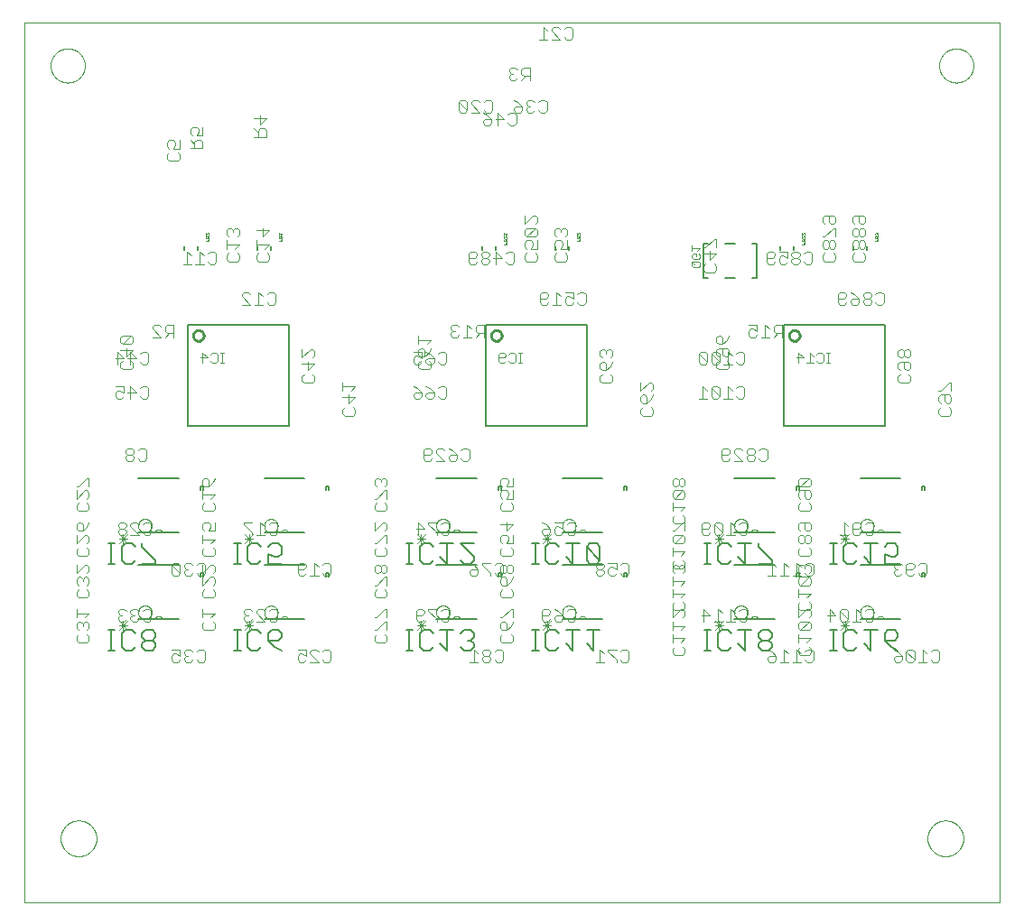
<source format=gbo>
G75*
%MOIN*%
%OFA0B0*%
%FSLAX25Y25*%
%IPPOS*%
%LPD*%
%AMOC8*
5,1,8,0,0,1.08239X$1,22.5*
%
%ADD10C,0.00000*%
%ADD11C,0.00400*%
%ADD12C,0.00100*%
%ADD13C,0.00500*%
%ADD14C,0.00800*%
%ADD15C,0.01000*%
%ADD16C,0.00300*%
%ADD17C,0.00600*%
D10*
X0012057Y0020033D02*
X0012057Y0345033D01*
X0372057Y0345033D01*
X0372057Y0020033D01*
X0012057Y0020033D01*
X0025457Y0043533D02*
X0025459Y0043695D01*
X0025465Y0043857D01*
X0025475Y0044019D01*
X0025489Y0044180D01*
X0025507Y0044341D01*
X0025528Y0044501D01*
X0025554Y0044661D01*
X0025584Y0044821D01*
X0025617Y0044979D01*
X0025655Y0045137D01*
X0025696Y0045293D01*
X0025741Y0045449D01*
X0025790Y0045603D01*
X0025843Y0045756D01*
X0025899Y0045908D01*
X0025959Y0046059D01*
X0026023Y0046208D01*
X0026091Y0046355D01*
X0026162Y0046500D01*
X0026236Y0046644D01*
X0026314Y0046786D01*
X0026396Y0046926D01*
X0026481Y0047064D01*
X0026569Y0047200D01*
X0026661Y0047333D01*
X0026756Y0047465D01*
X0026854Y0047594D01*
X0026955Y0047720D01*
X0027059Y0047844D01*
X0027167Y0047965D01*
X0027277Y0048084D01*
X0027390Y0048200D01*
X0027506Y0048313D01*
X0027625Y0048423D01*
X0027746Y0048531D01*
X0027870Y0048635D01*
X0027996Y0048736D01*
X0028125Y0048834D01*
X0028257Y0048929D01*
X0028390Y0049021D01*
X0028526Y0049109D01*
X0028664Y0049194D01*
X0028804Y0049276D01*
X0028946Y0049354D01*
X0029090Y0049428D01*
X0029235Y0049499D01*
X0029382Y0049567D01*
X0029531Y0049631D01*
X0029682Y0049691D01*
X0029834Y0049747D01*
X0029987Y0049800D01*
X0030141Y0049849D01*
X0030297Y0049894D01*
X0030453Y0049935D01*
X0030611Y0049973D01*
X0030769Y0050006D01*
X0030929Y0050036D01*
X0031089Y0050062D01*
X0031249Y0050083D01*
X0031410Y0050101D01*
X0031571Y0050115D01*
X0031733Y0050125D01*
X0031895Y0050131D01*
X0032057Y0050133D01*
X0032219Y0050131D01*
X0032381Y0050125D01*
X0032543Y0050115D01*
X0032704Y0050101D01*
X0032865Y0050083D01*
X0033025Y0050062D01*
X0033185Y0050036D01*
X0033345Y0050006D01*
X0033503Y0049973D01*
X0033661Y0049935D01*
X0033817Y0049894D01*
X0033973Y0049849D01*
X0034127Y0049800D01*
X0034280Y0049747D01*
X0034432Y0049691D01*
X0034583Y0049631D01*
X0034732Y0049567D01*
X0034879Y0049499D01*
X0035024Y0049428D01*
X0035168Y0049354D01*
X0035310Y0049276D01*
X0035450Y0049194D01*
X0035588Y0049109D01*
X0035724Y0049021D01*
X0035857Y0048929D01*
X0035989Y0048834D01*
X0036118Y0048736D01*
X0036244Y0048635D01*
X0036368Y0048531D01*
X0036489Y0048423D01*
X0036608Y0048313D01*
X0036724Y0048200D01*
X0036837Y0048084D01*
X0036947Y0047965D01*
X0037055Y0047844D01*
X0037159Y0047720D01*
X0037260Y0047594D01*
X0037358Y0047465D01*
X0037453Y0047333D01*
X0037545Y0047200D01*
X0037633Y0047064D01*
X0037718Y0046926D01*
X0037800Y0046786D01*
X0037878Y0046644D01*
X0037952Y0046500D01*
X0038023Y0046355D01*
X0038091Y0046208D01*
X0038155Y0046059D01*
X0038215Y0045908D01*
X0038271Y0045756D01*
X0038324Y0045603D01*
X0038373Y0045449D01*
X0038418Y0045293D01*
X0038459Y0045137D01*
X0038497Y0044979D01*
X0038530Y0044821D01*
X0038560Y0044661D01*
X0038586Y0044501D01*
X0038607Y0044341D01*
X0038625Y0044180D01*
X0038639Y0044019D01*
X0038649Y0043857D01*
X0038655Y0043695D01*
X0038657Y0043533D01*
X0038655Y0043371D01*
X0038649Y0043209D01*
X0038639Y0043047D01*
X0038625Y0042886D01*
X0038607Y0042725D01*
X0038586Y0042565D01*
X0038560Y0042405D01*
X0038530Y0042245D01*
X0038497Y0042087D01*
X0038459Y0041929D01*
X0038418Y0041773D01*
X0038373Y0041617D01*
X0038324Y0041463D01*
X0038271Y0041310D01*
X0038215Y0041158D01*
X0038155Y0041007D01*
X0038091Y0040858D01*
X0038023Y0040711D01*
X0037952Y0040566D01*
X0037878Y0040422D01*
X0037800Y0040280D01*
X0037718Y0040140D01*
X0037633Y0040002D01*
X0037545Y0039866D01*
X0037453Y0039733D01*
X0037358Y0039601D01*
X0037260Y0039472D01*
X0037159Y0039346D01*
X0037055Y0039222D01*
X0036947Y0039101D01*
X0036837Y0038982D01*
X0036724Y0038866D01*
X0036608Y0038753D01*
X0036489Y0038643D01*
X0036368Y0038535D01*
X0036244Y0038431D01*
X0036118Y0038330D01*
X0035989Y0038232D01*
X0035857Y0038137D01*
X0035724Y0038045D01*
X0035588Y0037957D01*
X0035450Y0037872D01*
X0035310Y0037790D01*
X0035168Y0037712D01*
X0035024Y0037638D01*
X0034879Y0037567D01*
X0034732Y0037499D01*
X0034583Y0037435D01*
X0034432Y0037375D01*
X0034280Y0037319D01*
X0034127Y0037266D01*
X0033973Y0037217D01*
X0033817Y0037172D01*
X0033661Y0037131D01*
X0033503Y0037093D01*
X0033345Y0037060D01*
X0033185Y0037030D01*
X0033025Y0037004D01*
X0032865Y0036983D01*
X0032704Y0036965D01*
X0032543Y0036951D01*
X0032381Y0036941D01*
X0032219Y0036935D01*
X0032057Y0036933D01*
X0031895Y0036935D01*
X0031733Y0036941D01*
X0031571Y0036951D01*
X0031410Y0036965D01*
X0031249Y0036983D01*
X0031089Y0037004D01*
X0030929Y0037030D01*
X0030769Y0037060D01*
X0030611Y0037093D01*
X0030453Y0037131D01*
X0030297Y0037172D01*
X0030141Y0037217D01*
X0029987Y0037266D01*
X0029834Y0037319D01*
X0029682Y0037375D01*
X0029531Y0037435D01*
X0029382Y0037499D01*
X0029235Y0037567D01*
X0029090Y0037638D01*
X0028946Y0037712D01*
X0028804Y0037790D01*
X0028664Y0037872D01*
X0028526Y0037957D01*
X0028390Y0038045D01*
X0028257Y0038137D01*
X0028125Y0038232D01*
X0027996Y0038330D01*
X0027870Y0038431D01*
X0027746Y0038535D01*
X0027625Y0038643D01*
X0027506Y0038753D01*
X0027390Y0038866D01*
X0027277Y0038982D01*
X0027167Y0039101D01*
X0027059Y0039222D01*
X0026955Y0039346D01*
X0026854Y0039472D01*
X0026756Y0039601D01*
X0026661Y0039733D01*
X0026569Y0039866D01*
X0026481Y0040002D01*
X0026396Y0040140D01*
X0026314Y0040280D01*
X0026236Y0040422D01*
X0026162Y0040566D01*
X0026091Y0040711D01*
X0026023Y0040858D01*
X0025959Y0041007D01*
X0025899Y0041158D01*
X0025843Y0041310D01*
X0025790Y0041463D01*
X0025741Y0041617D01*
X0025696Y0041773D01*
X0025655Y0041929D01*
X0025617Y0042087D01*
X0025584Y0042245D01*
X0025554Y0042405D01*
X0025528Y0042565D01*
X0025507Y0042725D01*
X0025489Y0042886D01*
X0025475Y0043047D01*
X0025465Y0043209D01*
X0025459Y0043371D01*
X0025457Y0043533D01*
X0060357Y0124533D02*
X0060359Y0124602D01*
X0060365Y0124670D01*
X0060375Y0124738D01*
X0060388Y0124805D01*
X0060406Y0124871D01*
X0060427Y0124936D01*
X0060452Y0125000D01*
X0060480Y0125062D01*
X0060512Y0125123D01*
X0060547Y0125182D01*
X0060586Y0125238D01*
X0060628Y0125293D01*
X0060673Y0125344D01*
X0060721Y0125394D01*
X0060771Y0125440D01*
X0060824Y0125483D01*
X0060880Y0125524D01*
X0060937Y0125561D01*
X0060997Y0125594D01*
X0061059Y0125625D01*
X0061122Y0125651D01*
X0061186Y0125674D01*
X0061252Y0125694D01*
X0061319Y0125709D01*
X0061386Y0125721D01*
X0061454Y0125729D01*
X0061523Y0125733D01*
X0061591Y0125733D01*
X0061660Y0125729D01*
X0061728Y0125721D01*
X0061795Y0125709D01*
X0061862Y0125694D01*
X0061928Y0125674D01*
X0061992Y0125651D01*
X0062055Y0125625D01*
X0062117Y0125594D01*
X0062177Y0125561D01*
X0062234Y0125524D01*
X0062290Y0125483D01*
X0062343Y0125440D01*
X0062393Y0125394D01*
X0062441Y0125344D01*
X0062486Y0125293D01*
X0062528Y0125238D01*
X0062567Y0125182D01*
X0062602Y0125123D01*
X0062634Y0125062D01*
X0062662Y0125000D01*
X0062687Y0124936D01*
X0062708Y0124871D01*
X0062726Y0124805D01*
X0062739Y0124738D01*
X0062749Y0124670D01*
X0062755Y0124602D01*
X0062757Y0124533D01*
X0062757Y0156533D02*
X0062755Y0156602D01*
X0062749Y0156670D01*
X0062739Y0156738D01*
X0062726Y0156805D01*
X0062708Y0156871D01*
X0062687Y0156936D01*
X0062662Y0157000D01*
X0062634Y0157062D01*
X0062602Y0157123D01*
X0062567Y0157182D01*
X0062528Y0157238D01*
X0062486Y0157293D01*
X0062441Y0157344D01*
X0062393Y0157394D01*
X0062343Y0157440D01*
X0062290Y0157483D01*
X0062234Y0157524D01*
X0062177Y0157561D01*
X0062117Y0157594D01*
X0062055Y0157625D01*
X0061992Y0157651D01*
X0061928Y0157674D01*
X0061862Y0157694D01*
X0061795Y0157709D01*
X0061728Y0157721D01*
X0061660Y0157729D01*
X0061591Y0157733D01*
X0061523Y0157733D01*
X0061454Y0157729D01*
X0061386Y0157721D01*
X0061319Y0157709D01*
X0061252Y0157694D01*
X0061186Y0157674D01*
X0061122Y0157651D01*
X0061059Y0157625D01*
X0060997Y0157594D01*
X0060937Y0157561D01*
X0060880Y0157524D01*
X0060824Y0157483D01*
X0060771Y0157440D01*
X0060721Y0157394D01*
X0060673Y0157344D01*
X0060628Y0157293D01*
X0060586Y0157238D01*
X0060547Y0157182D01*
X0060512Y0157123D01*
X0060480Y0157062D01*
X0060452Y0157000D01*
X0060427Y0156936D01*
X0060406Y0156871D01*
X0060388Y0156805D01*
X0060375Y0156738D01*
X0060365Y0156670D01*
X0060359Y0156602D01*
X0060357Y0156533D01*
X0106857Y0156533D02*
X0106859Y0156602D01*
X0106865Y0156670D01*
X0106875Y0156738D01*
X0106888Y0156805D01*
X0106906Y0156871D01*
X0106927Y0156936D01*
X0106952Y0157000D01*
X0106980Y0157062D01*
X0107012Y0157123D01*
X0107047Y0157182D01*
X0107086Y0157238D01*
X0107128Y0157293D01*
X0107173Y0157344D01*
X0107221Y0157394D01*
X0107271Y0157440D01*
X0107324Y0157483D01*
X0107380Y0157524D01*
X0107437Y0157561D01*
X0107497Y0157594D01*
X0107559Y0157625D01*
X0107622Y0157651D01*
X0107686Y0157674D01*
X0107752Y0157694D01*
X0107819Y0157709D01*
X0107886Y0157721D01*
X0107954Y0157729D01*
X0108023Y0157733D01*
X0108091Y0157733D01*
X0108160Y0157729D01*
X0108228Y0157721D01*
X0108295Y0157709D01*
X0108362Y0157694D01*
X0108428Y0157674D01*
X0108492Y0157651D01*
X0108555Y0157625D01*
X0108617Y0157594D01*
X0108677Y0157561D01*
X0108734Y0157524D01*
X0108790Y0157483D01*
X0108843Y0157440D01*
X0108893Y0157394D01*
X0108941Y0157344D01*
X0108986Y0157293D01*
X0109028Y0157238D01*
X0109067Y0157182D01*
X0109102Y0157123D01*
X0109134Y0157062D01*
X0109162Y0157000D01*
X0109187Y0156936D01*
X0109208Y0156871D01*
X0109226Y0156805D01*
X0109239Y0156738D01*
X0109249Y0156670D01*
X0109255Y0156602D01*
X0109257Y0156533D01*
X0109257Y0124533D02*
X0109255Y0124602D01*
X0109249Y0124670D01*
X0109239Y0124738D01*
X0109226Y0124805D01*
X0109208Y0124871D01*
X0109187Y0124936D01*
X0109162Y0125000D01*
X0109134Y0125062D01*
X0109102Y0125123D01*
X0109067Y0125182D01*
X0109028Y0125238D01*
X0108986Y0125293D01*
X0108941Y0125344D01*
X0108893Y0125394D01*
X0108843Y0125440D01*
X0108790Y0125483D01*
X0108734Y0125524D01*
X0108677Y0125561D01*
X0108617Y0125594D01*
X0108555Y0125625D01*
X0108492Y0125651D01*
X0108428Y0125674D01*
X0108362Y0125694D01*
X0108295Y0125709D01*
X0108228Y0125721D01*
X0108160Y0125729D01*
X0108091Y0125733D01*
X0108023Y0125733D01*
X0107954Y0125729D01*
X0107886Y0125721D01*
X0107819Y0125709D01*
X0107752Y0125694D01*
X0107686Y0125674D01*
X0107622Y0125651D01*
X0107559Y0125625D01*
X0107497Y0125594D01*
X0107437Y0125561D01*
X0107380Y0125524D01*
X0107324Y0125483D01*
X0107271Y0125440D01*
X0107221Y0125394D01*
X0107173Y0125344D01*
X0107128Y0125293D01*
X0107086Y0125238D01*
X0107047Y0125182D01*
X0107012Y0125123D01*
X0106980Y0125062D01*
X0106952Y0125000D01*
X0106927Y0124936D01*
X0106906Y0124871D01*
X0106888Y0124805D01*
X0106875Y0124738D01*
X0106865Y0124670D01*
X0106859Y0124602D01*
X0106857Y0124533D01*
X0170357Y0124533D02*
X0170359Y0124602D01*
X0170365Y0124670D01*
X0170375Y0124738D01*
X0170388Y0124805D01*
X0170406Y0124871D01*
X0170427Y0124936D01*
X0170452Y0125000D01*
X0170480Y0125062D01*
X0170512Y0125123D01*
X0170547Y0125182D01*
X0170586Y0125238D01*
X0170628Y0125293D01*
X0170673Y0125344D01*
X0170721Y0125394D01*
X0170771Y0125440D01*
X0170824Y0125483D01*
X0170880Y0125524D01*
X0170937Y0125561D01*
X0170997Y0125594D01*
X0171059Y0125625D01*
X0171122Y0125651D01*
X0171186Y0125674D01*
X0171252Y0125694D01*
X0171319Y0125709D01*
X0171386Y0125721D01*
X0171454Y0125729D01*
X0171523Y0125733D01*
X0171591Y0125733D01*
X0171660Y0125729D01*
X0171728Y0125721D01*
X0171795Y0125709D01*
X0171862Y0125694D01*
X0171928Y0125674D01*
X0171992Y0125651D01*
X0172055Y0125625D01*
X0172117Y0125594D01*
X0172177Y0125561D01*
X0172234Y0125524D01*
X0172290Y0125483D01*
X0172343Y0125440D01*
X0172393Y0125394D01*
X0172441Y0125344D01*
X0172486Y0125293D01*
X0172528Y0125238D01*
X0172567Y0125182D01*
X0172602Y0125123D01*
X0172634Y0125062D01*
X0172662Y0125000D01*
X0172687Y0124936D01*
X0172708Y0124871D01*
X0172726Y0124805D01*
X0172739Y0124738D01*
X0172749Y0124670D01*
X0172755Y0124602D01*
X0172757Y0124533D01*
X0172757Y0156533D02*
X0172755Y0156602D01*
X0172749Y0156670D01*
X0172739Y0156738D01*
X0172726Y0156805D01*
X0172708Y0156871D01*
X0172687Y0156936D01*
X0172662Y0157000D01*
X0172634Y0157062D01*
X0172602Y0157123D01*
X0172567Y0157182D01*
X0172528Y0157238D01*
X0172486Y0157293D01*
X0172441Y0157344D01*
X0172393Y0157394D01*
X0172343Y0157440D01*
X0172290Y0157483D01*
X0172234Y0157524D01*
X0172177Y0157561D01*
X0172117Y0157594D01*
X0172055Y0157625D01*
X0171992Y0157651D01*
X0171928Y0157674D01*
X0171862Y0157694D01*
X0171795Y0157709D01*
X0171728Y0157721D01*
X0171660Y0157729D01*
X0171591Y0157733D01*
X0171523Y0157733D01*
X0171454Y0157729D01*
X0171386Y0157721D01*
X0171319Y0157709D01*
X0171252Y0157694D01*
X0171186Y0157674D01*
X0171122Y0157651D01*
X0171059Y0157625D01*
X0170997Y0157594D01*
X0170937Y0157561D01*
X0170880Y0157524D01*
X0170824Y0157483D01*
X0170771Y0157440D01*
X0170721Y0157394D01*
X0170673Y0157344D01*
X0170628Y0157293D01*
X0170586Y0157238D01*
X0170547Y0157182D01*
X0170512Y0157123D01*
X0170480Y0157062D01*
X0170452Y0157000D01*
X0170427Y0156936D01*
X0170406Y0156871D01*
X0170388Y0156805D01*
X0170375Y0156738D01*
X0170365Y0156670D01*
X0170359Y0156602D01*
X0170357Y0156533D01*
X0216857Y0156533D02*
X0216859Y0156602D01*
X0216865Y0156670D01*
X0216875Y0156738D01*
X0216888Y0156805D01*
X0216906Y0156871D01*
X0216927Y0156936D01*
X0216952Y0157000D01*
X0216980Y0157062D01*
X0217012Y0157123D01*
X0217047Y0157182D01*
X0217086Y0157238D01*
X0217128Y0157293D01*
X0217173Y0157344D01*
X0217221Y0157394D01*
X0217271Y0157440D01*
X0217324Y0157483D01*
X0217380Y0157524D01*
X0217437Y0157561D01*
X0217497Y0157594D01*
X0217559Y0157625D01*
X0217622Y0157651D01*
X0217686Y0157674D01*
X0217752Y0157694D01*
X0217819Y0157709D01*
X0217886Y0157721D01*
X0217954Y0157729D01*
X0218023Y0157733D01*
X0218091Y0157733D01*
X0218160Y0157729D01*
X0218228Y0157721D01*
X0218295Y0157709D01*
X0218362Y0157694D01*
X0218428Y0157674D01*
X0218492Y0157651D01*
X0218555Y0157625D01*
X0218617Y0157594D01*
X0218677Y0157561D01*
X0218734Y0157524D01*
X0218790Y0157483D01*
X0218843Y0157440D01*
X0218893Y0157394D01*
X0218941Y0157344D01*
X0218986Y0157293D01*
X0219028Y0157238D01*
X0219067Y0157182D01*
X0219102Y0157123D01*
X0219134Y0157062D01*
X0219162Y0157000D01*
X0219187Y0156936D01*
X0219208Y0156871D01*
X0219226Y0156805D01*
X0219239Y0156738D01*
X0219249Y0156670D01*
X0219255Y0156602D01*
X0219257Y0156533D01*
X0219257Y0124533D02*
X0219255Y0124602D01*
X0219249Y0124670D01*
X0219239Y0124738D01*
X0219226Y0124805D01*
X0219208Y0124871D01*
X0219187Y0124936D01*
X0219162Y0125000D01*
X0219134Y0125062D01*
X0219102Y0125123D01*
X0219067Y0125182D01*
X0219028Y0125238D01*
X0218986Y0125293D01*
X0218941Y0125344D01*
X0218893Y0125394D01*
X0218843Y0125440D01*
X0218790Y0125483D01*
X0218734Y0125524D01*
X0218677Y0125561D01*
X0218617Y0125594D01*
X0218555Y0125625D01*
X0218492Y0125651D01*
X0218428Y0125674D01*
X0218362Y0125694D01*
X0218295Y0125709D01*
X0218228Y0125721D01*
X0218160Y0125729D01*
X0218091Y0125733D01*
X0218023Y0125733D01*
X0217954Y0125729D01*
X0217886Y0125721D01*
X0217819Y0125709D01*
X0217752Y0125694D01*
X0217686Y0125674D01*
X0217622Y0125651D01*
X0217559Y0125625D01*
X0217497Y0125594D01*
X0217437Y0125561D01*
X0217380Y0125524D01*
X0217324Y0125483D01*
X0217271Y0125440D01*
X0217221Y0125394D01*
X0217173Y0125344D01*
X0217128Y0125293D01*
X0217086Y0125238D01*
X0217047Y0125182D01*
X0217012Y0125123D01*
X0216980Y0125062D01*
X0216952Y0125000D01*
X0216927Y0124936D01*
X0216906Y0124871D01*
X0216888Y0124805D01*
X0216875Y0124738D01*
X0216865Y0124670D01*
X0216859Y0124602D01*
X0216857Y0124533D01*
X0280357Y0124533D02*
X0280359Y0124602D01*
X0280365Y0124670D01*
X0280375Y0124738D01*
X0280388Y0124805D01*
X0280406Y0124871D01*
X0280427Y0124936D01*
X0280452Y0125000D01*
X0280480Y0125062D01*
X0280512Y0125123D01*
X0280547Y0125182D01*
X0280586Y0125238D01*
X0280628Y0125293D01*
X0280673Y0125344D01*
X0280721Y0125394D01*
X0280771Y0125440D01*
X0280824Y0125483D01*
X0280880Y0125524D01*
X0280937Y0125561D01*
X0280997Y0125594D01*
X0281059Y0125625D01*
X0281122Y0125651D01*
X0281186Y0125674D01*
X0281252Y0125694D01*
X0281319Y0125709D01*
X0281386Y0125721D01*
X0281454Y0125729D01*
X0281523Y0125733D01*
X0281591Y0125733D01*
X0281660Y0125729D01*
X0281728Y0125721D01*
X0281795Y0125709D01*
X0281862Y0125694D01*
X0281928Y0125674D01*
X0281992Y0125651D01*
X0282055Y0125625D01*
X0282117Y0125594D01*
X0282177Y0125561D01*
X0282234Y0125524D01*
X0282290Y0125483D01*
X0282343Y0125440D01*
X0282393Y0125394D01*
X0282441Y0125344D01*
X0282486Y0125293D01*
X0282528Y0125238D01*
X0282567Y0125182D01*
X0282602Y0125123D01*
X0282634Y0125062D01*
X0282662Y0125000D01*
X0282687Y0124936D01*
X0282708Y0124871D01*
X0282726Y0124805D01*
X0282739Y0124738D01*
X0282749Y0124670D01*
X0282755Y0124602D01*
X0282757Y0124533D01*
X0282757Y0156533D02*
X0282755Y0156602D01*
X0282749Y0156670D01*
X0282739Y0156738D01*
X0282726Y0156805D01*
X0282708Y0156871D01*
X0282687Y0156936D01*
X0282662Y0157000D01*
X0282634Y0157062D01*
X0282602Y0157123D01*
X0282567Y0157182D01*
X0282528Y0157238D01*
X0282486Y0157293D01*
X0282441Y0157344D01*
X0282393Y0157394D01*
X0282343Y0157440D01*
X0282290Y0157483D01*
X0282234Y0157524D01*
X0282177Y0157561D01*
X0282117Y0157594D01*
X0282055Y0157625D01*
X0281992Y0157651D01*
X0281928Y0157674D01*
X0281862Y0157694D01*
X0281795Y0157709D01*
X0281728Y0157721D01*
X0281660Y0157729D01*
X0281591Y0157733D01*
X0281523Y0157733D01*
X0281454Y0157729D01*
X0281386Y0157721D01*
X0281319Y0157709D01*
X0281252Y0157694D01*
X0281186Y0157674D01*
X0281122Y0157651D01*
X0281059Y0157625D01*
X0280997Y0157594D01*
X0280937Y0157561D01*
X0280880Y0157524D01*
X0280824Y0157483D01*
X0280771Y0157440D01*
X0280721Y0157394D01*
X0280673Y0157344D01*
X0280628Y0157293D01*
X0280586Y0157238D01*
X0280547Y0157182D01*
X0280512Y0157123D01*
X0280480Y0157062D01*
X0280452Y0157000D01*
X0280427Y0156936D01*
X0280406Y0156871D01*
X0280388Y0156805D01*
X0280375Y0156738D01*
X0280365Y0156670D01*
X0280359Y0156602D01*
X0280357Y0156533D01*
X0326857Y0156533D02*
X0326859Y0156602D01*
X0326865Y0156670D01*
X0326875Y0156738D01*
X0326888Y0156805D01*
X0326906Y0156871D01*
X0326927Y0156936D01*
X0326952Y0157000D01*
X0326980Y0157062D01*
X0327012Y0157123D01*
X0327047Y0157182D01*
X0327086Y0157238D01*
X0327128Y0157293D01*
X0327173Y0157344D01*
X0327221Y0157394D01*
X0327271Y0157440D01*
X0327324Y0157483D01*
X0327380Y0157524D01*
X0327437Y0157561D01*
X0327497Y0157594D01*
X0327559Y0157625D01*
X0327622Y0157651D01*
X0327686Y0157674D01*
X0327752Y0157694D01*
X0327819Y0157709D01*
X0327886Y0157721D01*
X0327954Y0157729D01*
X0328023Y0157733D01*
X0328091Y0157733D01*
X0328160Y0157729D01*
X0328228Y0157721D01*
X0328295Y0157709D01*
X0328362Y0157694D01*
X0328428Y0157674D01*
X0328492Y0157651D01*
X0328555Y0157625D01*
X0328617Y0157594D01*
X0328677Y0157561D01*
X0328734Y0157524D01*
X0328790Y0157483D01*
X0328843Y0157440D01*
X0328893Y0157394D01*
X0328941Y0157344D01*
X0328986Y0157293D01*
X0329028Y0157238D01*
X0329067Y0157182D01*
X0329102Y0157123D01*
X0329134Y0157062D01*
X0329162Y0157000D01*
X0329187Y0156936D01*
X0329208Y0156871D01*
X0329226Y0156805D01*
X0329239Y0156738D01*
X0329249Y0156670D01*
X0329255Y0156602D01*
X0329257Y0156533D01*
X0329257Y0124533D02*
X0329255Y0124602D01*
X0329249Y0124670D01*
X0329239Y0124738D01*
X0329226Y0124805D01*
X0329208Y0124871D01*
X0329187Y0124936D01*
X0329162Y0125000D01*
X0329134Y0125062D01*
X0329102Y0125123D01*
X0329067Y0125182D01*
X0329028Y0125238D01*
X0328986Y0125293D01*
X0328941Y0125344D01*
X0328893Y0125394D01*
X0328843Y0125440D01*
X0328790Y0125483D01*
X0328734Y0125524D01*
X0328677Y0125561D01*
X0328617Y0125594D01*
X0328555Y0125625D01*
X0328492Y0125651D01*
X0328428Y0125674D01*
X0328362Y0125694D01*
X0328295Y0125709D01*
X0328228Y0125721D01*
X0328160Y0125729D01*
X0328091Y0125733D01*
X0328023Y0125733D01*
X0327954Y0125729D01*
X0327886Y0125721D01*
X0327819Y0125709D01*
X0327752Y0125694D01*
X0327686Y0125674D01*
X0327622Y0125651D01*
X0327559Y0125625D01*
X0327497Y0125594D01*
X0327437Y0125561D01*
X0327380Y0125524D01*
X0327324Y0125483D01*
X0327271Y0125440D01*
X0327221Y0125394D01*
X0327173Y0125344D01*
X0327128Y0125293D01*
X0327086Y0125238D01*
X0327047Y0125182D01*
X0327012Y0125123D01*
X0326980Y0125062D01*
X0326952Y0125000D01*
X0326927Y0124936D01*
X0326906Y0124871D01*
X0326888Y0124805D01*
X0326875Y0124738D01*
X0326865Y0124670D01*
X0326859Y0124602D01*
X0326857Y0124533D01*
X0345457Y0043533D02*
X0345459Y0043695D01*
X0345465Y0043857D01*
X0345475Y0044019D01*
X0345489Y0044180D01*
X0345507Y0044341D01*
X0345528Y0044501D01*
X0345554Y0044661D01*
X0345584Y0044821D01*
X0345617Y0044979D01*
X0345655Y0045137D01*
X0345696Y0045293D01*
X0345741Y0045449D01*
X0345790Y0045603D01*
X0345843Y0045756D01*
X0345899Y0045908D01*
X0345959Y0046059D01*
X0346023Y0046208D01*
X0346091Y0046355D01*
X0346162Y0046500D01*
X0346236Y0046644D01*
X0346314Y0046786D01*
X0346396Y0046926D01*
X0346481Y0047064D01*
X0346569Y0047200D01*
X0346661Y0047333D01*
X0346756Y0047465D01*
X0346854Y0047594D01*
X0346955Y0047720D01*
X0347059Y0047844D01*
X0347167Y0047965D01*
X0347277Y0048084D01*
X0347390Y0048200D01*
X0347506Y0048313D01*
X0347625Y0048423D01*
X0347746Y0048531D01*
X0347870Y0048635D01*
X0347996Y0048736D01*
X0348125Y0048834D01*
X0348257Y0048929D01*
X0348390Y0049021D01*
X0348526Y0049109D01*
X0348664Y0049194D01*
X0348804Y0049276D01*
X0348946Y0049354D01*
X0349090Y0049428D01*
X0349235Y0049499D01*
X0349382Y0049567D01*
X0349531Y0049631D01*
X0349682Y0049691D01*
X0349834Y0049747D01*
X0349987Y0049800D01*
X0350141Y0049849D01*
X0350297Y0049894D01*
X0350453Y0049935D01*
X0350611Y0049973D01*
X0350769Y0050006D01*
X0350929Y0050036D01*
X0351089Y0050062D01*
X0351249Y0050083D01*
X0351410Y0050101D01*
X0351571Y0050115D01*
X0351733Y0050125D01*
X0351895Y0050131D01*
X0352057Y0050133D01*
X0352219Y0050131D01*
X0352381Y0050125D01*
X0352543Y0050115D01*
X0352704Y0050101D01*
X0352865Y0050083D01*
X0353025Y0050062D01*
X0353185Y0050036D01*
X0353345Y0050006D01*
X0353503Y0049973D01*
X0353661Y0049935D01*
X0353817Y0049894D01*
X0353973Y0049849D01*
X0354127Y0049800D01*
X0354280Y0049747D01*
X0354432Y0049691D01*
X0354583Y0049631D01*
X0354732Y0049567D01*
X0354879Y0049499D01*
X0355024Y0049428D01*
X0355168Y0049354D01*
X0355310Y0049276D01*
X0355450Y0049194D01*
X0355588Y0049109D01*
X0355724Y0049021D01*
X0355857Y0048929D01*
X0355989Y0048834D01*
X0356118Y0048736D01*
X0356244Y0048635D01*
X0356368Y0048531D01*
X0356489Y0048423D01*
X0356608Y0048313D01*
X0356724Y0048200D01*
X0356837Y0048084D01*
X0356947Y0047965D01*
X0357055Y0047844D01*
X0357159Y0047720D01*
X0357260Y0047594D01*
X0357358Y0047465D01*
X0357453Y0047333D01*
X0357545Y0047200D01*
X0357633Y0047064D01*
X0357718Y0046926D01*
X0357800Y0046786D01*
X0357878Y0046644D01*
X0357952Y0046500D01*
X0358023Y0046355D01*
X0358091Y0046208D01*
X0358155Y0046059D01*
X0358215Y0045908D01*
X0358271Y0045756D01*
X0358324Y0045603D01*
X0358373Y0045449D01*
X0358418Y0045293D01*
X0358459Y0045137D01*
X0358497Y0044979D01*
X0358530Y0044821D01*
X0358560Y0044661D01*
X0358586Y0044501D01*
X0358607Y0044341D01*
X0358625Y0044180D01*
X0358639Y0044019D01*
X0358649Y0043857D01*
X0358655Y0043695D01*
X0358657Y0043533D01*
X0358655Y0043371D01*
X0358649Y0043209D01*
X0358639Y0043047D01*
X0358625Y0042886D01*
X0358607Y0042725D01*
X0358586Y0042565D01*
X0358560Y0042405D01*
X0358530Y0042245D01*
X0358497Y0042087D01*
X0358459Y0041929D01*
X0358418Y0041773D01*
X0358373Y0041617D01*
X0358324Y0041463D01*
X0358271Y0041310D01*
X0358215Y0041158D01*
X0358155Y0041007D01*
X0358091Y0040858D01*
X0358023Y0040711D01*
X0357952Y0040566D01*
X0357878Y0040422D01*
X0357800Y0040280D01*
X0357718Y0040140D01*
X0357633Y0040002D01*
X0357545Y0039866D01*
X0357453Y0039733D01*
X0357358Y0039601D01*
X0357260Y0039472D01*
X0357159Y0039346D01*
X0357055Y0039222D01*
X0356947Y0039101D01*
X0356837Y0038982D01*
X0356724Y0038866D01*
X0356608Y0038753D01*
X0356489Y0038643D01*
X0356368Y0038535D01*
X0356244Y0038431D01*
X0356118Y0038330D01*
X0355989Y0038232D01*
X0355857Y0038137D01*
X0355724Y0038045D01*
X0355588Y0037957D01*
X0355450Y0037872D01*
X0355310Y0037790D01*
X0355168Y0037712D01*
X0355024Y0037638D01*
X0354879Y0037567D01*
X0354732Y0037499D01*
X0354583Y0037435D01*
X0354432Y0037375D01*
X0354280Y0037319D01*
X0354127Y0037266D01*
X0353973Y0037217D01*
X0353817Y0037172D01*
X0353661Y0037131D01*
X0353503Y0037093D01*
X0353345Y0037060D01*
X0353185Y0037030D01*
X0353025Y0037004D01*
X0352865Y0036983D01*
X0352704Y0036965D01*
X0352543Y0036951D01*
X0352381Y0036941D01*
X0352219Y0036935D01*
X0352057Y0036933D01*
X0351895Y0036935D01*
X0351733Y0036941D01*
X0351571Y0036951D01*
X0351410Y0036965D01*
X0351249Y0036983D01*
X0351089Y0037004D01*
X0350929Y0037030D01*
X0350769Y0037060D01*
X0350611Y0037093D01*
X0350453Y0037131D01*
X0350297Y0037172D01*
X0350141Y0037217D01*
X0349987Y0037266D01*
X0349834Y0037319D01*
X0349682Y0037375D01*
X0349531Y0037435D01*
X0349382Y0037499D01*
X0349235Y0037567D01*
X0349090Y0037638D01*
X0348946Y0037712D01*
X0348804Y0037790D01*
X0348664Y0037872D01*
X0348526Y0037957D01*
X0348390Y0038045D01*
X0348257Y0038137D01*
X0348125Y0038232D01*
X0347996Y0038330D01*
X0347870Y0038431D01*
X0347746Y0038535D01*
X0347625Y0038643D01*
X0347506Y0038753D01*
X0347390Y0038866D01*
X0347277Y0038982D01*
X0347167Y0039101D01*
X0347059Y0039222D01*
X0346955Y0039346D01*
X0346854Y0039472D01*
X0346756Y0039601D01*
X0346661Y0039733D01*
X0346569Y0039866D01*
X0346481Y0040002D01*
X0346396Y0040140D01*
X0346314Y0040280D01*
X0346236Y0040422D01*
X0346162Y0040566D01*
X0346091Y0040711D01*
X0346023Y0040858D01*
X0345959Y0041007D01*
X0345899Y0041158D01*
X0345843Y0041310D01*
X0345790Y0041463D01*
X0345741Y0041617D01*
X0345696Y0041773D01*
X0345655Y0041929D01*
X0345617Y0042087D01*
X0345584Y0042245D01*
X0345554Y0042405D01*
X0345528Y0042565D01*
X0345507Y0042725D01*
X0345489Y0042886D01*
X0345475Y0043047D01*
X0345465Y0043209D01*
X0345459Y0043371D01*
X0345457Y0043533D01*
X0349758Y0329033D02*
X0349760Y0329191D01*
X0349766Y0329349D01*
X0349776Y0329507D01*
X0349790Y0329665D01*
X0349808Y0329822D01*
X0349829Y0329979D01*
X0349855Y0330135D01*
X0349885Y0330291D01*
X0349918Y0330446D01*
X0349956Y0330599D01*
X0349997Y0330752D01*
X0350042Y0330904D01*
X0350091Y0331055D01*
X0350144Y0331204D01*
X0350200Y0331352D01*
X0350260Y0331498D01*
X0350324Y0331643D01*
X0350392Y0331786D01*
X0350463Y0331928D01*
X0350537Y0332068D01*
X0350615Y0332205D01*
X0350697Y0332341D01*
X0350781Y0332475D01*
X0350870Y0332606D01*
X0350961Y0332735D01*
X0351056Y0332862D01*
X0351153Y0332987D01*
X0351254Y0333109D01*
X0351358Y0333228D01*
X0351465Y0333345D01*
X0351575Y0333459D01*
X0351688Y0333570D01*
X0351803Y0333679D01*
X0351921Y0333784D01*
X0352042Y0333886D01*
X0352165Y0333986D01*
X0352291Y0334082D01*
X0352419Y0334175D01*
X0352549Y0334265D01*
X0352682Y0334351D01*
X0352817Y0334435D01*
X0352953Y0334514D01*
X0353092Y0334591D01*
X0353233Y0334663D01*
X0353375Y0334733D01*
X0353519Y0334798D01*
X0353665Y0334860D01*
X0353812Y0334918D01*
X0353961Y0334973D01*
X0354111Y0335024D01*
X0354262Y0335071D01*
X0354414Y0335114D01*
X0354567Y0335153D01*
X0354722Y0335189D01*
X0354877Y0335220D01*
X0355033Y0335248D01*
X0355189Y0335272D01*
X0355346Y0335292D01*
X0355504Y0335308D01*
X0355661Y0335320D01*
X0355820Y0335328D01*
X0355978Y0335332D01*
X0356136Y0335332D01*
X0356294Y0335328D01*
X0356453Y0335320D01*
X0356610Y0335308D01*
X0356768Y0335292D01*
X0356925Y0335272D01*
X0357081Y0335248D01*
X0357237Y0335220D01*
X0357392Y0335189D01*
X0357547Y0335153D01*
X0357700Y0335114D01*
X0357852Y0335071D01*
X0358003Y0335024D01*
X0358153Y0334973D01*
X0358302Y0334918D01*
X0358449Y0334860D01*
X0358595Y0334798D01*
X0358739Y0334733D01*
X0358881Y0334663D01*
X0359022Y0334591D01*
X0359161Y0334514D01*
X0359297Y0334435D01*
X0359432Y0334351D01*
X0359565Y0334265D01*
X0359695Y0334175D01*
X0359823Y0334082D01*
X0359949Y0333986D01*
X0360072Y0333886D01*
X0360193Y0333784D01*
X0360311Y0333679D01*
X0360426Y0333570D01*
X0360539Y0333459D01*
X0360649Y0333345D01*
X0360756Y0333228D01*
X0360860Y0333109D01*
X0360961Y0332987D01*
X0361058Y0332862D01*
X0361153Y0332735D01*
X0361244Y0332606D01*
X0361333Y0332475D01*
X0361417Y0332341D01*
X0361499Y0332205D01*
X0361577Y0332068D01*
X0361651Y0331928D01*
X0361722Y0331786D01*
X0361790Y0331643D01*
X0361854Y0331498D01*
X0361914Y0331352D01*
X0361970Y0331204D01*
X0362023Y0331055D01*
X0362072Y0330904D01*
X0362117Y0330752D01*
X0362158Y0330599D01*
X0362196Y0330446D01*
X0362229Y0330291D01*
X0362259Y0330135D01*
X0362285Y0329979D01*
X0362306Y0329822D01*
X0362324Y0329665D01*
X0362338Y0329507D01*
X0362348Y0329349D01*
X0362354Y0329191D01*
X0362356Y0329033D01*
X0362354Y0328875D01*
X0362348Y0328717D01*
X0362338Y0328559D01*
X0362324Y0328401D01*
X0362306Y0328244D01*
X0362285Y0328087D01*
X0362259Y0327931D01*
X0362229Y0327775D01*
X0362196Y0327620D01*
X0362158Y0327467D01*
X0362117Y0327314D01*
X0362072Y0327162D01*
X0362023Y0327011D01*
X0361970Y0326862D01*
X0361914Y0326714D01*
X0361854Y0326568D01*
X0361790Y0326423D01*
X0361722Y0326280D01*
X0361651Y0326138D01*
X0361577Y0325998D01*
X0361499Y0325861D01*
X0361417Y0325725D01*
X0361333Y0325591D01*
X0361244Y0325460D01*
X0361153Y0325331D01*
X0361058Y0325204D01*
X0360961Y0325079D01*
X0360860Y0324957D01*
X0360756Y0324838D01*
X0360649Y0324721D01*
X0360539Y0324607D01*
X0360426Y0324496D01*
X0360311Y0324387D01*
X0360193Y0324282D01*
X0360072Y0324180D01*
X0359949Y0324080D01*
X0359823Y0323984D01*
X0359695Y0323891D01*
X0359565Y0323801D01*
X0359432Y0323715D01*
X0359297Y0323631D01*
X0359161Y0323552D01*
X0359022Y0323475D01*
X0358881Y0323403D01*
X0358739Y0323333D01*
X0358595Y0323268D01*
X0358449Y0323206D01*
X0358302Y0323148D01*
X0358153Y0323093D01*
X0358003Y0323042D01*
X0357852Y0322995D01*
X0357700Y0322952D01*
X0357547Y0322913D01*
X0357392Y0322877D01*
X0357237Y0322846D01*
X0357081Y0322818D01*
X0356925Y0322794D01*
X0356768Y0322774D01*
X0356610Y0322758D01*
X0356453Y0322746D01*
X0356294Y0322738D01*
X0356136Y0322734D01*
X0355978Y0322734D01*
X0355820Y0322738D01*
X0355661Y0322746D01*
X0355504Y0322758D01*
X0355346Y0322774D01*
X0355189Y0322794D01*
X0355033Y0322818D01*
X0354877Y0322846D01*
X0354722Y0322877D01*
X0354567Y0322913D01*
X0354414Y0322952D01*
X0354262Y0322995D01*
X0354111Y0323042D01*
X0353961Y0323093D01*
X0353812Y0323148D01*
X0353665Y0323206D01*
X0353519Y0323268D01*
X0353375Y0323333D01*
X0353233Y0323403D01*
X0353092Y0323475D01*
X0352953Y0323552D01*
X0352817Y0323631D01*
X0352682Y0323715D01*
X0352549Y0323801D01*
X0352419Y0323891D01*
X0352291Y0323984D01*
X0352165Y0324080D01*
X0352042Y0324180D01*
X0351921Y0324282D01*
X0351803Y0324387D01*
X0351688Y0324496D01*
X0351575Y0324607D01*
X0351465Y0324721D01*
X0351358Y0324838D01*
X0351254Y0324957D01*
X0351153Y0325079D01*
X0351056Y0325204D01*
X0350961Y0325331D01*
X0350870Y0325460D01*
X0350781Y0325591D01*
X0350697Y0325725D01*
X0350615Y0325861D01*
X0350537Y0325998D01*
X0350463Y0326138D01*
X0350392Y0326280D01*
X0350324Y0326423D01*
X0350260Y0326568D01*
X0350200Y0326714D01*
X0350144Y0326862D01*
X0350091Y0327011D01*
X0350042Y0327162D01*
X0349997Y0327314D01*
X0349956Y0327467D01*
X0349918Y0327620D01*
X0349885Y0327775D01*
X0349855Y0327931D01*
X0349829Y0328087D01*
X0349808Y0328244D01*
X0349790Y0328401D01*
X0349776Y0328559D01*
X0349766Y0328717D01*
X0349760Y0328875D01*
X0349758Y0329033D01*
X0021758Y0329033D02*
X0021760Y0329191D01*
X0021766Y0329349D01*
X0021776Y0329507D01*
X0021790Y0329665D01*
X0021808Y0329822D01*
X0021829Y0329979D01*
X0021855Y0330135D01*
X0021885Y0330291D01*
X0021918Y0330446D01*
X0021956Y0330599D01*
X0021997Y0330752D01*
X0022042Y0330904D01*
X0022091Y0331055D01*
X0022144Y0331204D01*
X0022200Y0331352D01*
X0022260Y0331498D01*
X0022324Y0331643D01*
X0022392Y0331786D01*
X0022463Y0331928D01*
X0022537Y0332068D01*
X0022615Y0332205D01*
X0022697Y0332341D01*
X0022781Y0332475D01*
X0022870Y0332606D01*
X0022961Y0332735D01*
X0023056Y0332862D01*
X0023153Y0332987D01*
X0023254Y0333109D01*
X0023358Y0333228D01*
X0023465Y0333345D01*
X0023575Y0333459D01*
X0023688Y0333570D01*
X0023803Y0333679D01*
X0023921Y0333784D01*
X0024042Y0333886D01*
X0024165Y0333986D01*
X0024291Y0334082D01*
X0024419Y0334175D01*
X0024549Y0334265D01*
X0024682Y0334351D01*
X0024817Y0334435D01*
X0024953Y0334514D01*
X0025092Y0334591D01*
X0025233Y0334663D01*
X0025375Y0334733D01*
X0025519Y0334798D01*
X0025665Y0334860D01*
X0025812Y0334918D01*
X0025961Y0334973D01*
X0026111Y0335024D01*
X0026262Y0335071D01*
X0026414Y0335114D01*
X0026567Y0335153D01*
X0026722Y0335189D01*
X0026877Y0335220D01*
X0027033Y0335248D01*
X0027189Y0335272D01*
X0027346Y0335292D01*
X0027504Y0335308D01*
X0027661Y0335320D01*
X0027820Y0335328D01*
X0027978Y0335332D01*
X0028136Y0335332D01*
X0028294Y0335328D01*
X0028453Y0335320D01*
X0028610Y0335308D01*
X0028768Y0335292D01*
X0028925Y0335272D01*
X0029081Y0335248D01*
X0029237Y0335220D01*
X0029392Y0335189D01*
X0029547Y0335153D01*
X0029700Y0335114D01*
X0029852Y0335071D01*
X0030003Y0335024D01*
X0030153Y0334973D01*
X0030302Y0334918D01*
X0030449Y0334860D01*
X0030595Y0334798D01*
X0030739Y0334733D01*
X0030881Y0334663D01*
X0031022Y0334591D01*
X0031161Y0334514D01*
X0031297Y0334435D01*
X0031432Y0334351D01*
X0031565Y0334265D01*
X0031695Y0334175D01*
X0031823Y0334082D01*
X0031949Y0333986D01*
X0032072Y0333886D01*
X0032193Y0333784D01*
X0032311Y0333679D01*
X0032426Y0333570D01*
X0032539Y0333459D01*
X0032649Y0333345D01*
X0032756Y0333228D01*
X0032860Y0333109D01*
X0032961Y0332987D01*
X0033058Y0332862D01*
X0033153Y0332735D01*
X0033244Y0332606D01*
X0033333Y0332475D01*
X0033417Y0332341D01*
X0033499Y0332205D01*
X0033577Y0332068D01*
X0033651Y0331928D01*
X0033722Y0331786D01*
X0033790Y0331643D01*
X0033854Y0331498D01*
X0033914Y0331352D01*
X0033970Y0331204D01*
X0034023Y0331055D01*
X0034072Y0330904D01*
X0034117Y0330752D01*
X0034158Y0330599D01*
X0034196Y0330446D01*
X0034229Y0330291D01*
X0034259Y0330135D01*
X0034285Y0329979D01*
X0034306Y0329822D01*
X0034324Y0329665D01*
X0034338Y0329507D01*
X0034348Y0329349D01*
X0034354Y0329191D01*
X0034356Y0329033D01*
X0034354Y0328875D01*
X0034348Y0328717D01*
X0034338Y0328559D01*
X0034324Y0328401D01*
X0034306Y0328244D01*
X0034285Y0328087D01*
X0034259Y0327931D01*
X0034229Y0327775D01*
X0034196Y0327620D01*
X0034158Y0327467D01*
X0034117Y0327314D01*
X0034072Y0327162D01*
X0034023Y0327011D01*
X0033970Y0326862D01*
X0033914Y0326714D01*
X0033854Y0326568D01*
X0033790Y0326423D01*
X0033722Y0326280D01*
X0033651Y0326138D01*
X0033577Y0325998D01*
X0033499Y0325861D01*
X0033417Y0325725D01*
X0033333Y0325591D01*
X0033244Y0325460D01*
X0033153Y0325331D01*
X0033058Y0325204D01*
X0032961Y0325079D01*
X0032860Y0324957D01*
X0032756Y0324838D01*
X0032649Y0324721D01*
X0032539Y0324607D01*
X0032426Y0324496D01*
X0032311Y0324387D01*
X0032193Y0324282D01*
X0032072Y0324180D01*
X0031949Y0324080D01*
X0031823Y0323984D01*
X0031695Y0323891D01*
X0031565Y0323801D01*
X0031432Y0323715D01*
X0031297Y0323631D01*
X0031161Y0323552D01*
X0031022Y0323475D01*
X0030881Y0323403D01*
X0030739Y0323333D01*
X0030595Y0323268D01*
X0030449Y0323206D01*
X0030302Y0323148D01*
X0030153Y0323093D01*
X0030003Y0323042D01*
X0029852Y0322995D01*
X0029700Y0322952D01*
X0029547Y0322913D01*
X0029392Y0322877D01*
X0029237Y0322846D01*
X0029081Y0322818D01*
X0028925Y0322794D01*
X0028768Y0322774D01*
X0028610Y0322758D01*
X0028453Y0322746D01*
X0028294Y0322738D01*
X0028136Y0322734D01*
X0027978Y0322734D01*
X0027820Y0322738D01*
X0027661Y0322746D01*
X0027504Y0322758D01*
X0027346Y0322774D01*
X0027189Y0322794D01*
X0027033Y0322818D01*
X0026877Y0322846D01*
X0026722Y0322877D01*
X0026567Y0322913D01*
X0026414Y0322952D01*
X0026262Y0322995D01*
X0026111Y0323042D01*
X0025961Y0323093D01*
X0025812Y0323148D01*
X0025665Y0323206D01*
X0025519Y0323268D01*
X0025375Y0323333D01*
X0025233Y0323403D01*
X0025092Y0323475D01*
X0024953Y0323552D01*
X0024817Y0323631D01*
X0024682Y0323715D01*
X0024549Y0323801D01*
X0024419Y0323891D01*
X0024291Y0323984D01*
X0024165Y0324080D01*
X0024042Y0324180D01*
X0023921Y0324282D01*
X0023803Y0324387D01*
X0023688Y0324496D01*
X0023575Y0324607D01*
X0023465Y0324721D01*
X0023358Y0324838D01*
X0023254Y0324957D01*
X0023153Y0325079D01*
X0023056Y0325204D01*
X0022961Y0325331D01*
X0022870Y0325460D01*
X0022781Y0325591D01*
X0022697Y0325725D01*
X0022615Y0325861D01*
X0022537Y0325998D01*
X0022463Y0326138D01*
X0022392Y0326280D01*
X0022324Y0326423D01*
X0022260Y0326568D01*
X0022200Y0326714D01*
X0022144Y0326862D01*
X0022091Y0327011D01*
X0022042Y0327162D01*
X0021997Y0327314D01*
X0021956Y0327467D01*
X0021918Y0327620D01*
X0021885Y0327775D01*
X0021855Y0327931D01*
X0021829Y0328087D01*
X0021808Y0328244D01*
X0021790Y0328401D01*
X0021776Y0328559D01*
X0021766Y0328717D01*
X0021760Y0328875D01*
X0021758Y0329033D01*
D11*
X0064757Y0300681D02*
X0064757Y0299147D01*
X0065524Y0298380D01*
X0067059Y0298380D02*
X0067826Y0299914D01*
X0067826Y0300681D01*
X0067059Y0301449D01*
X0065524Y0301449D01*
X0064757Y0300681D01*
X0067059Y0298380D02*
X0069361Y0298380D01*
X0069361Y0301449D01*
X0073257Y0301595D02*
X0074791Y0300060D01*
X0074791Y0300828D02*
X0074791Y0298526D01*
X0073257Y0298526D02*
X0077861Y0298526D01*
X0077861Y0300828D01*
X0077093Y0301595D01*
X0075559Y0301595D01*
X0074791Y0300828D01*
X0074024Y0303130D02*
X0073257Y0303897D01*
X0073257Y0305431D01*
X0074024Y0306199D01*
X0075559Y0306199D01*
X0076326Y0305431D01*
X0076326Y0304664D01*
X0075559Y0303130D01*
X0077861Y0303130D01*
X0077861Y0306199D01*
X0068593Y0296845D02*
X0069361Y0296078D01*
X0069361Y0294543D01*
X0068593Y0293776D01*
X0065524Y0293776D01*
X0064757Y0294543D01*
X0064757Y0296078D01*
X0065524Y0296845D01*
X0096757Y0302733D02*
X0101361Y0302733D01*
X0101361Y0305035D01*
X0100593Y0305803D01*
X0099059Y0305803D01*
X0098291Y0305035D01*
X0098291Y0302733D01*
X0098291Y0304268D02*
X0096757Y0305803D01*
X0099059Y0307337D02*
X0099059Y0310407D01*
X0101361Y0309639D02*
X0099059Y0307337D01*
X0096757Y0309639D02*
X0101361Y0309639D01*
X0100059Y0269011D02*
X0100059Y0265941D01*
X0102361Y0268243D01*
X0097757Y0268243D01*
X0097757Y0264407D02*
X0097757Y0261337D01*
X0097757Y0262872D02*
X0102361Y0262872D01*
X0100826Y0261337D01*
X0101593Y0259803D02*
X0102361Y0259035D01*
X0102361Y0257501D01*
X0101593Y0256733D01*
X0098524Y0256733D01*
X0097757Y0257501D01*
X0097757Y0259035D01*
X0098524Y0259803D01*
X0091361Y0259035D02*
X0091361Y0257501D01*
X0090593Y0256733D01*
X0087524Y0256733D01*
X0086757Y0257501D01*
X0086757Y0259035D01*
X0087524Y0259803D01*
X0086757Y0261337D02*
X0086757Y0264407D01*
X0086757Y0262872D02*
X0091361Y0262872D01*
X0089826Y0261337D01*
X0090593Y0259803D02*
X0091361Y0259035D01*
X0090593Y0265941D02*
X0091361Y0266709D01*
X0091361Y0268243D01*
X0090593Y0269011D01*
X0089826Y0269011D01*
X0089059Y0268243D01*
X0088291Y0269011D01*
X0087524Y0269011D01*
X0086757Y0268243D01*
X0086757Y0266709D01*
X0087524Y0265941D01*
X0089059Y0267476D02*
X0089059Y0268243D01*
X0082090Y0260337D02*
X0082857Y0259570D01*
X0082857Y0256501D01*
X0082090Y0255733D01*
X0080555Y0255733D01*
X0079788Y0256501D01*
X0078253Y0255733D02*
X0075184Y0255733D01*
X0076718Y0255733D02*
X0076718Y0260337D01*
X0078253Y0258803D01*
X0079788Y0259570D02*
X0080555Y0260337D01*
X0082090Y0260337D01*
X0073649Y0258803D02*
X0072114Y0260337D01*
X0072114Y0255733D01*
X0070580Y0255733D02*
X0073649Y0255733D01*
X0092391Y0244570D02*
X0093159Y0245337D01*
X0094693Y0245337D01*
X0095461Y0244570D01*
X0092391Y0244570D02*
X0092391Y0243803D01*
X0095461Y0240733D01*
X0092391Y0240733D01*
X0096995Y0240733D02*
X0100065Y0240733D01*
X0098530Y0240733D02*
X0098530Y0245337D01*
X0100065Y0243803D01*
X0101599Y0244570D02*
X0102367Y0245337D01*
X0103901Y0245337D01*
X0104669Y0244570D01*
X0104669Y0241501D01*
X0103901Y0240733D01*
X0102367Y0240733D01*
X0101599Y0241501D01*
X0114507Y0224199D02*
X0114507Y0221130D01*
X0117576Y0224199D01*
X0118343Y0224199D01*
X0119111Y0223431D01*
X0119111Y0221897D01*
X0118343Y0221130D01*
X0116809Y0219595D02*
X0116809Y0216526D01*
X0119111Y0218828D01*
X0114507Y0218828D01*
X0115274Y0214991D02*
X0114507Y0214224D01*
X0114507Y0212689D01*
X0115274Y0211922D01*
X0118343Y0211922D01*
X0119111Y0212689D01*
X0119111Y0214224D01*
X0118343Y0214991D01*
X0129507Y0212011D02*
X0129507Y0208941D01*
X0129507Y0210476D02*
X0134111Y0210476D01*
X0132576Y0208941D01*
X0131809Y0207407D02*
X0131809Y0204337D01*
X0134111Y0206639D01*
X0129507Y0206639D01*
X0130274Y0202803D02*
X0129507Y0202035D01*
X0129507Y0200501D01*
X0130274Y0199733D01*
X0133343Y0199733D01*
X0134111Y0200501D01*
X0134111Y0202035D01*
X0133343Y0202803D01*
X0155580Y0206751D02*
X0155580Y0207518D01*
X0156347Y0208285D01*
X0158649Y0208285D01*
X0158649Y0206751D01*
X0157882Y0205983D01*
X0156347Y0205983D01*
X0155580Y0206751D01*
X0157114Y0209820D02*
X0158649Y0208285D01*
X0160184Y0207518D02*
X0160951Y0208285D01*
X0163253Y0208285D01*
X0163253Y0206751D01*
X0162486Y0205983D01*
X0160951Y0205983D01*
X0160184Y0206751D01*
X0160184Y0207518D01*
X0161718Y0209820D02*
X0163253Y0208285D01*
X0164788Y0206751D02*
X0165555Y0205983D01*
X0167090Y0205983D01*
X0167857Y0206751D01*
X0167857Y0209820D01*
X0167090Y0210587D01*
X0165555Y0210587D01*
X0164788Y0209820D01*
X0161718Y0209820D02*
X0160184Y0210587D01*
X0157114Y0209820D02*
X0155580Y0210587D01*
X0158274Y0216922D02*
X0157507Y0217689D01*
X0157507Y0219224D01*
X0158274Y0219991D01*
X0158649Y0219501D02*
X0157882Y0218733D01*
X0156347Y0218733D01*
X0155580Y0219501D01*
X0155580Y0221035D01*
X0156347Y0221803D01*
X0157114Y0221803D01*
X0158649Y0221035D01*
X0158649Y0223337D01*
X0155580Y0223337D01*
X0157507Y0223828D02*
X0158274Y0224595D01*
X0159041Y0224595D01*
X0159809Y0223828D01*
X0159809Y0221526D01*
X0158274Y0221526D01*
X0157507Y0222293D01*
X0157507Y0223828D01*
X0157507Y0226130D02*
X0157507Y0229199D01*
X0157507Y0227664D02*
X0162111Y0227664D01*
X0160576Y0226130D01*
X0162111Y0224595D02*
X0161343Y0223060D01*
X0159809Y0221526D01*
X0160951Y0221035D02*
X0163253Y0221035D01*
X0163253Y0219501D01*
X0162486Y0218733D01*
X0160951Y0218733D01*
X0160184Y0219501D01*
X0160184Y0220268D01*
X0160951Y0221035D01*
X0161343Y0219991D02*
X0162111Y0219224D01*
X0162111Y0217689D01*
X0161343Y0216922D01*
X0158274Y0216922D01*
X0163253Y0221035D02*
X0161718Y0222570D01*
X0160184Y0223337D01*
X0164788Y0222570D02*
X0165555Y0223337D01*
X0167090Y0223337D01*
X0167857Y0222570D01*
X0167857Y0219501D01*
X0167090Y0218733D01*
X0165555Y0218733D01*
X0164788Y0219501D01*
X0170159Y0228733D02*
X0171693Y0228733D01*
X0172461Y0229501D01*
X0173995Y0228733D02*
X0177065Y0228733D01*
X0178599Y0228733D02*
X0180134Y0230268D01*
X0179367Y0230268D02*
X0181669Y0230268D01*
X0181669Y0228733D02*
X0181669Y0233337D01*
X0179367Y0233337D01*
X0178599Y0232570D01*
X0178599Y0231035D01*
X0179367Y0230268D01*
X0177065Y0231803D02*
X0175530Y0233337D01*
X0175530Y0228733D01*
X0172461Y0232570D02*
X0171693Y0233337D01*
X0170159Y0233337D01*
X0169391Y0232570D01*
X0169391Y0231803D01*
X0170159Y0231035D01*
X0169391Y0230268D01*
X0169391Y0229501D01*
X0170159Y0228733D01*
X0170159Y0231035D02*
X0170926Y0231035D01*
X0176743Y0255733D02*
X0175976Y0256501D01*
X0175976Y0259570D01*
X0176743Y0260337D01*
X0178278Y0260337D01*
X0179045Y0259570D01*
X0179045Y0258803D01*
X0178278Y0258035D01*
X0175976Y0258035D01*
X0176743Y0255733D02*
X0178278Y0255733D01*
X0179045Y0256501D01*
X0180580Y0256501D02*
X0181347Y0255733D01*
X0182882Y0255733D01*
X0183649Y0256501D01*
X0183649Y0257268D01*
X0182882Y0258035D01*
X0181347Y0258035D01*
X0180580Y0257268D01*
X0180580Y0256501D01*
X0181347Y0258035D02*
X0180580Y0258803D01*
X0180580Y0259570D01*
X0181347Y0260337D01*
X0182882Y0260337D01*
X0183649Y0259570D01*
X0183649Y0258803D01*
X0182882Y0258035D01*
X0185184Y0258035D02*
X0188253Y0258035D01*
X0185951Y0260337D01*
X0185951Y0255733D01*
X0189788Y0256501D02*
X0190555Y0255733D01*
X0192090Y0255733D01*
X0192857Y0256501D01*
X0192857Y0259570D01*
X0192090Y0260337D01*
X0190555Y0260337D01*
X0189788Y0259570D01*
X0196757Y0259035D02*
X0197524Y0259803D01*
X0196757Y0259035D02*
X0196757Y0257501D01*
X0197524Y0256733D01*
X0200593Y0256733D01*
X0201361Y0257501D01*
X0201361Y0259035D01*
X0200593Y0259803D01*
X0201361Y0261337D02*
X0199059Y0261337D01*
X0199826Y0262872D01*
X0199826Y0263639D01*
X0199059Y0264407D01*
X0197524Y0264407D01*
X0196757Y0263639D01*
X0196757Y0262105D01*
X0197524Y0261337D01*
X0201361Y0261337D02*
X0201361Y0264407D01*
X0200593Y0265941D02*
X0201361Y0266709D01*
X0201361Y0268243D01*
X0200593Y0269011D01*
X0197524Y0265941D01*
X0196757Y0266709D01*
X0196757Y0268243D01*
X0197524Y0269011D01*
X0200593Y0269011D01*
X0200593Y0270545D02*
X0201361Y0271313D01*
X0201361Y0272847D01*
X0200593Y0273615D01*
X0199826Y0273615D01*
X0196757Y0270545D01*
X0196757Y0273615D01*
X0197524Y0265941D02*
X0200593Y0265941D01*
X0207757Y0266709D02*
X0208524Y0265941D01*
X0207757Y0266709D02*
X0207757Y0268243D01*
X0208524Y0269011D01*
X0209291Y0269011D01*
X0210059Y0268243D01*
X0210059Y0267476D01*
X0210059Y0268243D02*
X0210826Y0269011D01*
X0211593Y0269011D01*
X0212361Y0268243D01*
X0212361Y0266709D01*
X0211593Y0265941D01*
X0212361Y0264407D02*
X0212361Y0261337D01*
X0210059Y0261337D01*
X0210826Y0262872D01*
X0210826Y0263639D01*
X0210059Y0264407D01*
X0208524Y0264407D01*
X0207757Y0263639D01*
X0207757Y0262105D01*
X0208524Y0261337D01*
X0208524Y0259803D02*
X0207757Y0259035D01*
X0207757Y0257501D01*
X0208524Y0256733D01*
X0211593Y0256733D01*
X0212361Y0257501D01*
X0212361Y0259035D01*
X0211593Y0259803D01*
X0211599Y0245337D02*
X0214669Y0245337D01*
X0214669Y0243035D01*
X0213134Y0243803D01*
X0212367Y0243803D01*
X0211599Y0243035D01*
X0211599Y0241501D01*
X0212367Y0240733D01*
X0213901Y0240733D01*
X0214669Y0241501D01*
X0216203Y0241501D02*
X0216971Y0240733D01*
X0218505Y0240733D01*
X0219273Y0241501D01*
X0219273Y0244570D01*
X0218505Y0245337D01*
X0216971Y0245337D01*
X0216203Y0244570D01*
X0210065Y0243803D02*
X0208530Y0245337D01*
X0208530Y0240733D01*
X0210065Y0240733D02*
X0206995Y0240733D01*
X0205461Y0241501D02*
X0204693Y0240733D01*
X0203159Y0240733D01*
X0202391Y0241501D01*
X0202391Y0244570D01*
X0203159Y0245337D01*
X0204693Y0245337D01*
X0205461Y0244570D01*
X0205461Y0243803D01*
X0204693Y0243035D01*
X0202391Y0243035D01*
X0224507Y0223431D02*
X0224507Y0221897D01*
X0225274Y0221130D01*
X0225274Y0219595D02*
X0226041Y0219595D01*
X0226809Y0218828D01*
X0226809Y0216526D01*
X0225274Y0216526D01*
X0224507Y0217293D01*
X0224507Y0218828D01*
X0225274Y0219595D01*
X0226809Y0222664D02*
X0226809Y0223431D01*
X0226041Y0224199D01*
X0225274Y0224199D01*
X0224507Y0223431D01*
X0226809Y0223431D02*
X0227576Y0224199D01*
X0228343Y0224199D01*
X0229111Y0223431D01*
X0229111Y0221897D01*
X0228343Y0221130D01*
X0229111Y0219595D02*
X0228343Y0218060D01*
X0226809Y0216526D01*
X0228343Y0214991D02*
X0229111Y0214224D01*
X0229111Y0212689D01*
X0228343Y0211922D01*
X0225274Y0211922D01*
X0224507Y0212689D01*
X0224507Y0214224D01*
X0225274Y0214991D01*
X0239507Y0212011D02*
X0239507Y0208941D01*
X0242576Y0212011D01*
X0243343Y0212011D01*
X0244111Y0211243D01*
X0244111Y0209709D01*
X0243343Y0208941D01*
X0244111Y0207407D02*
X0243343Y0205872D01*
X0241809Y0204337D01*
X0241809Y0206639D01*
X0241041Y0207407D01*
X0240274Y0207407D01*
X0239507Y0206639D01*
X0239507Y0205105D01*
X0240274Y0204337D01*
X0241809Y0204337D01*
X0243343Y0202803D02*
X0244111Y0202035D01*
X0244111Y0200501D01*
X0243343Y0199733D01*
X0240274Y0199733D01*
X0239507Y0200501D01*
X0239507Y0202035D01*
X0240274Y0202803D01*
X0260976Y0205983D02*
X0264045Y0205983D01*
X0262510Y0205983D02*
X0262510Y0210587D01*
X0264045Y0209053D01*
X0265580Y0209820D02*
X0268649Y0206751D01*
X0267882Y0205983D01*
X0266347Y0205983D01*
X0265580Y0206751D01*
X0265580Y0209820D01*
X0266347Y0210587D01*
X0267882Y0210587D01*
X0268649Y0209820D01*
X0268649Y0206751D01*
X0270184Y0205983D02*
X0273253Y0205983D01*
X0271718Y0205983D02*
X0271718Y0210587D01*
X0273253Y0209053D01*
X0274788Y0209820D02*
X0275555Y0210587D01*
X0277090Y0210587D01*
X0277857Y0209820D01*
X0277857Y0206751D01*
X0277090Y0205983D01*
X0275555Y0205983D01*
X0274788Y0206751D01*
X0271343Y0216922D02*
X0268274Y0216922D01*
X0267507Y0217689D01*
X0267507Y0219224D01*
X0268274Y0219991D01*
X0268649Y0219501D02*
X0265580Y0222570D01*
X0265580Y0219501D01*
X0266347Y0218733D01*
X0267882Y0218733D01*
X0268649Y0219501D01*
X0268649Y0222570D01*
X0267882Y0223337D01*
X0266347Y0223337D01*
X0265580Y0222570D01*
X0264045Y0222570D02*
X0264045Y0219501D01*
X0260976Y0222570D01*
X0260976Y0219501D01*
X0261743Y0218733D01*
X0263278Y0218733D01*
X0264045Y0219501D01*
X0264045Y0222570D02*
X0263278Y0223337D01*
X0261743Y0223337D01*
X0260976Y0222570D01*
X0267507Y0222293D02*
X0267507Y0223828D01*
X0268274Y0224595D01*
X0271343Y0224595D01*
X0272111Y0223828D01*
X0272111Y0222293D01*
X0271343Y0221526D01*
X0270576Y0221526D01*
X0269809Y0222293D01*
X0269809Y0224595D01*
X0269809Y0226130D02*
X0268274Y0226130D01*
X0267507Y0226897D01*
X0267507Y0228431D01*
X0268274Y0229199D01*
X0269041Y0229199D01*
X0269809Y0228431D01*
X0269809Y0226130D01*
X0271343Y0227664D01*
X0272111Y0229199D01*
X0271718Y0223337D02*
X0271718Y0218733D01*
X0272111Y0219224D02*
X0272111Y0217689D01*
X0271343Y0216922D01*
X0270184Y0218733D02*
X0273253Y0218733D01*
X0272111Y0219224D02*
X0271343Y0219991D01*
X0273253Y0221803D02*
X0271718Y0223337D01*
X0274788Y0222570D02*
X0275555Y0223337D01*
X0277090Y0223337D01*
X0277857Y0222570D01*
X0277857Y0219501D01*
X0277090Y0218733D01*
X0275555Y0218733D01*
X0274788Y0219501D01*
X0268274Y0221526D02*
X0267507Y0222293D01*
X0279391Y0229501D02*
X0280159Y0228733D01*
X0281693Y0228733D01*
X0282461Y0229501D01*
X0282461Y0231035D02*
X0280926Y0231803D01*
X0280159Y0231803D01*
X0279391Y0231035D01*
X0279391Y0229501D01*
X0282461Y0231035D02*
X0282461Y0233337D01*
X0279391Y0233337D01*
X0283995Y0228733D02*
X0287065Y0228733D01*
X0288599Y0228733D02*
X0290134Y0230268D01*
X0289367Y0230268D02*
X0291669Y0230268D01*
X0291669Y0228733D02*
X0291669Y0233337D01*
X0289367Y0233337D01*
X0288599Y0232570D01*
X0288599Y0231035D01*
X0289367Y0230268D01*
X0287065Y0231803D02*
X0285530Y0233337D01*
X0285530Y0228733D01*
X0312391Y0241501D02*
X0312391Y0244570D01*
X0313159Y0245337D01*
X0314693Y0245337D01*
X0315461Y0244570D01*
X0315461Y0243803D01*
X0314693Y0243035D01*
X0312391Y0243035D01*
X0312391Y0241501D02*
X0313159Y0240733D01*
X0314693Y0240733D01*
X0315461Y0241501D01*
X0316995Y0241501D02*
X0316995Y0242268D01*
X0317763Y0243035D01*
X0320065Y0243035D01*
X0320065Y0241501D01*
X0319297Y0240733D01*
X0317763Y0240733D01*
X0316995Y0241501D01*
X0318530Y0244570D02*
X0320065Y0243035D01*
X0321599Y0242268D02*
X0321599Y0241501D01*
X0322367Y0240733D01*
X0323901Y0240733D01*
X0324669Y0241501D01*
X0324669Y0242268D01*
X0323901Y0243035D01*
X0322367Y0243035D01*
X0321599Y0242268D01*
X0322367Y0243035D02*
X0321599Y0243803D01*
X0321599Y0244570D01*
X0322367Y0245337D01*
X0323901Y0245337D01*
X0324669Y0244570D01*
X0324669Y0243803D01*
X0323901Y0243035D01*
X0326203Y0241501D02*
X0326971Y0240733D01*
X0328505Y0240733D01*
X0329273Y0241501D01*
X0329273Y0244570D01*
X0328505Y0245337D01*
X0326971Y0245337D01*
X0326203Y0244570D01*
X0318530Y0244570D02*
X0316995Y0245337D01*
X0318524Y0256733D02*
X0317757Y0257501D01*
X0317757Y0259035D01*
X0318524Y0259803D01*
X0318524Y0261337D02*
X0319291Y0261337D01*
X0320059Y0262105D01*
X0320059Y0263639D01*
X0319291Y0264407D01*
X0318524Y0264407D01*
X0317757Y0263639D01*
X0317757Y0262105D01*
X0318524Y0261337D01*
X0320059Y0262105D02*
X0320826Y0261337D01*
X0321593Y0261337D01*
X0322361Y0262105D01*
X0322361Y0263639D01*
X0321593Y0264407D01*
X0320826Y0264407D01*
X0320059Y0263639D01*
X0320826Y0265941D02*
X0321593Y0265941D01*
X0322361Y0266709D01*
X0322361Y0268243D01*
X0321593Y0269011D01*
X0320826Y0269011D01*
X0320059Y0268243D01*
X0320059Y0266709D01*
X0320826Y0265941D01*
X0320059Y0266709D02*
X0319291Y0265941D01*
X0318524Y0265941D01*
X0317757Y0266709D01*
X0317757Y0268243D01*
X0318524Y0269011D01*
X0319291Y0269011D01*
X0320059Y0268243D01*
X0320826Y0270545D02*
X0320059Y0271313D01*
X0320059Y0273615D01*
X0321593Y0273615D02*
X0318524Y0273615D01*
X0317757Y0272847D01*
X0317757Y0271313D01*
X0318524Y0270545D01*
X0320826Y0270545D02*
X0321593Y0270545D01*
X0322361Y0271313D01*
X0322361Y0272847D01*
X0321593Y0273615D01*
X0311361Y0272847D02*
X0311361Y0271313D01*
X0310593Y0270545D01*
X0309826Y0270545D01*
X0309059Y0271313D01*
X0309059Y0273615D01*
X0310593Y0273615D02*
X0311361Y0272847D01*
X0310593Y0273615D02*
X0307524Y0273615D01*
X0306757Y0272847D01*
X0306757Y0271313D01*
X0307524Y0270545D01*
X0310593Y0269011D02*
X0307524Y0265941D01*
X0306757Y0265941D01*
X0307524Y0264407D02*
X0306757Y0263639D01*
X0306757Y0262105D01*
X0307524Y0261337D01*
X0308291Y0261337D01*
X0309059Y0262105D01*
X0309059Y0263639D01*
X0308291Y0264407D01*
X0307524Y0264407D01*
X0309059Y0263639D02*
X0309826Y0264407D01*
X0310593Y0264407D01*
X0311361Y0263639D01*
X0311361Y0262105D01*
X0310593Y0261337D01*
X0309826Y0261337D01*
X0309059Y0262105D01*
X0310593Y0259803D02*
X0311361Y0259035D01*
X0311361Y0257501D01*
X0310593Y0256733D01*
X0307524Y0256733D01*
X0306757Y0257501D01*
X0306757Y0259035D01*
X0307524Y0259803D01*
X0302857Y0259570D02*
X0302090Y0260337D01*
X0300555Y0260337D01*
X0299788Y0259570D01*
X0298253Y0259570D02*
X0298253Y0258803D01*
X0297486Y0258035D01*
X0295951Y0258035D01*
X0295184Y0257268D01*
X0295184Y0256501D01*
X0295951Y0255733D01*
X0297486Y0255733D01*
X0298253Y0256501D01*
X0298253Y0257268D01*
X0297486Y0258035D01*
X0295951Y0258035D02*
X0295184Y0258803D01*
X0295184Y0259570D01*
X0295951Y0260337D01*
X0297486Y0260337D01*
X0298253Y0259570D01*
X0299788Y0256501D02*
X0300555Y0255733D01*
X0302090Y0255733D01*
X0302857Y0256501D01*
X0302857Y0259570D01*
X0293649Y0260337D02*
X0293649Y0258035D01*
X0292114Y0258803D01*
X0291347Y0258803D01*
X0290580Y0258035D01*
X0290580Y0256501D01*
X0291347Y0255733D01*
X0292882Y0255733D01*
X0293649Y0256501D01*
X0293649Y0260337D02*
X0290580Y0260337D01*
X0289045Y0259570D02*
X0289045Y0258803D01*
X0288278Y0258035D01*
X0285976Y0258035D01*
X0285976Y0256501D02*
X0285976Y0259570D01*
X0286743Y0260337D01*
X0288278Y0260337D01*
X0289045Y0259570D01*
X0289045Y0256501D02*
X0288278Y0255733D01*
X0286743Y0255733D01*
X0285976Y0256501D01*
X0267361Y0255035D02*
X0267361Y0253501D01*
X0266593Y0252733D01*
X0263524Y0252733D01*
X0262757Y0253501D01*
X0262757Y0255035D01*
X0263524Y0255803D01*
X0265059Y0257337D02*
X0265059Y0260407D01*
X0263524Y0261941D02*
X0262757Y0261941D01*
X0263524Y0261941D02*
X0266593Y0265011D01*
X0267361Y0265011D01*
X0267361Y0261941D01*
X0267361Y0259639D02*
X0265059Y0257337D01*
X0266593Y0255803D02*
X0267361Y0255035D01*
X0267361Y0259639D02*
X0262757Y0259639D01*
X0310593Y0269011D02*
X0311361Y0269011D01*
X0311361Y0265941D01*
X0318524Y0256733D02*
X0321593Y0256733D01*
X0322361Y0257501D01*
X0322361Y0259035D01*
X0321593Y0259803D01*
X0335274Y0224199D02*
X0334507Y0223431D01*
X0334507Y0221897D01*
X0335274Y0221130D01*
X0336041Y0221130D01*
X0336809Y0221897D01*
X0336809Y0223431D01*
X0336041Y0224199D01*
X0335274Y0224199D01*
X0336809Y0223431D02*
X0337576Y0224199D01*
X0338343Y0224199D01*
X0339111Y0223431D01*
X0339111Y0221897D01*
X0338343Y0221130D01*
X0337576Y0221130D01*
X0336809Y0221897D01*
X0336809Y0219595D02*
X0336809Y0217293D01*
X0337576Y0216526D01*
X0338343Y0216526D01*
X0339111Y0217293D01*
X0339111Y0218828D01*
X0338343Y0219595D01*
X0335274Y0219595D01*
X0334507Y0218828D01*
X0334507Y0217293D01*
X0335274Y0216526D01*
X0335274Y0214991D02*
X0334507Y0214224D01*
X0334507Y0212689D01*
X0335274Y0211922D01*
X0338343Y0211922D01*
X0339111Y0212689D01*
X0339111Y0214224D01*
X0338343Y0214991D01*
X0349507Y0208941D02*
X0350274Y0208941D01*
X0353343Y0212011D01*
X0354111Y0212011D01*
X0354111Y0208941D01*
X0353343Y0207407D02*
X0354111Y0206639D01*
X0354111Y0205105D01*
X0353343Y0204337D01*
X0352576Y0204337D01*
X0351809Y0205105D01*
X0351809Y0207407D01*
X0353343Y0207407D02*
X0350274Y0207407D01*
X0349507Y0206639D01*
X0349507Y0205105D01*
X0350274Y0204337D01*
X0350274Y0202803D02*
X0349507Y0202035D01*
X0349507Y0200501D01*
X0350274Y0199733D01*
X0353343Y0199733D01*
X0354111Y0200501D01*
X0354111Y0202035D01*
X0353343Y0202803D01*
X0324590Y0160337D02*
X0325357Y0159570D01*
X0325357Y0156501D01*
X0324590Y0155733D01*
X0323055Y0155733D01*
X0322288Y0156501D01*
X0320753Y0156501D02*
X0319986Y0155733D01*
X0318451Y0155733D01*
X0317684Y0156501D01*
X0317684Y0159570D01*
X0318451Y0160337D01*
X0319986Y0160337D01*
X0320753Y0159570D01*
X0320753Y0158803D01*
X0319986Y0158035D01*
X0317684Y0158035D01*
X0316149Y0158803D02*
X0314614Y0160337D01*
X0314614Y0155733D01*
X0313080Y0155733D02*
X0316149Y0155733D01*
X0322288Y0159570D02*
X0323055Y0160337D01*
X0324590Y0160337D01*
X0333659Y0145337D02*
X0332891Y0144570D01*
X0332891Y0143803D01*
X0333659Y0143035D01*
X0332891Y0142268D01*
X0332891Y0141501D01*
X0333659Y0140733D01*
X0335193Y0140733D01*
X0335961Y0141501D01*
X0337495Y0141501D02*
X0337495Y0144570D01*
X0338263Y0145337D01*
X0339797Y0145337D01*
X0340565Y0144570D01*
X0340565Y0143803D01*
X0339797Y0143035D01*
X0337495Y0143035D01*
X0337495Y0141501D02*
X0338263Y0140733D01*
X0339797Y0140733D01*
X0340565Y0141501D01*
X0342099Y0141501D02*
X0342867Y0140733D01*
X0344401Y0140733D01*
X0345169Y0141501D01*
X0345169Y0144570D01*
X0344401Y0145337D01*
X0342867Y0145337D01*
X0342099Y0144570D01*
X0335961Y0144570D02*
X0335193Y0145337D01*
X0333659Y0145337D01*
X0333659Y0143035D02*
X0334426Y0143035D01*
X0324590Y0128337D02*
X0325357Y0127570D01*
X0325357Y0124501D01*
X0324590Y0123733D01*
X0323055Y0123733D01*
X0322288Y0124501D01*
X0320753Y0123733D02*
X0317684Y0123733D01*
X0319218Y0123733D02*
X0319218Y0128337D01*
X0320753Y0126803D01*
X0322288Y0127570D02*
X0323055Y0128337D01*
X0324590Y0128337D01*
X0316149Y0127570D02*
X0316149Y0124501D01*
X0313080Y0127570D01*
X0313080Y0124501D01*
X0313847Y0123733D01*
X0315382Y0123733D01*
X0316149Y0124501D01*
X0316149Y0127570D02*
X0315382Y0128337D01*
X0313847Y0128337D01*
X0313080Y0127570D01*
X0311545Y0126035D02*
X0308476Y0126035D01*
X0309243Y0123733D02*
X0309243Y0128337D01*
X0311545Y0126035D01*
X0302361Y0125897D02*
X0301593Y0125130D01*
X0302361Y0125897D02*
X0302361Y0127431D01*
X0301593Y0128199D01*
X0300826Y0128199D01*
X0297757Y0125130D01*
X0297757Y0128199D01*
X0297757Y0128585D02*
X0297757Y0130120D01*
X0298524Y0130887D01*
X0297757Y0132422D02*
X0297757Y0135491D01*
X0297757Y0133956D02*
X0302361Y0133956D01*
X0300826Y0132422D01*
X0301593Y0130887D02*
X0302361Y0130120D01*
X0302361Y0128585D01*
X0301593Y0127818D01*
X0298524Y0127818D01*
X0297757Y0128585D01*
X0298524Y0123595D02*
X0297757Y0122828D01*
X0297757Y0121293D01*
X0298524Y0120526D01*
X0301593Y0123595D01*
X0298524Y0123595D01*
X0301593Y0123595D02*
X0302361Y0122828D01*
X0302361Y0121293D01*
X0301593Y0120526D01*
X0298524Y0120526D01*
X0297757Y0118991D02*
X0297757Y0115922D01*
X0297757Y0117456D02*
X0302361Y0117456D01*
X0300826Y0115922D01*
X0301593Y0114387D02*
X0302361Y0113620D01*
X0302361Y0112085D01*
X0301593Y0111318D01*
X0298524Y0111318D01*
X0297757Y0112085D01*
X0297757Y0113620D01*
X0298524Y0114387D01*
X0297134Y0113337D02*
X0298669Y0111803D01*
X0300203Y0112570D02*
X0300971Y0113337D01*
X0302505Y0113337D01*
X0303273Y0112570D01*
X0303273Y0109501D01*
X0302505Y0108733D01*
X0300971Y0108733D01*
X0300203Y0109501D01*
X0298669Y0108733D02*
X0295599Y0108733D01*
X0294065Y0108733D02*
X0290995Y0108733D01*
X0292530Y0108733D02*
X0292530Y0113337D01*
X0294065Y0111803D01*
X0297134Y0113337D02*
X0297134Y0108733D01*
X0289461Y0109501D02*
X0288693Y0108733D01*
X0287159Y0108733D01*
X0286391Y0109501D01*
X0286391Y0110268D01*
X0287159Y0111035D01*
X0289461Y0111035D01*
X0289461Y0109501D01*
X0289461Y0111035D02*
X0287926Y0112570D01*
X0286391Y0113337D01*
X0278090Y0123733D02*
X0276555Y0123733D01*
X0275788Y0124501D01*
X0274253Y0123733D02*
X0271184Y0123733D01*
X0272718Y0123733D02*
X0272718Y0128337D01*
X0274253Y0126803D01*
X0275788Y0127570D02*
X0276555Y0128337D01*
X0278090Y0128337D01*
X0278857Y0127570D01*
X0278857Y0124501D01*
X0278090Y0123733D01*
X0269649Y0123733D02*
X0266580Y0123733D01*
X0268114Y0123733D02*
X0268114Y0128337D01*
X0269649Y0126803D01*
X0265045Y0126035D02*
X0261976Y0126035D01*
X0262743Y0123733D02*
X0262743Y0128337D01*
X0265045Y0126035D01*
X0255861Y0125897D02*
X0255093Y0125130D01*
X0255861Y0125897D02*
X0255861Y0127431D01*
X0255093Y0128199D01*
X0254326Y0128199D01*
X0251257Y0125130D01*
X0251257Y0128199D01*
X0251257Y0128585D02*
X0251257Y0130120D01*
X0252024Y0130887D01*
X0251257Y0132422D02*
X0251257Y0135491D01*
X0251257Y0137026D02*
X0251257Y0140095D01*
X0251257Y0138560D02*
X0255861Y0138560D01*
X0254326Y0137026D01*
X0255861Y0133956D02*
X0251257Y0133956D01*
X0254326Y0132422D02*
X0255861Y0133956D01*
X0255093Y0130887D02*
X0255861Y0130120D01*
X0255861Y0128585D01*
X0255093Y0127818D01*
X0252024Y0127818D01*
X0251257Y0128585D01*
X0251257Y0123595D02*
X0251257Y0120526D01*
X0251257Y0122060D02*
X0255861Y0122060D01*
X0254326Y0120526D01*
X0251257Y0118991D02*
X0251257Y0115922D01*
X0251257Y0117456D02*
X0255861Y0117456D01*
X0254326Y0115922D01*
X0255093Y0114387D02*
X0255861Y0113620D01*
X0255861Y0112085D01*
X0255093Y0111318D01*
X0252024Y0111318D01*
X0251257Y0112085D01*
X0251257Y0113620D01*
X0252024Y0114387D01*
X0235169Y0112570D02*
X0235169Y0109501D01*
X0234401Y0108733D01*
X0232867Y0108733D01*
X0232099Y0109501D01*
X0230565Y0109501D02*
X0230565Y0108733D01*
X0230565Y0109501D02*
X0227495Y0112570D01*
X0227495Y0113337D01*
X0230565Y0113337D01*
X0232099Y0112570D02*
X0232867Y0113337D01*
X0234401Y0113337D01*
X0235169Y0112570D01*
X0225961Y0111803D02*
X0224426Y0113337D01*
X0224426Y0108733D01*
X0225961Y0108733D02*
X0222891Y0108733D01*
X0214590Y0123733D02*
X0213055Y0123733D01*
X0212288Y0124501D01*
X0210753Y0124501D02*
X0209986Y0123733D01*
X0208451Y0123733D01*
X0207684Y0124501D01*
X0207684Y0125268D01*
X0208451Y0126035D01*
X0210753Y0126035D01*
X0210753Y0124501D01*
X0210753Y0126035D02*
X0209218Y0127570D01*
X0207684Y0128337D01*
X0206149Y0127570D02*
X0206149Y0126803D01*
X0205382Y0126035D01*
X0203080Y0126035D01*
X0203080Y0124501D02*
X0203080Y0127570D01*
X0203847Y0128337D01*
X0205382Y0128337D01*
X0206149Y0127570D01*
X0206149Y0124501D02*
X0205382Y0123733D01*
X0203847Y0123733D01*
X0203080Y0124501D01*
X0212288Y0127570D02*
X0213055Y0128337D01*
X0214590Y0128337D01*
X0215357Y0127570D01*
X0215357Y0124501D01*
X0214590Y0123733D01*
X0223659Y0140733D02*
X0225193Y0140733D01*
X0225961Y0141501D01*
X0225961Y0142268D01*
X0225193Y0143035D01*
X0223659Y0143035D01*
X0222891Y0142268D01*
X0222891Y0141501D01*
X0223659Y0140733D01*
X0223659Y0143035D02*
X0222891Y0143803D01*
X0222891Y0144570D01*
X0223659Y0145337D01*
X0225193Y0145337D01*
X0225961Y0144570D01*
X0225961Y0143803D01*
X0225193Y0143035D01*
X0227495Y0143035D02*
X0227495Y0141501D01*
X0228263Y0140733D01*
X0229797Y0140733D01*
X0230565Y0141501D01*
X0232099Y0141501D02*
X0232867Y0140733D01*
X0234401Y0140733D01*
X0235169Y0141501D01*
X0235169Y0144570D01*
X0234401Y0145337D01*
X0232867Y0145337D01*
X0232099Y0144570D01*
X0230565Y0145337D02*
X0230565Y0143035D01*
X0229030Y0143803D01*
X0228263Y0143803D01*
X0227495Y0143035D01*
X0227495Y0145337D02*
X0230565Y0145337D01*
X0215357Y0156501D02*
X0215357Y0159570D01*
X0214590Y0160337D01*
X0213055Y0160337D01*
X0212288Y0159570D01*
X0210753Y0160337D02*
X0210753Y0158035D01*
X0209218Y0158803D01*
X0208451Y0158803D01*
X0207684Y0158035D01*
X0207684Y0156501D01*
X0208451Y0155733D01*
X0209986Y0155733D01*
X0210753Y0156501D01*
X0212288Y0156501D02*
X0213055Y0155733D01*
X0214590Y0155733D01*
X0215357Y0156501D01*
X0210753Y0160337D02*
X0207684Y0160337D01*
X0206149Y0158035D02*
X0203847Y0158035D01*
X0203080Y0157268D01*
X0203080Y0156501D01*
X0203847Y0155733D01*
X0205382Y0155733D01*
X0206149Y0156501D01*
X0206149Y0158035D01*
X0204614Y0159570D01*
X0203080Y0160337D01*
X0192361Y0159431D02*
X0190059Y0157130D01*
X0190059Y0160199D01*
X0187757Y0159431D02*
X0192361Y0159431D01*
X0192361Y0155595D02*
X0192361Y0152526D01*
X0190059Y0152526D01*
X0190826Y0154060D01*
X0190826Y0154828D01*
X0190059Y0155595D01*
X0188524Y0155595D01*
X0187757Y0154828D01*
X0187757Y0153293D01*
X0188524Y0152526D01*
X0188524Y0150991D02*
X0187757Y0150224D01*
X0187757Y0148689D01*
X0188524Y0147922D01*
X0191593Y0147922D01*
X0192361Y0148689D01*
X0192361Y0150224D01*
X0191593Y0150991D01*
X0191593Y0144699D02*
X0190826Y0144699D01*
X0190059Y0143931D01*
X0190059Y0142397D01*
X0190826Y0141630D01*
X0191593Y0141630D01*
X0192361Y0142397D01*
X0192361Y0143931D01*
X0191593Y0144699D01*
X0190059Y0143931D02*
X0189291Y0144699D01*
X0188524Y0144699D01*
X0187757Y0143931D01*
X0187757Y0142397D01*
X0188524Y0141630D01*
X0189291Y0141630D01*
X0190059Y0142397D01*
X0188669Y0141501D02*
X0187901Y0140733D01*
X0186367Y0140733D01*
X0185599Y0141501D01*
X0184065Y0141501D02*
X0184065Y0140733D01*
X0184065Y0141501D02*
X0180995Y0144570D01*
X0180995Y0145337D01*
X0184065Y0145337D01*
X0185599Y0144570D02*
X0186367Y0145337D01*
X0187901Y0145337D01*
X0188669Y0144570D01*
X0188669Y0141501D01*
X0188524Y0140095D02*
X0189291Y0140095D01*
X0190059Y0139328D01*
X0190059Y0137026D01*
X0188524Y0137026D01*
X0187757Y0137793D01*
X0187757Y0139328D01*
X0188524Y0140095D01*
X0191593Y0138560D02*
X0190059Y0137026D01*
X0191593Y0138560D02*
X0192361Y0140095D01*
X0191593Y0135491D02*
X0192361Y0134724D01*
X0192361Y0133189D01*
X0191593Y0132422D01*
X0188524Y0132422D01*
X0187757Y0133189D01*
X0187757Y0134724D01*
X0188524Y0135491D01*
X0191593Y0128199D02*
X0188524Y0125130D01*
X0187757Y0125130D01*
X0188524Y0123595D02*
X0189291Y0123595D01*
X0190059Y0122828D01*
X0190059Y0120526D01*
X0188524Y0120526D01*
X0187757Y0121293D01*
X0187757Y0122828D01*
X0188524Y0123595D01*
X0191593Y0122060D02*
X0190059Y0120526D01*
X0191593Y0122060D02*
X0192361Y0123595D01*
X0192361Y0125130D02*
X0192361Y0128199D01*
X0191593Y0128199D01*
X0191593Y0118991D02*
X0192361Y0118224D01*
X0192361Y0116689D01*
X0191593Y0115922D01*
X0188524Y0115922D01*
X0187757Y0116689D01*
X0187757Y0118224D01*
X0188524Y0118991D01*
X0187901Y0113337D02*
X0188669Y0112570D01*
X0188669Y0109501D01*
X0187901Y0108733D01*
X0186367Y0108733D01*
X0185599Y0109501D01*
X0184065Y0109501D02*
X0184065Y0110268D01*
X0183297Y0111035D01*
X0181763Y0111035D01*
X0180995Y0110268D01*
X0180995Y0109501D01*
X0181763Y0108733D01*
X0183297Y0108733D01*
X0184065Y0109501D01*
X0183297Y0111035D02*
X0184065Y0111803D01*
X0184065Y0112570D01*
X0183297Y0113337D01*
X0181763Y0113337D01*
X0180995Y0112570D01*
X0180995Y0111803D01*
X0181763Y0111035D01*
X0179461Y0111803D02*
X0177926Y0113337D01*
X0177926Y0108733D01*
X0179461Y0108733D02*
X0176391Y0108733D01*
X0185599Y0112570D02*
X0186367Y0113337D01*
X0187901Y0113337D01*
X0168857Y0124501D02*
X0168090Y0123733D01*
X0166555Y0123733D01*
X0165788Y0124501D01*
X0164253Y0124501D02*
X0164253Y0123733D01*
X0164253Y0124501D02*
X0161184Y0127570D01*
X0161184Y0128337D01*
X0164253Y0128337D01*
X0165788Y0127570D02*
X0166555Y0128337D01*
X0168090Y0128337D01*
X0168857Y0127570D01*
X0168857Y0124501D01*
X0159649Y0124501D02*
X0158882Y0123733D01*
X0157347Y0123733D01*
X0156580Y0124501D01*
X0156580Y0127570D01*
X0157347Y0128337D01*
X0158882Y0128337D01*
X0159649Y0127570D01*
X0159649Y0126803D01*
X0158882Y0126035D01*
X0156580Y0126035D01*
X0145861Y0125130D02*
X0145861Y0128199D01*
X0145093Y0128199D01*
X0142024Y0125130D01*
X0141257Y0125130D01*
X0145093Y0123595D02*
X0142024Y0120526D01*
X0141257Y0120526D01*
X0142024Y0118991D02*
X0141257Y0118224D01*
X0141257Y0116689D01*
X0142024Y0115922D01*
X0145093Y0115922D01*
X0145861Y0116689D01*
X0145861Y0118224D01*
X0145093Y0118991D01*
X0145861Y0120526D02*
X0145861Y0123595D01*
X0145093Y0123595D01*
X0145093Y0132422D02*
X0142024Y0132422D01*
X0141257Y0133189D01*
X0141257Y0134724D01*
X0142024Y0135491D01*
X0142024Y0137026D02*
X0141257Y0137026D01*
X0142024Y0137026D02*
X0145093Y0140095D01*
X0145861Y0140095D01*
X0145861Y0137026D01*
X0145093Y0135491D02*
X0145861Y0134724D01*
X0145861Y0133189D01*
X0145093Y0132422D01*
X0145093Y0141630D02*
X0144326Y0141630D01*
X0143559Y0142397D01*
X0143559Y0143931D01*
X0142791Y0144699D01*
X0142024Y0144699D01*
X0141257Y0143931D01*
X0141257Y0142397D01*
X0142024Y0141630D01*
X0142791Y0141630D01*
X0143559Y0142397D01*
X0143559Y0143931D02*
X0144326Y0144699D01*
X0145093Y0144699D01*
X0145861Y0143931D01*
X0145861Y0142397D01*
X0145093Y0141630D01*
X0145093Y0147922D02*
X0142024Y0147922D01*
X0141257Y0148689D01*
X0141257Y0150224D01*
X0142024Y0150991D01*
X0142024Y0152526D02*
X0141257Y0152526D01*
X0142024Y0152526D02*
X0145093Y0155595D01*
X0145861Y0155595D01*
X0145861Y0152526D01*
X0145093Y0150991D02*
X0145861Y0150224D01*
X0145861Y0148689D01*
X0145093Y0147922D01*
X0145093Y0157130D02*
X0145861Y0157897D01*
X0145861Y0159431D01*
X0145093Y0160199D01*
X0144326Y0160199D01*
X0141257Y0157130D01*
X0141257Y0160199D01*
X0142024Y0164422D02*
X0141257Y0165189D01*
X0141257Y0166724D01*
X0142024Y0167491D01*
X0142024Y0169026D02*
X0141257Y0169026D01*
X0142024Y0169026D02*
X0145093Y0172095D01*
X0145861Y0172095D01*
X0145861Y0169026D01*
X0145093Y0167491D02*
X0145861Y0166724D01*
X0145861Y0165189D01*
X0145093Y0164422D01*
X0142024Y0164422D01*
X0142024Y0173630D02*
X0141257Y0174397D01*
X0141257Y0175931D01*
X0142024Y0176699D01*
X0142791Y0176699D01*
X0143559Y0175931D01*
X0143559Y0175164D01*
X0143559Y0175931D02*
X0144326Y0176699D01*
X0145093Y0176699D01*
X0145861Y0175931D01*
X0145861Y0174397D01*
X0145093Y0173630D01*
X0159391Y0183751D02*
X0159391Y0186820D01*
X0160159Y0187587D01*
X0161693Y0187587D01*
X0162461Y0186820D01*
X0162461Y0186053D01*
X0161693Y0185285D01*
X0159391Y0185285D01*
X0159391Y0183751D02*
X0160159Y0182983D01*
X0161693Y0182983D01*
X0162461Y0183751D01*
X0163995Y0182983D02*
X0167065Y0182983D01*
X0163995Y0186053D01*
X0163995Y0186820D01*
X0164763Y0187587D01*
X0166297Y0187587D01*
X0167065Y0186820D01*
X0168599Y0187587D02*
X0170134Y0186820D01*
X0171669Y0185285D01*
X0169367Y0185285D01*
X0168599Y0184518D01*
X0168599Y0183751D01*
X0169367Y0182983D01*
X0170901Y0182983D01*
X0171669Y0183751D01*
X0171669Y0185285D01*
X0173203Y0183751D02*
X0173971Y0182983D01*
X0175505Y0182983D01*
X0176273Y0183751D01*
X0176273Y0186820D01*
X0175505Y0187587D01*
X0173971Y0187587D01*
X0173203Y0186820D01*
X0187757Y0175931D02*
X0187757Y0174397D01*
X0188524Y0173630D01*
X0190059Y0173630D02*
X0190826Y0175164D01*
X0190826Y0175931D01*
X0190059Y0176699D01*
X0188524Y0176699D01*
X0187757Y0175931D01*
X0190059Y0173630D02*
X0192361Y0173630D01*
X0192361Y0176699D01*
X0192361Y0172095D02*
X0192361Y0169026D01*
X0190059Y0169026D01*
X0190826Y0170560D01*
X0190826Y0171328D01*
X0190059Y0172095D01*
X0188524Y0172095D01*
X0187757Y0171328D01*
X0187757Y0169793D01*
X0188524Y0169026D01*
X0188524Y0167491D02*
X0187757Y0166724D01*
X0187757Y0165189D01*
X0188524Y0164422D01*
X0191593Y0164422D01*
X0192361Y0165189D01*
X0192361Y0166724D01*
X0191593Y0167491D01*
X0168857Y0159570D02*
X0168857Y0156501D01*
X0168090Y0155733D01*
X0166555Y0155733D01*
X0165788Y0156501D01*
X0164253Y0156501D02*
X0164253Y0155733D01*
X0164253Y0156501D02*
X0161184Y0159570D01*
X0161184Y0160337D01*
X0164253Y0160337D01*
X0165788Y0159570D02*
X0166555Y0160337D01*
X0168090Y0160337D01*
X0168857Y0159570D01*
X0159649Y0158035D02*
X0156580Y0158035D01*
X0157347Y0155733D02*
X0157347Y0160337D01*
X0159649Y0158035D01*
X0176391Y0145337D02*
X0177926Y0144570D01*
X0179461Y0143035D01*
X0177159Y0143035D01*
X0176391Y0142268D01*
X0176391Y0141501D01*
X0177159Y0140733D01*
X0178693Y0140733D01*
X0179461Y0141501D01*
X0179461Y0143035D01*
X0125169Y0141501D02*
X0124401Y0140733D01*
X0122867Y0140733D01*
X0122099Y0141501D01*
X0120565Y0140733D02*
X0117495Y0140733D01*
X0119030Y0140733D02*
X0119030Y0145337D01*
X0120565Y0143803D01*
X0122099Y0144570D02*
X0122867Y0145337D01*
X0124401Y0145337D01*
X0125169Y0144570D01*
X0125169Y0141501D01*
X0115961Y0141501D02*
X0115193Y0140733D01*
X0113659Y0140733D01*
X0112891Y0141501D01*
X0112891Y0144570D01*
X0113659Y0145337D01*
X0115193Y0145337D01*
X0115961Y0144570D01*
X0115961Y0143803D01*
X0115193Y0143035D01*
X0112891Y0143035D01*
X0104590Y0155733D02*
X0103055Y0155733D01*
X0102288Y0156501D01*
X0100753Y0155733D02*
X0097684Y0155733D01*
X0099218Y0155733D02*
X0099218Y0160337D01*
X0100753Y0158803D01*
X0102288Y0159570D02*
X0103055Y0160337D01*
X0104590Y0160337D01*
X0105357Y0159570D01*
X0105357Y0156501D01*
X0104590Y0155733D01*
X0096149Y0155733D02*
X0096149Y0156501D01*
X0093080Y0159570D01*
X0093080Y0160337D01*
X0096149Y0160337D01*
X0082361Y0160199D02*
X0082361Y0157130D01*
X0080059Y0157130D01*
X0080826Y0158664D01*
X0080826Y0159431D01*
X0080059Y0160199D01*
X0078524Y0160199D01*
X0077757Y0159431D01*
X0077757Y0157897D01*
X0078524Y0157130D01*
X0077757Y0155595D02*
X0077757Y0152526D01*
X0077757Y0154060D02*
X0082361Y0154060D01*
X0080826Y0152526D01*
X0081593Y0150991D02*
X0082361Y0150224D01*
X0082361Y0148689D01*
X0081593Y0147922D01*
X0078524Y0147922D01*
X0077757Y0148689D01*
X0077757Y0150224D01*
X0078524Y0150991D01*
X0077901Y0145337D02*
X0078669Y0144570D01*
X0078669Y0141501D01*
X0077901Y0140733D01*
X0076367Y0140733D01*
X0075599Y0141501D01*
X0074065Y0141501D02*
X0073297Y0140733D01*
X0071763Y0140733D01*
X0070995Y0141501D01*
X0070995Y0142268D01*
X0071763Y0143035D01*
X0072530Y0143035D01*
X0071763Y0143035D02*
X0070995Y0143803D01*
X0070995Y0144570D01*
X0071763Y0145337D01*
X0073297Y0145337D01*
X0074065Y0144570D01*
X0075599Y0144570D02*
X0076367Y0145337D01*
X0077901Y0145337D01*
X0077757Y0144699D02*
X0077757Y0141630D01*
X0080826Y0144699D01*
X0081593Y0144699D01*
X0082361Y0143931D01*
X0082361Y0142397D01*
X0081593Y0141630D01*
X0081593Y0140095D02*
X0082361Y0139328D01*
X0082361Y0137793D01*
X0081593Y0137026D01*
X0081593Y0135491D02*
X0082361Y0134724D01*
X0082361Y0133189D01*
X0081593Y0132422D01*
X0078524Y0132422D01*
X0077757Y0133189D01*
X0077757Y0134724D01*
X0078524Y0135491D01*
X0077757Y0137026D02*
X0080826Y0140095D01*
X0081593Y0140095D01*
X0077757Y0140095D02*
X0077757Y0137026D01*
X0069461Y0141501D02*
X0069461Y0144570D01*
X0068693Y0145337D01*
X0067159Y0145337D01*
X0066391Y0144570D01*
X0069461Y0141501D01*
X0068693Y0140733D01*
X0067159Y0140733D01*
X0066391Y0141501D01*
X0066391Y0144570D01*
X0058090Y0155733D02*
X0056555Y0155733D01*
X0055788Y0156501D01*
X0054253Y0155733D02*
X0051184Y0158803D01*
X0051184Y0159570D01*
X0051951Y0160337D01*
X0053486Y0160337D01*
X0054253Y0159570D01*
X0055788Y0159570D02*
X0056555Y0160337D01*
X0058090Y0160337D01*
X0058857Y0159570D01*
X0058857Y0156501D01*
X0058090Y0155733D01*
X0054253Y0155733D02*
X0051184Y0155733D01*
X0049649Y0156501D02*
X0049649Y0157268D01*
X0048882Y0158035D01*
X0047347Y0158035D01*
X0046580Y0157268D01*
X0046580Y0156501D01*
X0047347Y0155733D01*
X0048882Y0155733D01*
X0049649Y0156501D01*
X0048882Y0158035D02*
X0049649Y0158803D01*
X0049649Y0159570D01*
X0048882Y0160337D01*
X0047347Y0160337D01*
X0046580Y0159570D01*
X0046580Y0158803D01*
X0047347Y0158035D01*
X0035861Y0160199D02*
X0035093Y0158664D01*
X0033559Y0157130D01*
X0033559Y0159431D01*
X0032791Y0160199D01*
X0032024Y0160199D01*
X0031257Y0159431D01*
X0031257Y0157897D01*
X0032024Y0157130D01*
X0033559Y0157130D01*
X0034326Y0155595D02*
X0035093Y0155595D01*
X0035861Y0154828D01*
X0035861Y0153293D01*
X0035093Y0152526D01*
X0035093Y0150991D02*
X0035861Y0150224D01*
X0035861Y0148689D01*
X0035093Y0147922D01*
X0032024Y0147922D01*
X0031257Y0148689D01*
X0031257Y0150224D01*
X0032024Y0150991D01*
X0031257Y0152526D02*
X0034326Y0155595D01*
X0031257Y0155595D02*
X0031257Y0152526D01*
X0031257Y0144699D02*
X0031257Y0141630D01*
X0034326Y0144699D01*
X0035093Y0144699D01*
X0035861Y0143931D01*
X0035861Y0142397D01*
X0035093Y0141630D01*
X0035093Y0140095D02*
X0034326Y0140095D01*
X0033559Y0139328D01*
X0032791Y0140095D01*
X0032024Y0140095D01*
X0031257Y0139328D01*
X0031257Y0137793D01*
X0032024Y0137026D01*
X0032024Y0135491D02*
X0031257Y0134724D01*
X0031257Y0133189D01*
X0032024Y0132422D01*
X0035093Y0132422D01*
X0035861Y0133189D01*
X0035861Y0134724D01*
X0035093Y0135491D01*
X0035093Y0137026D02*
X0035861Y0137793D01*
X0035861Y0139328D01*
X0035093Y0140095D01*
X0033559Y0139328D02*
X0033559Y0138560D01*
X0031257Y0128199D02*
X0031257Y0125130D01*
X0031257Y0126664D02*
X0035861Y0126664D01*
X0034326Y0125130D01*
X0034326Y0123595D02*
X0033559Y0122828D01*
X0032791Y0123595D01*
X0032024Y0123595D01*
X0031257Y0122828D01*
X0031257Y0121293D01*
X0032024Y0120526D01*
X0032024Y0118991D02*
X0031257Y0118224D01*
X0031257Y0116689D01*
X0032024Y0115922D01*
X0035093Y0115922D01*
X0035861Y0116689D01*
X0035861Y0118224D01*
X0035093Y0118991D01*
X0035093Y0120526D02*
X0035861Y0121293D01*
X0035861Y0122828D01*
X0035093Y0123595D01*
X0034326Y0123595D01*
X0033559Y0122828D02*
X0033559Y0122060D01*
X0046580Y0124501D02*
X0047347Y0123733D01*
X0048882Y0123733D01*
X0049649Y0124501D01*
X0051184Y0124501D02*
X0051951Y0123733D01*
X0053486Y0123733D01*
X0054253Y0124501D01*
X0055788Y0124501D02*
X0056555Y0123733D01*
X0058090Y0123733D01*
X0058857Y0124501D01*
X0058857Y0127570D01*
X0058090Y0128337D01*
X0056555Y0128337D01*
X0055788Y0127570D01*
X0054253Y0127570D02*
X0053486Y0128337D01*
X0051951Y0128337D01*
X0051184Y0127570D01*
X0051184Y0126803D01*
X0051951Y0126035D01*
X0051184Y0125268D01*
X0051184Y0124501D01*
X0051951Y0126035D02*
X0052718Y0126035D01*
X0049649Y0127570D02*
X0048882Y0128337D01*
X0047347Y0128337D01*
X0046580Y0127570D01*
X0046580Y0126803D01*
X0047347Y0126035D01*
X0046580Y0125268D01*
X0046580Y0124501D01*
X0047347Y0126035D02*
X0048114Y0126035D01*
X0066391Y0113337D02*
X0069461Y0113337D01*
X0069461Y0111035D01*
X0067926Y0111803D01*
X0067159Y0111803D01*
X0066391Y0111035D01*
X0066391Y0109501D01*
X0067159Y0108733D01*
X0068693Y0108733D01*
X0069461Y0109501D01*
X0070995Y0109501D02*
X0071763Y0108733D01*
X0073297Y0108733D01*
X0074065Y0109501D01*
X0075599Y0109501D02*
X0076367Y0108733D01*
X0077901Y0108733D01*
X0078669Y0109501D01*
X0078669Y0112570D01*
X0077901Y0113337D01*
X0076367Y0113337D01*
X0075599Y0112570D01*
X0074065Y0112570D02*
X0073297Y0113337D01*
X0071763Y0113337D01*
X0070995Y0112570D01*
X0070995Y0111803D01*
X0071763Y0111035D01*
X0070995Y0110268D01*
X0070995Y0109501D01*
X0071763Y0111035D02*
X0072530Y0111035D01*
X0078524Y0120526D02*
X0077757Y0121293D01*
X0077757Y0122828D01*
X0078524Y0123595D01*
X0077757Y0125130D02*
X0077757Y0128199D01*
X0077757Y0126664D02*
X0082361Y0126664D01*
X0080826Y0125130D01*
X0081593Y0123595D02*
X0082361Y0122828D01*
X0082361Y0121293D01*
X0081593Y0120526D01*
X0078524Y0120526D01*
X0093080Y0124501D02*
X0093847Y0123733D01*
X0095382Y0123733D01*
X0096149Y0124501D01*
X0097684Y0123733D02*
X0100753Y0123733D01*
X0097684Y0126803D01*
X0097684Y0127570D01*
X0098451Y0128337D01*
X0099986Y0128337D01*
X0100753Y0127570D01*
X0102288Y0127570D02*
X0103055Y0128337D01*
X0104590Y0128337D01*
X0105357Y0127570D01*
X0105357Y0124501D01*
X0104590Y0123733D01*
X0103055Y0123733D01*
X0102288Y0124501D01*
X0096149Y0127570D02*
X0095382Y0128337D01*
X0093847Y0128337D01*
X0093080Y0127570D01*
X0093080Y0126803D01*
X0093847Y0126035D01*
X0093080Y0125268D01*
X0093080Y0124501D01*
X0093847Y0126035D02*
X0094614Y0126035D01*
X0112891Y0113337D02*
X0115961Y0113337D01*
X0115961Y0111035D01*
X0114426Y0111803D01*
X0113659Y0111803D01*
X0112891Y0111035D01*
X0112891Y0109501D01*
X0113659Y0108733D01*
X0115193Y0108733D01*
X0115961Y0109501D01*
X0117495Y0108733D02*
X0120565Y0108733D01*
X0117495Y0111803D01*
X0117495Y0112570D01*
X0118263Y0113337D01*
X0119797Y0113337D01*
X0120565Y0112570D01*
X0122099Y0112570D02*
X0122867Y0113337D01*
X0124401Y0113337D01*
X0125169Y0112570D01*
X0125169Y0109501D01*
X0124401Y0108733D01*
X0122867Y0108733D01*
X0122099Y0109501D01*
X0081593Y0164422D02*
X0078524Y0164422D01*
X0077757Y0165189D01*
X0077757Y0166724D01*
X0078524Y0167491D01*
X0077757Y0169026D02*
X0077757Y0172095D01*
X0077757Y0170560D02*
X0082361Y0170560D01*
X0080826Y0169026D01*
X0081593Y0167491D02*
X0082361Y0166724D01*
X0082361Y0165189D01*
X0081593Y0164422D01*
X0080059Y0173630D02*
X0078524Y0173630D01*
X0077757Y0174397D01*
X0077757Y0175931D01*
X0078524Y0176699D01*
X0079291Y0176699D01*
X0080059Y0175931D01*
X0080059Y0173630D01*
X0081593Y0175164D01*
X0082361Y0176699D01*
X0057065Y0183751D02*
X0056297Y0182983D01*
X0054763Y0182983D01*
X0053995Y0183751D01*
X0052461Y0183751D02*
X0052461Y0184518D01*
X0051693Y0185285D01*
X0050159Y0185285D01*
X0049391Y0184518D01*
X0049391Y0183751D01*
X0050159Y0182983D01*
X0051693Y0182983D01*
X0052461Y0183751D01*
X0051693Y0185285D02*
X0052461Y0186053D01*
X0052461Y0186820D01*
X0051693Y0187587D01*
X0050159Y0187587D01*
X0049391Y0186820D01*
X0049391Y0186053D01*
X0050159Y0185285D01*
X0053995Y0186820D02*
X0054763Y0187587D01*
X0056297Y0187587D01*
X0057065Y0186820D01*
X0057065Y0183751D01*
X0035861Y0176699D02*
X0035861Y0173630D01*
X0035093Y0172095D02*
X0035861Y0171328D01*
X0035861Y0169793D01*
X0035093Y0169026D01*
X0035093Y0167491D02*
X0035861Y0166724D01*
X0035861Y0165189D01*
X0035093Y0164422D01*
X0032024Y0164422D01*
X0031257Y0165189D01*
X0031257Y0166724D01*
X0032024Y0167491D01*
X0031257Y0169026D02*
X0034326Y0172095D01*
X0035093Y0172095D01*
X0032024Y0173630D02*
X0031257Y0173630D01*
X0032024Y0173630D02*
X0035093Y0176699D01*
X0035861Y0176699D01*
X0031257Y0172095D02*
X0031257Y0169026D01*
X0046347Y0205983D02*
X0047882Y0205983D01*
X0048649Y0206751D01*
X0048649Y0208285D02*
X0047114Y0209053D01*
X0046347Y0209053D01*
X0045580Y0208285D01*
X0045580Y0206751D01*
X0046347Y0205983D01*
X0048649Y0208285D02*
X0048649Y0210587D01*
X0045580Y0210587D01*
X0050184Y0208285D02*
X0053253Y0208285D01*
X0050951Y0210587D01*
X0050951Y0205983D01*
X0054788Y0206751D02*
X0055555Y0205983D01*
X0057090Y0205983D01*
X0057857Y0206751D01*
X0057857Y0209820D01*
X0057090Y0210587D01*
X0055555Y0210587D01*
X0054788Y0209820D01*
X0051343Y0216922D02*
X0048274Y0216922D01*
X0047507Y0217689D01*
X0047507Y0219224D01*
X0048274Y0219991D01*
X0048649Y0221035D02*
X0045580Y0221035D01*
X0046347Y0218733D02*
X0046347Y0223337D01*
X0048649Y0221035D01*
X0049809Y0221526D02*
X0049809Y0224595D01*
X0050951Y0223337D02*
X0053253Y0221035D01*
X0050184Y0221035D01*
X0049809Y0221526D02*
X0052111Y0223828D01*
X0047507Y0223828D01*
X0048274Y0226130D02*
X0047507Y0226897D01*
X0047507Y0228431D01*
X0048274Y0229199D01*
X0051343Y0229199D01*
X0048274Y0226130D01*
X0051343Y0226130D01*
X0052111Y0226897D01*
X0052111Y0228431D01*
X0051343Y0229199D01*
X0050951Y0223337D02*
X0050951Y0218733D01*
X0052111Y0219224D02*
X0051343Y0219991D01*
X0052111Y0219224D02*
X0052111Y0217689D01*
X0051343Y0216922D01*
X0054788Y0219501D02*
X0055555Y0218733D01*
X0057090Y0218733D01*
X0057857Y0219501D01*
X0057857Y0222570D01*
X0057090Y0223337D01*
X0055555Y0223337D01*
X0054788Y0222570D01*
X0059391Y0228733D02*
X0062461Y0228733D01*
X0059391Y0231803D01*
X0059391Y0232570D01*
X0060159Y0233337D01*
X0061693Y0233337D01*
X0062461Y0232570D01*
X0063995Y0232570D02*
X0063995Y0231035D01*
X0064763Y0230268D01*
X0067065Y0230268D01*
X0067065Y0228733D02*
X0067065Y0233337D01*
X0064763Y0233337D01*
X0063995Y0232570D01*
X0065530Y0230268D02*
X0063995Y0228733D01*
X0172391Y0312501D02*
X0173159Y0311733D01*
X0174693Y0311733D01*
X0175461Y0312501D01*
X0172391Y0315570D01*
X0172391Y0312501D01*
X0172391Y0315570D02*
X0173159Y0316337D01*
X0174693Y0316337D01*
X0175461Y0315570D01*
X0175461Y0312501D01*
X0176995Y0311733D02*
X0180065Y0311733D01*
X0176995Y0314803D01*
X0176995Y0315570D01*
X0177763Y0316337D01*
X0179297Y0316337D01*
X0180065Y0315570D01*
X0181599Y0315570D02*
X0182367Y0316337D01*
X0183901Y0316337D01*
X0184669Y0315570D01*
X0184669Y0312501D01*
X0183901Y0311733D01*
X0182367Y0311733D01*
X0181599Y0312501D01*
X0181330Y0311587D02*
X0182864Y0310820D01*
X0184399Y0309285D01*
X0182097Y0309285D01*
X0181330Y0308518D01*
X0181330Y0307751D01*
X0182097Y0306983D01*
X0183632Y0306983D01*
X0184399Y0307751D01*
X0184399Y0309285D01*
X0185934Y0309285D02*
X0189003Y0309285D01*
X0186701Y0311587D01*
X0186701Y0306983D01*
X0190538Y0307751D02*
X0191305Y0306983D01*
X0192840Y0306983D01*
X0193607Y0307751D01*
X0193607Y0310820D01*
X0192840Y0311587D01*
X0191305Y0311587D01*
X0190538Y0310820D01*
X0192641Y0312501D02*
X0192641Y0313268D01*
X0193409Y0314035D01*
X0195711Y0314035D01*
X0195711Y0312501D01*
X0194943Y0311733D01*
X0193409Y0311733D01*
X0192641Y0312501D01*
X0194176Y0315570D02*
X0195711Y0314035D01*
X0197245Y0313268D02*
X0197245Y0312501D01*
X0198013Y0311733D01*
X0199547Y0311733D01*
X0200315Y0312501D01*
X0201849Y0312501D02*
X0202617Y0311733D01*
X0204151Y0311733D01*
X0204919Y0312501D01*
X0204919Y0315570D01*
X0204151Y0316337D01*
X0202617Y0316337D01*
X0201849Y0315570D01*
X0200315Y0315570D02*
X0199547Y0316337D01*
X0198013Y0316337D01*
X0197245Y0315570D01*
X0197245Y0314803D01*
X0198013Y0314035D01*
X0197245Y0313268D01*
X0198013Y0314035D02*
X0198780Y0314035D01*
X0194176Y0315570D02*
X0192641Y0316337D01*
X0193193Y0323733D02*
X0193961Y0324501D01*
X0193193Y0323733D02*
X0191659Y0323733D01*
X0190891Y0324501D01*
X0190891Y0325268D01*
X0191659Y0326035D01*
X0192426Y0326035D01*
X0191659Y0326035D02*
X0190891Y0326803D01*
X0190891Y0327570D01*
X0191659Y0328337D01*
X0193193Y0328337D01*
X0193961Y0327570D01*
X0195495Y0327570D02*
X0195495Y0326035D01*
X0196263Y0325268D01*
X0198565Y0325268D01*
X0198565Y0323733D02*
X0198565Y0328337D01*
X0196263Y0328337D01*
X0195495Y0327570D01*
X0197030Y0325268D02*
X0195495Y0323733D01*
X0202080Y0338733D02*
X0205149Y0338733D01*
X0206684Y0338733D02*
X0209753Y0338733D01*
X0206684Y0341803D01*
X0206684Y0342570D01*
X0207451Y0343337D01*
X0208986Y0343337D01*
X0209753Y0342570D01*
X0211288Y0342570D02*
X0212055Y0343337D01*
X0213590Y0343337D01*
X0214357Y0342570D01*
X0214357Y0339501D01*
X0213590Y0338733D01*
X0212055Y0338733D01*
X0211288Y0339501D01*
X0205149Y0341803D02*
X0203614Y0343337D01*
X0203614Y0338733D01*
X0270159Y0187587D02*
X0269391Y0186820D01*
X0269391Y0183751D01*
X0270159Y0182983D01*
X0271693Y0182983D01*
X0272461Y0183751D01*
X0271693Y0185285D02*
X0269391Y0185285D01*
X0271693Y0185285D02*
X0272461Y0186053D01*
X0272461Y0186820D01*
X0271693Y0187587D01*
X0270159Y0187587D01*
X0273995Y0186820D02*
X0273995Y0186053D01*
X0277065Y0182983D01*
X0273995Y0182983D01*
X0273995Y0186820D02*
X0274763Y0187587D01*
X0276297Y0187587D01*
X0277065Y0186820D01*
X0278599Y0186820D02*
X0278599Y0186053D01*
X0279367Y0185285D01*
X0280901Y0185285D01*
X0281669Y0186053D01*
X0281669Y0186820D01*
X0280901Y0187587D01*
X0279367Y0187587D01*
X0278599Y0186820D01*
X0279367Y0185285D02*
X0278599Y0184518D01*
X0278599Y0183751D01*
X0279367Y0182983D01*
X0280901Y0182983D01*
X0281669Y0183751D01*
X0281669Y0184518D01*
X0280901Y0185285D01*
X0283203Y0183751D02*
X0283971Y0182983D01*
X0285505Y0182983D01*
X0286273Y0183751D01*
X0286273Y0186820D01*
X0285505Y0187587D01*
X0283971Y0187587D01*
X0283203Y0186820D01*
X0297757Y0175931D02*
X0297757Y0174397D01*
X0298524Y0173630D01*
X0301593Y0176699D01*
X0298524Y0176699D01*
X0297757Y0175931D01*
X0298524Y0173630D02*
X0301593Y0173630D01*
X0302361Y0174397D01*
X0302361Y0175931D01*
X0301593Y0176699D01*
X0301593Y0172095D02*
X0298524Y0172095D01*
X0297757Y0171328D01*
X0297757Y0169793D01*
X0298524Y0169026D01*
X0298524Y0167491D02*
X0297757Y0166724D01*
X0297757Y0165189D01*
X0298524Y0164422D01*
X0301593Y0164422D01*
X0302361Y0165189D01*
X0302361Y0166724D01*
X0301593Y0167491D01*
X0301593Y0169026D02*
X0300826Y0169026D01*
X0300059Y0169793D01*
X0300059Y0172095D01*
X0301593Y0172095D02*
X0302361Y0171328D01*
X0302361Y0169793D01*
X0301593Y0169026D01*
X0301593Y0160199D02*
X0298524Y0160199D01*
X0297757Y0159431D01*
X0297757Y0157897D01*
X0298524Y0157130D01*
X0298524Y0155595D02*
X0297757Y0154828D01*
X0297757Y0153293D01*
X0298524Y0152526D01*
X0299291Y0152526D01*
X0300059Y0153293D01*
X0300059Y0154828D01*
X0299291Y0155595D01*
X0298524Y0155595D01*
X0300059Y0154828D02*
X0300826Y0155595D01*
X0301593Y0155595D01*
X0302361Y0154828D01*
X0302361Y0153293D01*
X0301593Y0152526D01*
X0300826Y0152526D01*
X0300059Y0153293D01*
X0301593Y0150991D02*
X0302361Y0150224D01*
X0302361Y0148689D01*
X0301593Y0147922D01*
X0298524Y0147922D01*
X0297757Y0148689D01*
X0297757Y0150224D01*
X0298524Y0150991D01*
X0297134Y0145337D02*
X0297134Y0140733D01*
X0298524Y0140095D02*
X0297757Y0139328D01*
X0297757Y0137793D01*
X0298524Y0137026D01*
X0301593Y0140095D01*
X0298524Y0140095D01*
X0298669Y0140733D02*
X0295599Y0140733D01*
X0294065Y0140733D02*
X0290995Y0140733D01*
X0289461Y0140733D02*
X0286391Y0140733D01*
X0287926Y0140733D02*
X0287926Y0145337D01*
X0289461Y0143803D01*
X0292530Y0145337D02*
X0292530Y0140733D01*
X0294065Y0143803D02*
X0292530Y0145337D01*
X0297134Y0145337D02*
X0298669Y0143803D01*
X0298524Y0144699D02*
X0297757Y0143931D01*
X0297757Y0142397D01*
X0298524Y0141630D01*
X0300203Y0141501D02*
X0300971Y0140733D01*
X0302505Y0140733D01*
X0303273Y0141501D01*
X0303273Y0144570D01*
X0302505Y0145337D01*
X0300971Y0145337D01*
X0300203Y0144570D01*
X0300826Y0144699D02*
X0300059Y0143931D01*
X0299291Y0144699D01*
X0298524Y0144699D01*
X0300059Y0143931D02*
X0300059Y0143164D01*
X0300826Y0144699D02*
X0301593Y0144699D01*
X0302361Y0143931D01*
X0302361Y0142397D01*
X0301593Y0141630D01*
X0301593Y0140095D02*
X0302361Y0139328D01*
X0302361Y0137793D01*
X0301593Y0137026D01*
X0298524Y0137026D01*
X0300826Y0157130D02*
X0300059Y0157897D01*
X0300059Y0160199D01*
X0301593Y0160199D02*
X0302361Y0159431D01*
X0302361Y0157897D01*
X0301593Y0157130D01*
X0300826Y0157130D01*
X0278857Y0156501D02*
X0278090Y0155733D01*
X0276555Y0155733D01*
X0275788Y0156501D01*
X0274253Y0155733D02*
X0271184Y0155733D01*
X0272718Y0155733D02*
X0272718Y0160337D01*
X0274253Y0158803D01*
X0275788Y0159570D02*
X0276555Y0160337D01*
X0278090Y0160337D01*
X0278857Y0159570D01*
X0278857Y0156501D01*
X0269649Y0156501D02*
X0266580Y0159570D01*
X0266580Y0156501D01*
X0267347Y0155733D01*
X0268882Y0155733D01*
X0269649Y0156501D01*
X0269649Y0159570D01*
X0268882Y0160337D01*
X0267347Y0160337D01*
X0266580Y0159570D01*
X0265045Y0159570D02*
X0265045Y0158803D01*
X0264278Y0158035D01*
X0261976Y0158035D01*
X0261976Y0156501D02*
X0261976Y0159570D01*
X0262743Y0160337D01*
X0264278Y0160337D01*
X0265045Y0159570D01*
X0265045Y0156501D02*
X0264278Y0155733D01*
X0262743Y0155733D01*
X0261976Y0156501D01*
X0255861Y0157130D02*
X0255861Y0160199D01*
X0255093Y0160199D01*
X0252024Y0157130D01*
X0251257Y0157130D01*
X0252024Y0155595D02*
X0251257Y0154828D01*
X0251257Y0153293D01*
X0252024Y0152526D01*
X0255093Y0155595D01*
X0252024Y0155595D01*
X0255093Y0155595D02*
X0255861Y0154828D01*
X0255861Y0153293D01*
X0255093Y0152526D01*
X0252024Y0152526D01*
X0251257Y0150991D02*
X0251257Y0147922D01*
X0251257Y0149456D02*
X0255861Y0149456D01*
X0254326Y0147922D01*
X0255093Y0146387D02*
X0255861Y0145620D01*
X0255861Y0144085D01*
X0255093Y0143318D01*
X0252024Y0143318D01*
X0251257Y0144085D01*
X0251257Y0145620D01*
X0252024Y0146387D01*
X0252024Y0144699D02*
X0251257Y0143931D01*
X0251257Y0142397D01*
X0252024Y0141630D01*
X0253559Y0143164D02*
X0253559Y0143931D01*
X0252791Y0144699D01*
X0252024Y0144699D01*
X0253559Y0143931D02*
X0254326Y0144699D01*
X0255093Y0144699D01*
X0255861Y0143931D01*
X0255861Y0142397D01*
X0255093Y0141630D01*
X0255093Y0159818D02*
X0252024Y0159818D01*
X0251257Y0160585D01*
X0251257Y0162120D01*
X0252024Y0162887D01*
X0251257Y0164422D02*
X0251257Y0167491D01*
X0251257Y0165956D02*
X0255861Y0165956D01*
X0254326Y0164422D01*
X0255093Y0162887D02*
X0255861Y0162120D01*
X0255861Y0160585D01*
X0255093Y0159818D01*
X0255093Y0169026D02*
X0252024Y0169026D01*
X0255093Y0172095D01*
X0252024Y0172095D01*
X0251257Y0171328D01*
X0251257Y0169793D01*
X0252024Y0169026D01*
X0255093Y0169026D02*
X0255861Y0169793D01*
X0255861Y0171328D01*
X0255093Y0172095D01*
X0255093Y0173630D02*
X0254326Y0173630D01*
X0253559Y0174397D01*
X0253559Y0175931D01*
X0252791Y0176699D01*
X0252024Y0176699D01*
X0251257Y0175931D01*
X0251257Y0174397D01*
X0252024Y0173630D01*
X0252791Y0173630D01*
X0253559Y0174397D01*
X0253559Y0175931D02*
X0254326Y0176699D01*
X0255093Y0176699D01*
X0255861Y0175931D01*
X0255861Y0174397D01*
X0255093Y0173630D01*
X0332891Y0113337D02*
X0334426Y0112570D01*
X0335961Y0111035D01*
X0333659Y0111035D01*
X0332891Y0110268D01*
X0332891Y0109501D01*
X0333659Y0108733D01*
X0335193Y0108733D01*
X0335961Y0109501D01*
X0335961Y0111035D01*
X0337495Y0109501D02*
X0338263Y0108733D01*
X0339797Y0108733D01*
X0340565Y0109501D01*
X0337495Y0112570D01*
X0337495Y0109501D01*
X0337495Y0112570D02*
X0338263Y0113337D01*
X0339797Y0113337D01*
X0340565Y0112570D01*
X0340565Y0109501D01*
X0342099Y0108733D02*
X0345169Y0108733D01*
X0343634Y0108733D02*
X0343634Y0113337D01*
X0345169Y0111803D01*
X0346703Y0112570D02*
X0347471Y0113337D01*
X0349005Y0113337D01*
X0349773Y0112570D01*
X0349773Y0109501D01*
X0349005Y0108733D01*
X0347471Y0108733D01*
X0346703Y0109501D01*
D12*
X0320557Y0127033D02*
X0320559Y0127132D01*
X0320565Y0127232D01*
X0320575Y0127331D01*
X0320589Y0127429D01*
X0320606Y0127527D01*
X0320628Y0127624D01*
X0320653Y0127720D01*
X0320682Y0127815D01*
X0320715Y0127909D01*
X0320752Y0128001D01*
X0320792Y0128092D01*
X0320836Y0128181D01*
X0320884Y0128269D01*
X0320935Y0128354D01*
X0320989Y0128437D01*
X0321046Y0128519D01*
X0321107Y0128597D01*
X0321171Y0128674D01*
X0321237Y0128747D01*
X0321307Y0128818D01*
X0321379Y0128886D01*
X0321454Y0128952D01*
X0321532Y0129014D01*
X0321612Y0129073D01*
X0321694Y0129129D01*
X0321778Y0129181D01*
X0321865Y0129230D01*
X0321953Y0129276D01*
X0322043Y0129318D01*
X0322135Y0129357D01*
X0322228Y0129392D01*
X0322322Y0129423D01*
X0322418Y0129450D01*
X0322515Y0129473D01*
X0322612Y0129493D01*
X0322710Y0129509D01*
X0322809Y0129521D01*
X0322908Y0129529D01*
X0323007Y0129533D01*
X0323107Y0129533D01*
X0323206Y0129529D01*
X0323305Y0129521D01*
X0323404Y0129509D01*
X0323502Y0129493D01*
X0323599Y0129473D01*
X0323696Y0129450D01*
X0323792Y0129423D01*
X0323886Y0129392D01*
X0323979Y0129357D01*
X0324071Y0129318D01*
X0324161Y0129276D01*
X0324249Y0129230D01*
X0324336Y0129181D01*
X0324420Y0129129D01*
X0324502Y0129073D01*
X0324582Y0129014D01*
X0324660Y0128952D01*
X0324735Y0128886D01*
X0324807Y0128818D01*
X0324877Y0128747D01*
X0324943Y0128674D01*
X0325007Y0128597D01*
X0325068Y0128519D01*
X0325125Y0128437D01*
X0325179Y0128354D01*
X0325230Y0128269D01*
X0325278Y0128181D01*
X0325322Y0128092D01*
X0325362Y0128001D01*
X0325399Y0127909D01*
X0325432Y0127815D01*
X0325461Y0127720D01*
X0325486Y0127624D01*
X0325508Y0127527D01*
X0325525Y0127429D01*
X0325539Y0127331D01*
X0325549Y0127232D01*
X0325555Y0127132D01*
X0325557Y0127033D01*
X0325555Y0126934D01*
X0325549Y0126834D01*
X0325539Y0126735D01*
X0325525Y0126637D01*
X0325508Y0126539D01*
X0325486Y0126442D01*
X0325461Y0126346D01*
X0325432Y0126251D01*
X0325399Y0126157D01*
X0325362Y0126065D01*
X0325322Y0125974D01*
X0325278Y0125885D01*
X0325230Y0125797D01*
X0325179Y0125712D01*
X0325125Y0125629D01*
X0325068Y0125547D01*
X0325007Y0125469D01*
X0324943Y0125392D01*
X0324877Y0125319D01*
X0324807Y0125248D01*
X0324735Y0125180D01*
X0324660Y0125114D01*
X0324582Y0125052D01*
X0324502Y0124993D01*
X0324420Y0124937D01*
X0324336Y0124885D01*
X0324249Y0124836D01*
X0324161Y0124790D01*
X0324071Y0124748D01*
X0323979Y0124709D01*
X0323886Y0124674D01*
X0323792Y0124643D01*
X0323696Y0124616D01*
X0323599Y0124593D01*
X0323502Y0124573D01*
X0323404Y0124557D01*
X0323305Y0124545D01*
X0323206Y0124537D01*
X0323107Y0124533D01*
X0323007Y0124533D01*
X0322908Y0124537D01*
X0322809Y0124545D01*
X0322710Y0124557D01*
X0322612Y0124573D01*
X0322515Y0124593D01*
X0322418Y0124616D01*
X0322322Y0124643D01*
X0322228Y0124674D01*
X0322135Y0124709D01*
X0322043Y0124748D01*
X0321953Y0124790D01*
X0321865Y0124836D01*
X0321778Y0124885D01*
X0321694Y0124937D01*
X0321612Y0124993D01*
X0321532Y0125052D01*
X0321454Y0125114D01*
X0321379Y0125180D01*
X0321307Y0125248D01*
X0321237Y0125319D01*
X0321171Y0125392D01*
X0321107Y0125469D01*
X0321046Y0125547D01*
X0320989Y0125629D01*
X0320935Y0125712D01*
X0320884Y0125797D01*
X0320836Y0125885D01*
X0320792Y0125974D01*
X0320752Y0126065D01*
X0320715Y0126157D01*
X0320682Y0126251D01*
X0320653Y0126346D01*
X0320628Y0126442D01*
X0320606Y0126539D01*
X0320589Y0126637D01*
X0320575Y0126735D01*
X0320565Y0126834D01*
X0320559Y0126934D01*
X0320557Y0127033D01*
X0320557Y0159033D02*
X0320559Y0159132D01*
X0320565Y0159232D01*
X0320575Y0159331D01*
X0320589Y0159429D01*
X0320606Y0159527D01*
X0320628Y0159624D01*
X0320653Y0159720D01*
X0320682Y0159815D01*
X0320715Y0159909D01*
X0320752Y0160001D01*
X0320792Y0160092D01*
X0320836Y0160181D01*
X0320884Y0160269D01*
X0320935Y0160354D01*
X0320989Y0160437D01*
X0321046Y0160519D01*
X0321107Y0160597D01*
X0321171Y0160674D01*
X0321237Y0160747D01*
X0321307Y0160818D01*
X0321379Y0160886D01*
X0321454Y0160952D01*
X0321532Y0161014D01*
X0321612Y0161073D01*
X0321694Y0161129D01*
X0321778Y0161181D01*
X0321865Y0161230D01*
X0321953Y0161276D01*
X0322043Y0161318D01*
X0322135Y0161357D01*
X0322228Y0161392D01*
X0322322Y0161423D01*
X0322418Y0161450D01*
X0322515Y0161473D01*
X0322612Y0161493D01*
X0322710Y0161509D01*
X0322809Y0161521D01*
X0322908Y0161529D01*
X0323007Y0161533D01*
X0323107Y0161533D01*
X0323206Y0161529D01*
X0323305Y0161521D01*
X0323404Y0161509D01*
X0323502Y0161493D01*
X0323599Y0161473D01*
X0323696Y0161450D01*
X0323792Y0161423D01*
X0323886Y0161392D01*
X0323979Y0161357D01*
X0324071Y0161318D01*
X0324161Y0161276D01*
X0324249Y0161230D01*
X0324336Y0161181D01*
X0324420Y0161129D01*
X0324502Y0161073D01*
X0324582Y0161014D01*
X0324660Y0160952D01*
X0324735Y0160886D01*
X0324807Y0160818D01*
X0324877Y0160747D01*
X0324943Y0160674D01*
X0325007Y0160597D01*
X0325068Y0160519D01*
X0325125Y0160437D01*
X0325179Y0160354D01*
X0325230Y0160269D01*
X0325278Y0160181D01*
X0325322Y0160092D01*
X0325362Y0160001D01*
X0325399Y0159909D01*
X0325432Y0159815D01*
X0325461Y0159720D01*
X0325486Y0159624D01*
X0325508Y0159527D01*
X0325525Y0159429D01*
X0325539Y0159331D01*
X0325549Y0159232D01*
X0325555Y0159132D01*
X0325557Y0159033D01*
X0325555Y0158934D01*
X0325549Y0158834D01*
X0325539Y0158735D01*
X0325525Y0158637D01*
X0325508Y0158539D01*
X0325486Y0158442D01*
X0325461Y0158346D01*
X0325432Y0158251D01*
X0325399Y0158157D01*
X0325362Y0158065D01*
X0325322Y0157974D01*
X0325278Y0157885D01*
X0325230Y0157797D01*
X0325179Y0157712D01*
X0325125Y0157629D01*
X0325068Y0157547D01*
X0325007Y0157469D01*
X0324943Y0157392D01*
X0324877Y0157319D01*
X0324807Y0157248D01*
X0324735Y0157180D01*
X0324660Y0157114D01*
X0324582Y0157052D01*
X0324502Y0156993D01*
X0324420Y0156937D01*
X0324336Y0156885D01*
X0324249Y0156836D01*
X0324161Y0156790D01*
X0324071Y0156748D01*
X0323979Y0156709D01*
X0323886Y0156674D01*
X0323792Y0156643D01*
X0323696Y0156616D01*
X0323599Y0156593D01*
X0323502Y0156573D01*
X0323404Y0156557D01*
X0323305Y0156545D01*
X0323206Y0156537D01*
X0323107Y0156533D01*
X0323007Y0156533D01*
X0322908Y0156537D01*
X0322809Y0156545D01*
X0322710Y0156557D01*
X0322612Y0156573D01*
X0322515Y0156593D01*
X0322418Y0156616D01*
X0322322Y0156643D01*
X0322228Y0156674D01*
X0322135Y0156709D01*
X0322043Y0156748D01*
X0321953Y0156790D01*
X0321865Y0156836D01*
X0321778Y0156885D01*
X0321694Y0156937D01*
X0321612Y0156993D01*
X0321532Y0157052D01*
X0321454Y0157114D01*
X0321379Y0157180D01*
X0321307Y0157248D01*
X0321237Y0157319D01*
X0321171Y0157392D01*
X0321107Y0157469D01*
X0321046Y0157547D01*
X0320989Y0157629D01*
X0320935Y0157712D01*
X0320884Y0157797D01*
X0320836Y0157885D01*
X0320792Y0157974D01*
X0320752Y0158065D01*
X0320715Y0158157D01*
X0320682Y0158251D01*
X0320653Y0158346D01*
X0320628Y0158442D01*
X0320606Y0158539D01*
X0320589Y0158637D01*
X0320575Y0158735D01*
X0320565Y0158834D01*
X0320559Y0158934D01*
X0320557Y0159033D01*
X0274057Y0159033D02*
X0274059Y0159132D01*
X0274065Y0159232D01*
X0274075Y0159331D01*
X0274089Y0159429D01*
X0274106Y0159527D01*
X0274128Y0159624D01*
X0274153Y0159720D01*
X0274182Y0159815D01*
X0274215Y0159909D01*
X0274252Y0160001D01*
X0274292Y0160092D01*
X0274336Y0160181D01*
X0274384Y0160269D01*
X0274435Y0160354D01*
X0274489Y0160437D01*
X0274546Y0160519D01*
X0274607Y0160597D01*
X0274671Y0160674D01*
X0274737Y0160747D01*
X0274807Y0160818D01*
X0274879Y0160886D01*
X0274954Y0160952D01*
X0275032Y0161014D01*
X0275112Y0161073D01*
X0275194Y0161129D01*
X0275278Y0161181D01*
X0275365Y0161230D01*
X0275453Y0161276D01*
X0275543Y0161318D01*
X0275635Y0161357D01*
X0275728Y0161392D01*
X0275822Y0161423D01*
X0275918Y0161450D01*
X0276015Y0161473D01*
X0276112Y0161493D01*
X0276210Y0161509D01*
X0276309Y0161521D01*
X0276408Y0161529D01*
X0276507Y0161533D01*
X0276607Y0161533D01*
X0276706Y0161529D01*
X0276805Y0161521D01*
X0276904Y0161509D01*
X0277002Y0161493D01*
X0277099Y0161473D01*
X0277196Y0161450D01*
X0277292Y0161423D01*
X0277386Y0161392D01*
X0277479Y0161357D01*
X0277571Y0161318D01*
X0277661Y0161276D01*
X0277749Y0161230D01*
X0277836Y0161181D01*
X0277920Y0161129D01*
X0278002Y0161073D01*
X0278082Y0161014D01*
X0278160Y0160952D01*
X0278235Y0160886D01*
X0278307Y0160818D01*
X0278377Y0160747D01*
X0278443Y0160674D01*
X0278507Y0160597D01*
X0278568Y0160519D01*
X0278625Y0160437D01*
X0278679Y0160354D01*
X0278730Y0160269D01*
X0278778Y0160181D01*
X0278822Y0160092D01*
X0278862Y0160001D01*
X0278899Y0159909D01*
X0278932Y0159815D01*
X0278961Y0159720D01*
X0278986Y0159624D01*
X0279008Y0159527D01*
X0279025Y0159429D01*
X0279039Y0159331D01*
X0279049Y0159232D01*
X0279055Y0159132D01*
X0279057Y0159033D01*
X0279055Y0158934D01*
X0279049Y0158834D01*
X0279039Y0158735D01*
X0279025Y0158637D01*
X0279008Y0158539D01*
X0278986Y0158442D01*
X0278961Y0158346D01*
X0278932Y0158251D01*
X0278899Y0158157D01*
X0278862Y0158065D01*
X0278822Y0157974D01*
X0278778Y0157885D01*
X0278730Y0157797D01*
X0278679Y0157712D01*
X0278625Y0157629D01*
X0278568Y0157547D01*
X0278507Y0157469D01*
X0278443Y0157392D01*
X0278377Y0157319D01*
X0278307Y0157248D01*
X0278235Y0157180D01*
X0278160Y0157114D01*
X0278082Y0157052D01*
X0278002Y0156993D01*
X0277920Y0156937D01*
X0277836Y0156885D01*
X0277749Y0156836D01*
X0277661Y0156790D01*
X0277571Y0156748D01*
X0277479Y0156709D01*
X0277386Y0156674D01*
X0277292Y0156643D01*
X0277196Y0156616D01*
X0277099Y0156593D01*
X0277002Y0156573D01*
X0276904Y0156557D01*
X0276805Y0156545D01*
X0276706Y0156537D01*
X0276607Y0156533D01*
X0276507Y0156533D01*
X0276408Y0156537D01*
X0276309Y0156545D01*
X0276210Y0156557D01*
X0276112Y0156573D01*
X0276015Y0156593D01*
X0275918Y0156616D01*
X0275822Y0156643D01*
X0275728Y0156674D01*
X0275635Y0156709D01*
X0275543Y0156748D01*
X0275453Y0156790D01*
X0275365Y0156836D01*
X0275278Y0156885D01*
X0275194Y0156937D01*
X0275112Y0156993D01*
X0275032Y0157052D01*
X0274954Y0157114D01*
X0274879Y0157180D01*
X0274807Y0157248D01*
X0274737Y0157319D01*
X0274671Y0157392D01*
X0274607Y0157469D01*
X0274546Y0157547D01*
X0274489Y0157629D01*
X0274435Y0157712D01*
X0274384Y0157797D01*
X0274336Y0157885D01*
X0274292Y0157974D01*
X0274252Y0158065D01*
X0274215Y0158157D01*
X0274182Y0158251D01*
X0274153Y0158346D01*
X0274128Y0158442D01*
X0274106Y0158539D01*
X0274089Y0158637D01*
X0274075Y0158735D01*
X0274065Y0158834D01*
X0274059Y0158934D01*
X0274057Y0159033D01*
X0274057Y0127033D02*
X0274059Y0127132D01*
X0274065Y0127232D01*
X0274075Y0127331D01*
X0274089Y0127429D01*
X0274106Y0127527D01*
X0274128Y0127624D01*
X0274153Y0127720D01*
X0274182Y0127815D01*
X0274215Y0127909D01*
X0274252Y0128001D01*
X0274292Y0128092D01*
X0274336Y0128181D01*
X0274384Y0128269D01*
X0274435Y0128354D01*
X0274489Y0128437D01*
X0274546Y0128519D01*
X0274607Y0128597D01*
X0274671Y0128674D01*
X0274737Y0128747D01*
X0274807Y0128818D01*
X0274879Y0128886D01*
X0274954Y0128952D01*
X0275032Y0129014D01*
X0275112Y0129073D01*
X0275194Y0129129D01*
X0275278Y0129181D01*
X0275365Y0129230D01*
X0275453Y0129276D01*
X0275543Y0129318D01*
X0275635Y0129357D01*
X0275728Y0129392D01*
X0275822Y0129423D01*
X0275918Y0129450D01*
X0276015Y0129473D01*
X0276112Y0129493D01*
X0276210Y0129509D01*
X0276309Y0129521D01*
X0276408Y0129529D01*
X0276507Y0129533D01*
X0276607Y0129533D01*
X0276706Y0129529D01*
X0276805Y0129521D01*
X0276904Y0129509D01*
X0277002Y0129493D01*
X0277099Y0129473D01*
X0277196Y0129450D01*
X0277292Y0129423D01*
X0277386Y0129392D01*
X0277479Y0129357D01*
X0277571Y0129318D01*
X0277661Y0129276D01*
X0277749Y0129230D01*
X0277836Y0129181D01*
X0277920Y0129129D01*
X0278002Y0129073D01*
X0278082Y0129014D01*
X0278160Y0128952D01*
X0278235Y0128886D01*
X0278307Y0128818D01*
X0278377Y0128747D01*
X0278443Y0128674D01*
X0278507Y0128597D01*
X0278568Y0128519D01*
X0278625Y0128437D01*
X0278679Y0128354D01*
X0278730Y0128269D01*
X0278778Y0128181D01*
X0278822Y0128092D01*
X0278862Y0128001D01*
X0278899Y0127909D01*
X0278932Y0127815D01*
X0278961Y0127720D01*
X0278986Y0127624D01*
X0279008Y0127527D01*
X0279025Y0127429D01*
X0279039Y0127331D01*
X0279049Y0127232D01*
X0279055Y0127132D01*
X0279057Y0127033D01*
X0279055Y0126934D01*
X0279049Y0126834D01*
X0279039Y0126735D01*
X0279025Y0126637D01*
X0279008Y0126539D01*
X0278986Y0126442D01*
X0278961Y0126346D01*
X0278932Y0126251D01*
X0278899Y0126157D01*
X0278862Y0126065D01*
X0278822Y0125974D01*
X0278778Y0125885D01*
X0278730Y0125797D01*
X0278679Y0125712D01*
X0278625Y0125629D01*
X0278568Y0125547D01*
X0278507Y0125469D01*
X0278443Y0125392D01*
X0278377Y0125319D01*
X0278307Y0125248D01*
X0278235Y0125180D01*
X0278160Y0125114D01*
X0278082Y0125052D01*
X0278002Y0124993D01*
X0277920Y0124937D01*
X0277836Y0124885D01*
X0277749Y0124836D01*
X0277661Y0124790D01*
X0277571Y0124748D01*
X0277479Y0124709D01*
X0277386Y0124674D01*
X0277292Y0124643D01*
X0277196Y0124616D01*
X0277099Y0124593D01*
X0277002Y0124573D01*
X0276904Y0124557D01*
X0276805Y0124545D01*
X0276706Y0124537D01*
X0276607Y0124533D01*
X0276507Y0124533D01*
X0276408Y0124537D01*
X0276309Y0124545D01*
X0276210Y0124557D01*
X0276112Y0124573D01*
X0276015Y0124593D01*
X0275918Y0124616D01*
X0275822Y0124643D01*
X0275728Y0124674D01*
X0275635Y0124709D01*
X0275543Y0124748D01*
X0275453Y0124790D01*
X0275365Y0124836D01*
X0275278Y0124885D01*
X0275194Y0124937D01*
X0275112Y0124993D01*
X0275032Y0125052D01*
X0274954Y0125114D01*
X0274879Y0125180D01*
X0274807Y0125248D01*
X0274737Y0125319D01*
X0274671Y0125392D01*
X0274607Y0125469D01*
X0274546Y0125547D01*
X0274489Y0125629D01*
X0274435Y0125712D01*
X0274384Y0125797D01*
X0274336Y0125885D01*
X0274292Y0125974D01*
X0274252Y0126065D01*
X0274215Y0126157D01*
X0274182Y0126251D01*
X0274153Y0126346D01*
X0274128Y0126442D01*
X0274106Y0126539D01*
X0274089Y0126637D01*
X0274075Y0126735D01*
X0274065Y0126834D01*
X0274059Y0126934D01*
X0274057Y0127033D01*
X0210557Y0127033D02*
X0210559Y0127132D01*
X0210565Y0127232D01*
X0210575Y0127331D01*
X0210589Y0127429D01*
X0210606Y0127527D01*
X0210628Y0127624D01*
X0210653Y0127720D01*
X0210682Y0127815D01*
X0210715Y0127909D01*
X0210752Y0128001D01*
X0210792Y0128092D01*
X0210836Y0128181D01*
X0210884Y0128269D01*
X0210935Y0128354D01*
X0210989Y0128437D01*
X0211046Y0128519D01*
X0211107Y0128597D01*
X0211171Y0128674D01*
X0211237Y0128747D01*
X0211307Y0128818D01*
X0211379Y0128886D01*
X0211454Y0128952D01*
X0211532Y0129014D01*
X0211612Y0129073D01*
X0211694Y0129129D01*
X0211778Y0129181D01*
X0211865Y0129230D01*
X0211953Y0129276D01*
X0212043Y0129318D01*
X0212135Y0129357D01*
X0212228Y0129392D01*
X0212322Y0129423D01*
X0212418Y0129450D01*
X0212515Y0129473D01*
X0212612Y0129493D01*
X0212710Y0129509D01*
X0212809Y0129521D01*
X0212908Y0129529D01*
X0213007Y0129533D01*
X0213107Y0129533D01*
X0213206Y0129529D01*
X0213305Y0129521D01*
X0213404Y0129509D01*
X0213502Y0129493D01*
X0213599Y0129473D01*
X0213696Y0129450D01*
X0213792Y0129423D01*
X0213886Y0129392D01*
X0213979Y0129357D01*
X0214071Y0129318D01*
X0214161Y0129276D01*
X0214249Y0129230D01*
X0214336Y0129181D01*
X0214420Y0129129D01*
X0214502Y0129073D01*
X0214582Y0129014D01*
X0214660Y0128952D01*
X0214735Y0128886D01*
X0214807Y0128818D01*
X0214877Y0128747D01*
X0214943Y0128674D01*
X0215007Y0128597D01*
X0215068Y0128519D01*
X0215125Y0128437D01*
X0215179Y0128354D01*
X0215230Y0128269D01*
X0215278Y0128181D01*
X0215322Y0128092D01*
X0215362Y0128001D01*
X0215399Y0127909D01*
X0215432Y0127815D01*
X0215461Y0127720D01*
X0215486Y0127624D01*
X0215508Y0127527D01*
X0215525Y0127429D01*
X0215539Y0127331D01*
X0215549Y0127232D01*
X0215555Y0127132D01*
X0215557Y0127033D01*
X0215555Y0126934D01*
X0215549Y0126834D01*
X0215539Y0126735D01*
X0215525Y0126637D01*
X0215508Y0126539D01*
X0215486Y0126442D01*
X0215461Y0126346D01*
X0215432Y0126251D01*
X0215399Y0126157D01*
X0215362Y0126065D01*
X0215322Y0125974D01*
X0215278Y0125885D01*
X0215230Y0125797D01*
X0215179Y0125712D01*
X0215125Y0125629D01*
X0215068Y0125547D01*
X0215007Y0125469D01*
X0214943Y0125392D01*
X0214877Y0125319D01*
X0214807Y0125248D01*
X0214735Y0125180D01*
X0214660Y0125114D01*
X0214582Y0125052D01*
X0214502Y0124993D01*
X0214420Y0124937D01*
X0214336Y0124885D01*
X0214249Y0124836D01*
X0214161Y0124790D01*
X0214071Y0124748D01*
X0213979Y0124709D01*
X0213886Y0124674D01*
X0213792Y0124643D01*
X0213696Y0124616D01*
X0213599Y0124593D01*
X0213502Y0124573D01*
X0213404Y0124557D01*
X0213305Y0124545D01*
X0213206Y0124537D01*
X0213107Y0124533D01*
X0213007Y0124533D01*
X0212908Y0124537D01*
X0212809Y0124545D01*
X0212710Y0124557D01*
X0212612Y0124573D01*
X0212515Y0124593D01*
X0212418Y0124616D01*
X0212322Y0124643D01*
X0212228Y0124674D01*
X0212135Y0124709D01*
X0212043Y0124748D01*
X0211953Y0124790D01*
X0211865Y0124836D01*
X0211778Y0124885D01*
X0211694Y0124937D01*
X0211612Y0124993D01*
X0211532Y0125052D01*
X0211454Y0125114D01*
X0211379Y0125180D01*
X0211307Y0125248D01*
X0211237Y0125319D01*
X0211171Y0125392D01*
X0211107Y0125469D01*
X0211046Y0125547D01*
X0210989Y0125629D01*
X0210935Y0125712D01*
X0210884Y0125797D01*
X0210836Y0125885D01*
X0210792Y0125974D01*
X0210752Y0126065D01*
X0210715Y0126157D01*
X0210682Y0126251D01*
X0210653Y0126346D01*
X0210628Y0126442D01*
X0210606Y0126539D01*
X0210589Y0126637D01*
X0210575Y0126735D01*
X0210565Y0126834D01*
X0210559Y0126934D01*
X0210557Y0127033D01*
X0210557Y0159033D02*
X0210559Y0159132D01*
X0210565Y0159232D01*
X0210575Y0159331D01*
X0210589Y0159429D01*
X0210606Y0159527D01*
X0210628Y0159624D01*
X0210653Y0159720D01*
X0210682Y0159815D01*
X0210715Y0159909D01*
X0210752Y0160001D01*
X0210792Y0160092D01*
X0210836Y0160181D01*
X0210884Y0160269D01*
X0210935Y0160354D01*
X0210989Y0160437D01*
X0211046Y0160519D01*
X0211107Y0160597D01*
X0211171Y0160674D01*
X0211237Y0160747D01*
X0211307Y0160818D01*
X0211379Y0160886D01*
X0211454Y0160952D01*
X0211532Y0161014D01*
X0211612Y0161073D01*
X0211694Y0161129D01*
X0211778Y0161181D01*
X0211865Y0161230D01*
X0211953Y0161276D01*
X0212043Y0161318D01*
X0212135Y0161357D01*
X0212228Y0161392D01*
X0212322Y0161423D01*
X0212418Y0161450D01*
X0212515Y0161473D01*
X0212612Y0161493D01*
X0212710Y0161509D01*
X0212809Y0161521D01*
X0212908Y0161529D01*
X0213007Y0161533D01*
X0213107Y0161533D01*
X0213206Y0161529D01*
X0213305Y0161521D01*
X0213404Y0161509D01*
X0213502Y0161493D01*
X0213599Y0161473D01*
X0213696Y0161450D01*
X0213792Y0161423D01*
X0213886Y0161392D01*
X0213979Y0161357D01*
X0214071Y0161318D01*
X0214161Y0161276D01*
X0214249Y0161230D01*
X0214336Y0161181D01*
X0214420Y0161129D01*
X0214502Y0161073D01*
X0214582Y0161014D01*
X0214660Y0160952D01*
X0214735Y0160886D01*
X0214807Y0160818D01*
X0214877Y0160747D01*
X0214943Y0160674D01*
X0215007Y0160597D01*
X0215068Y0160519D01*
X0215125Y0160437D01*
X0215179Y0160354D01*
X0215230Y0160269D01*
X0215278Y0160181D01*
X0215322Y0160092D01*
X0215362Y0160001D01*
X0215399Y0159909D01*
X0215432Y0159815D01*
X0215461Y0159720D01*
X0215486Y0159624D01*
X0215508Y0159527D01*
X0215525Y0159429D01*
X0215539Y0159331D01*
X0215549Y0159232D01*
X0215555Y0159132D01*
X0215557Y0159033D01*
X0215555Y0158934D01*
X0215549Y0158834D01*
X0215539Y0158735D01*
X0215525Y0158637D01*
X0215508Y0158539D01*
X0215486Y0158442D01*
X0215461Y0158346D01*
X0215432Y0158251D01*
X0215399Y0158157D01*
X0215362Y0158065D01*
X0215322Y0157974D01*
X0215278Y0157885D01*
X0215230Y0157797D01*
X0215179Y0157712D01*
X0215125Y0157629D01*
X0215068Y0157547D01*
X0215007Y0157469D01*
X0214943Y0157392D01*
X0214877Y0157319D01*
X0214807Y0157248D01*
X0214735Y0157180D01*
X0214660Y0157114D01*
X0214582Y0157052D01*
X0214502Y0156993D01*
X0214420Y0156937D01*
X0214336Y0156885D01*
X0214249Y0156836D01*
X0214161Y0156790D01*
X0214071Y0156748D01*
X0213979Y0156709D01*
X0213886Y0156674D01*
X0213792Y0156643D01*
X0213696Y0156616D01*
X0213599Y0156593D01*
X0213502Y0156573D01*
X0213404Y0156557D01*
X0213305Y0156545D01*
X0213206Y0156537D01*
X0213107Y0156533D01*
X0213007Y0156533D01*
X0212908Y0156537D01*
X0212809Y0156545D01*
X0212710Y0156557D01*
X0212612Y0156573D01*
X0212515Y0156593D01*
X0212418Y0156616D01*
X0212322Y0156643D01*
X0212228Y0156674D01*
X0212135Y0156709D01*
X0212043Y0156748D01*
X0211953Y0156790D01*
X0211865Y0156836D01*
X0211778Y0156885D01*
X0211694Y0156937D01*
X0211612Y0156993D01*
X0211532Y0157052D01*
X0211454Y0157114D01*
X0211379Y0157180D01*
X0211307Y0157248D01*
X0211237Y0157319D01*
X0211171Y0157392D01*
X0211107Y0157469D01*
X0211046Y0157547D01*
X0210989Y0157629D01*
X0210935Y0157712D01*
X0210884Y0157797D01*
X0210836Y0157885D01*
X0210792Y0157974D01*
X0210752Y0158065D01*
X0210715Y0158157D01*
X0210682Y0158251D01*
X0210653Y0158346D01*
X0210628Y0158442D01*
X0210606Y0158539D01*
X0210589Y0158637D01*
X0210575Y0158735D01*
X0210565Y0158834D01*
X0210559Y0158934D01*
X0210557Y0159033D01*
X0164057Y0159033D02*
X0164059Y0159132D01*
X0164065Y0159232D01*
X0164075Y0159331D01*
X0164089Y0159429D01*
X0164106Y0159527D01*
X0164128Y0159624D01*
X0164153Y0159720D01*
X0164182Y0159815D01*
X0164215Y0159909D01*
X0164252Y0160001D01*
X0164292Y0160092D01*
X0164336Y0160181D01*
X0164384Y0160269D01*
X0164435Y0160354D01*
X0164489Y0160437D01*
X0164546Y0160519D01*
X0164607Y0160597D01*
X0164671Y0160674D01*
X0164737Y0160747D01*
X0164807Y0160818D01*
X0164879Y0160886D01*
X0164954Y0160952D01*
X0165032Y0161014D01*
X0165112Y0161073D01*
X0165194Y0161129D01*
X0165278Y0161181D01*
X0165365Y0161230D01*
X0165453Y0161276D01*
X0165543Y0161318D01*
X0165635Y0161357D01*
X0165728Y0161392D01*
X0165822Y0161423D01*
X0165918Y0161450D01*
X0166015Y0161473D01*
X0166112Y0161493D01*
X0166210Y0161509D01*
X0166309Y0161521D01*
X0166408Y0161529D01*
X0166507Y0161533D01*
X0166607Y0161533D01*
X0166706Y0161529D01*
X0166805Y0161521D01*
X0166904Y0161509D01*
X0167002Y0161493D01*
X0167099Y0161473D01*
X0167196Y0161450D01*
X0167292Y0161423D01*
X0167386Y0161392D01*
X0167479Y0161357D01*
X0167571Y0161318D01*
X0167661Y0161276D01*
X0167749Y0161230D01*
X0167836Y0161181D01*
X0167920Y0161129D01*
X0168002Y0161073D01*
X0168082Y0161014D01*
X0168160Y0160952D01*
X0168235Y0160886D01*
X0168307Y0160818D01*
X0168377Y0160747D01*
X0168443Y0160674D01*
X0168507Y0160597D01*
X0168568Y0160519D01*
X0168625Y0160437D01*
X0168679Y0160354D01*
X0168730Y0160269D01*
X0168778Y0160181D01*
X0168822Y0160092D01*
X0168862Y0160001D01*
X0168899Y0159909D01*
X0168932Y0159815D01*
X0168961Y0159720D01*
X0168986Y0159624D01*
X0169008Y0159527D01*
X0169025Y0159429D01*
X0169039Y0159331D01*
X0169049Y0159232D01*
X0169055Y0159132D01*
X0169057Y0159033D01*
X0169055Y0158934D01*
X0169049Y0158834D01*
X0169039Y0158735D01*
X0169025Y0158637D01*
X0169008Y0158539D01*
X0168986Y0158442D01*
X0168961Y0158346D01*
X0168932Y0158251D01*
X0168899Y0158157D01*
X0168862Y0158065D01*
X0168822Y0157974D01*
X0168778Y0157885D01*
X0168730Y0157797D01*
X0168679Y0157712D01*
X0168625Y0157629D01*
X0168568Y0157547D01*
X0168507Y0157469D01*
X0168443Y0157392D01*
X0168377Y0157319D01*
X0168307Y0157248D01*
X0168235Y0157180D01*
X0168160Y0157114D01*
X0168082Y0157052D01*
X0168002Y0156993D01*
X0167920Y0156937D01*
X0167836Y0156885D01*
X0167749Y0156836D01*
X0167661Y0156790D01*
X0167571Y0156748D01*
X0167479Y0156709D01*
X0167386Y0156674D01*
X0167292Y0156643D01*
X0167196Y0156616D01*
X0167099Y0156593D01*
X0167002Y0156573D01*
X0166904Y0156557D01*
X0166805Y0156545D01*
X0166706Y0156537D01*
X0166607Y0156533D01*
X0166507Y0156533D01*
X0166408Y0156537D01*
X0166309Y0156545D01*
X0166210Y0156557D01*
X0166112Y0156573D01*
X0166015Y0156593D01*
X0165918Y0156616D01*
X0165822Y0156643D01*
X0165728Y0156674D01*
X0165635Y0156709D01*
X0165543Y0156748D01*
X0165453Y0156790D01*
X0165365Y0156836D01*
X0165278Y0156885D01*
X0165194Y0156937D01*
X0165112Y0156993D01*
X0165032Y0157052D01*
X0164954Y0157114D01*
X0164879Y0157180D01*
X0164807Y0157248D01*
X0164737Y0157319D01*
X0164671Y0157392D01*
X0164607Y0157469D01*
X0164546Y0157547D01*
X0164489Y0157629D01*
X0164435Y0157712D01*
X0164384Y0157797D01*
X0164336Y0157885D01*
X0164292Y0157974D01*
X0164252Y0158065D01*
X0164215Y0158157D01*
X0164182Y0158251D01*
X0164153Y0158346D01*
X0164128Y0158442D01*
X0164106Y0158539D01*
X0164089Y0158637D01*
X0164075Y0158735D01*
X0164065Y0158834D01*
X0164059Y0158934D01*
X0164057Y0159033D01*
X0164057Y0127033D02*
X0164059Y0127132D01*
X0164065Y0127232D01*
X0164075Y0127331D01*
X0164089Y0127429D01*
X0164106Y0127527D01*
X0164128Y0127624D01*
X0164153Y0127720D01*
X0164182Y0127815D01*
X0164215Y0127909D01*
X0164252Y0128001D01*
X0164292Y0128092D01*
X0164336Y0128181D01*
X0164384Y0128269D01*
X0164435Y0128354D01*
X0164489Y0128437D01*
X0164546Y0128519D01*
X0164607Y0128597D01*
X0164671Y0128674D01*
X0164737Y0128747D01*
X0164807Y0128818D01*
X0164879Y0128886D01*
X0164954Y0128952D01*
X0165032Y0129014D01*
X0165112Y0129073D01*
X0165194Y0129129D01*
X0165278Y0129181D01*
X0165365Y0129230D01*
X0165453Y0129276D01*
X0165543Y0129318D01*
X0165635Y0129357D01*
X0165728Y0129392D01*
X0165822Y0129423D01*
X0165918Y0129450D01*
X0166015Y0129473D01*
X0166112Y0129493D01*
X0166210Y0129509D01*
X0166309Y0129521D01*
X0166408Y0129529D01*
X0166507Y0129533D01*
X0166607Y0129533D01*
X0166706Y0129529D01*
X0166805Y0129521D01*
X0166904Y0129509D01*
X0167002Y0129493D01*
X0167099Y0129473D01*
X0167196Y0129450D01*
X0167292Y0129423D01*
X0167386Y0129392D01*
X0167479Y0129357D01*
X0167571Y0129318D01*
X0167661Y0129276D01*
X0167749Y0129230D01*
X0167836Y0129181D01*
X0167920Y0129129D01*
X0168002Y0129073D01*
X0168082Y0129014D01*
X0168160Y0128952D01*
X0168235Y0128886D01*
X0168307Y0128818D01*
X0168377Y0128747D01*
X0168443Y0128674D01*
X0168507Y0128597D01*
X0168568Y0128519D01*
X0168625Y0128437D01*
X0168679Y0128354D01*
X0168730Y0128269D01*
X0168778Y0128181D01*
X0168822Y0128092D01*
X0168862Y0128001D01*
X0168899Y0127909D01*
X0168932Y0127815D01*
X0168961Y0127720D01*
X0168986Y0127624D01*
X0169008Y0127527D01*
X0169025Y0127429D01*
X0169039Y0127331D01*
X0169049Y0127232D01*
X0169055Y0127132D01*
X0169057Y0127033D01*
X0169055Y0126934D01*
X0169049Y0126834D01*
X0169039Y0126735D01*
X0169025Y0126637D01*
X0169008Y0126539D01*
X0168986Y0126442D01*
X0168961Y0126346D01*
X0168932Y0126251D01*
X0168899Y0126157D01*
X0168862Y0126065D01*
X0168822Y0125974D01*
X0168778Y0125885D01*
X0168730Y0125797D01*
X0168679Y0125712D01*
X0168625Y0125629D01*
X0168568Y0125547D01*
X0168507Y0125469D01*
X0168443Y0125392D01*
X0168377Y0125319D01*
X0168307Y0125248D01*
X0168235Y0125180D01*
X0168160Y0125114D01*
X0168082Y0125052D01*
X0168002Y0124993D01*
X0167920Y0124937D01*
X0167836Y0124885D01*
X0167749Y0124836D01*
X0167661Y0124790D01*
X0167571Y0124748D01*
X0167479Y0124709D01*
X0167386Y0124674D01*
X0167292Y0124643D01*
X0167196Y0124616D01*
X0167099Y0124593D01*
X0167002Y0124573D01*
X0166904Y0124557D01*
X0166805Y0124545D01*
X0166706Y0124537D01*
X0166607Y0124533D01*
X0166507Y0124533D01*
X0166408Y0124537D01*
X0166309Y0124545D01*
X0166210Y0124557D01*
X0166112Y0124573D01*
X0166015Y0124593D01*
X0165918Y0124616D01*
X0165822Y0124643D01*
X0165728Y0124674D01*
X0165635Y0124709D01*
X0165543Y0124748D01*
X0165453Y0124790D01*
X0165365Y0124836D01*
X0165278Y0124885D01*
X0165194Y0124937D01*
X0165112Y0124993D01*
X0165032Y0125052D01*
X0164954Y0125114D01*
X0164879Y0125180D01*
X0164807Y0125248D01*
X0164737Y0125319D01*
X0164671Y0125392D01*
X0164607Y0125469D01*
X0164546Y0125547D01*
X0164489Y0125629D01*
X0164435Y0125712D01*
X0164384Y0125797D01*
X0164336Y0125885D01*
X0164292Y0125974D01*
X0164252Y0126065D01*
X0164215Y0126157D01*
X0164182Y0126251D01*
X0164153Y0126346D01*
X0164128Y0126442D01*
X0164106Y0126539D01*
X0164089Y0126637D01*
X0164075Y0126735D01*
X0164065Y0126834D01*
X0164059Y0126934D01*
X0164057Y0127033D01*
X0100557Y0127033D02*
X0100559Y0127132D01*
X0100565Y0127232D01*
X0100575Y0127331D01*
X0100589Y0127429D01*
X0100606Y0127527D01*
X0100628Y0127624D01*
X0100653Y0127720D01*
X0100682Y0127815D01*
X0100715Y0127909D01*
X0100752Y0128001D01*
X0100792Y0128092D01*
X0100836Y0128181D01*
X0100884Y0128269D01*
X0100935Y0128354D01*
X0100989Y0128437D01*
X0101046Y0128519D01*
X0101107Y0128597D01*
X0101171Y0128674D01*
X0101237Y0128747D01*
X0101307Y0128818D01*
X0101379Y0128886D01*
X0101454Y0128952D01*
X0101532Y0129014D01*
X0101612Y0129073D01*
X0101694Y0129129D01*
X0101778Y0129181D01*
X0101865Y0129230D01*
X0101953Y0129276D01*
X0102043Y0129318D01*
X0102135Y0129357D01*
X0102228Y0129392D01*
X0102322Y0129423D01*
X0102418Y0129450D01*
X0102515Y0129473D01*
X0102612Y0129493D01*
X0102710Y0129509D01*
X0102809Y0129521D01*
X0102908Y0129529D01*
X0103007Y0129533D01*
X0103107Y0129533D01*
X0103206Y0129529D01*
X0103305Y0129521D01*
X0103404Y0129509D01*
X0103502Y0129493D01*
X0103599Y0129473D01*
X0103696Y0129450D01*
X0103792Y0129423D01*
X0103886Y0129392D01*
X0103979Y0129357D01*
X0104071Y0129318D01*
X0104161Y0129276D01*
X0104249Y0129230D01*
X0104336Y0129181D01*
X0104420Y0129129D01*
X0104502Y0129073D01*
X0104582Y0129014D01*
X0104660Y0128952D01*
X0104735Y0128886D01*
X0104807Y0128818D01*
X0104877Y0128747D01*
X0104943Y0128674D01*
X0105007Y0128597D01*
X0105068Y0128519D01*
X0105125Y0128437D01*
X0105179Y0128354D01*
X0105230Y0128269D01*
X0105278Y0128181D01*
X0105322Y0128092D01*
X0105362Y0128001D01*
X0105399Y0127909D01*
X0105432Y0127815D01*
X0105461Y0127720D01*
X0105486Y0127624D01*
X0105508Y0127527D01*
X0105525Y0127429D01*
X0105539Y0127331D01*
X0105549Y0127232D01*
X0105555Y0127132D01*
X0105557Y0127033D01*
X0105555Y0126934D01*
X0105549Y0126834D01*
X0105539Y0126735D01*
X0105525Y0126637D01*
X0105508Y0126539D01*
X0105486Y0126442D01*
X0105461Y0126346D01*
X0105432Y0126251D01*
X0105399Y0126157D01*
X0105362Y0126065D01*
X0105322Y0125974D01*
X0105278Y0125885D01*
X0105230Y0125797D01*
X0105179Y0125712D01*
X0105125Y0125629D01*
X0105068Y0125547D01*
X0105007Y0125469D01*
X0104943Y0125392D01*
X0104877Y0125319D01*
X0104807Y0125248D01*
X0104735Y0125180D01*
X0104660Y0125114D01*
X0104582Y0125052D01*
X0104502Y0124993D01*
X0104420Y0124937D01*
X0104336Y0124885D01*
X0104249Y0124836D01*
X0104161Y0124790D01*
X0104071Y0124748D01*
X0103979Y0124709D01*
X0103886Y0124674D01*
X0103792Y0124643D01*
X0103696Y0124616D01*
X0103599Y0124593D01*
X0103502Y0124573D01*
X0103404Y0124557D01*
X0103305Y0124545D01*
X0103206Y0124537D01*
X0103107Y0124533D01*
X0103007Y0124533D01*
X0102908Y0124537D01*
X0102809Y0124545D01*
X0102710Y0124557D01*
X0102612Y0124573D01*
X0102515Y0124593D01*
X0102418Y0124616D01*
X0102322Y0124643D01*
X0102228Y0124674D01*
X0102135Y0124709D01*
X0102043Y0124748D01*
X0101953Y0124790D01*
X0101865Y0124836D01*
X0101778Y0124885D01*
X0101694Y0124937D01*
X0101612Y0124993D01*
X0101532Y0125052D01*
X0101454Y0125114D01*
X0101379Y0125180D01*
X0101307Y0125248D01*
X0101237Y0125319D01*
X0101171Y0125392D01*
X0101107Y0125469D01*
X0101046Y0125547D01*
X0100989Y0125629D01*
X0100935Y0125712D01*
X0100884Y0125797D01*
X0100836Y0125885D01*
X0100792Y0125974D01*
X0100752Y0126065D01*
X0100715Y0126157D01*
X0100682Y0126251D01*
X0100653Y0126346D01*
X0100628Y0126442D01*
X0100606Y0126539D01*
X0100589Y0126637D01*
X0100575Y0126735D01*
X0100565Y0126834D01*
X0100559Y0126934D01*
X0100557Y0127033D01*
X0100557Y0159033D02*
X0100559Y0159132D01*
X0100565Y0159232D01*
X0100575Y0159331D01*
X0100589Y0159429D01*
X0100606Y0159527D01*
X0100628Y0159624D01*
X0100653Y0159720D01*
X0100682Y0159815D01*
X0100715Y0159909D01*
X0100752Y0160001D01*
X0100792Y0160092D01*
X0100836Y0160181D01*
X0100884Y0160269D01*
X0100935Y0160354D01*
X0100989Y0160437D01*
X0101046Y0160519D01*
X0101107Y0160597D01*
X0101171Y0160674D01*
X0101237Y0160747D01*
X0101307Y0160818D01*
X0101379Y0160886D01*
X0101454Y0160952D01*
X0101532Y0161014D01*
X0101612Y0161073D01*
X0101694Y0161129D01*
X0101778Y0161181D01*
X0101865Y0161230D01*
X0101953Y0161276D01*
X0102043Y0161318D01*
X0102135Y0161357D01*
X0102228Y0161392D01*
X0102322Y0161423D01*
X0102418Y0161450D01*
X0102515Y0161473D01*
X0102612Y0161493D01*
X0102710Y0161509D01*
X0102809Y0161521D01*
X0102908Y0161529D01*
X0103007Y0161533D01*
X0103107Y0161533D01*
X0103206Y0161529D01*
X0103305Y0161521D01*
X0103404Y0161509D01*
X0103502Y0161493D01*
X0103599Y0161473D01*
X0103696Y0161450D01*
X0103792Y0161423D01*
X0103886Y0161392D01*
X0103979Y0161357D01*
X0104071Y0161318D01*
X0104161Y0161276D01*
X0104249Y0161230D01*
X0104336Y0161181D01*
X0104420Y0161129D01*
X0104502Y0161073D01*
X0104582Y0161014D01*
X0104660Y0160952D01*
X0104735Y0160886D01*
X0104807Y0160818D01*
X0104877Y0160747D01*
X0104943Y0160674D01*
X0105007Y0160597D01*
X0105068Y0160519D01*
X0105125Y0160437D01*
X0105179Y0160354D01*
X0105230Y0160269D01*
X0105278Y0160181D01*
X0105322Y0160092D01*
X0105362Y0160001D01*
X0105399Y0159909D01*
X0105432Y0159815D01*
X0105461Y0159720D01*
X0105486Y0159624D01*
X0105508Y0159527D01*
X0105525Y0159429D01*
X0105539Y0159331D01*
X0105549Y0159232D01*
X0105555Y0159132D01*
X0105557Y0159033D01*
X0105555Y0158934D01*
X0105549Y0158834D01*
X0105539Y0158735D01*
X0105525Y0158637D01*
X0105508Y0158539D01*
X0105486Y0158442D01*
X0105461Y0158346D01*
X0105432Y0158251D01*
X0105399Y0158157D01*
X0105362Y0158065D01*
X0105322Y0157974D01*
X0105278Y0157885D01*
X0105230Y0157797D01*
X0105179Y0157712D01*
X0105125Y0157629D01*
X0105068Y0157547D01*
X0105007Y0157469D01*
X0104943Y0157392D01*
X0104877Y0157319D01*
X0104807Y0157248D01*
X0104735Y0157180D01*
X0104660Y0157114D01*
X0104582Y0157052D01*
X0104502Y0156993D01*
X0104420Y0156937D01*
X0104336Y0156885D01*
X0104249Y0156836D01*
X0104161Y0156790D01*
X0104071Y0156748D01*
X0103979Y0156709D01*
X0103886Y0156674D01*
X0103792Y0156643D01*
X0103696Y0156616D01*
X0103599Y0156593D01*
X0103502Y0156573D01*
X0103404Y0156557D01*
X0103305Y0156545D01*
X0103206Y0156537D01*
X0103107Y0156533D01*
X0103007Y0156533D01*
X0102908Y0156537D01*
X0102809Y0156545D01*
X0102710Y0156557D01*
X0102612Y0156573D01*
X0102515Y0156593D01*
X0102418Y0156616D01*
X0102322Y0156643D01*
X0102228Y0156674D01*
X0102135Y0156709D01*
X0102043Y0156748D01*
X0101953Y0156790D01*
X0101865Y0156836D01*
X0101778Y0156885D01*
X0101694Y0156937D01*
X0101612Y0156993D01*
X0101532Y0157052D01*
X0101454Y0157114D01*
X0101379Y0157180D01*
X0101307Y0157248D01*
X0101237Y0157319D01*
X0101171Y0157392D01*
X0101107Y0157469D01*
X0101046Y0157547D01*
X0100989Y0157629D01*
X0100935Y0157712D01*
X0100884Y0157797D01*
X0100836Y0157885D01*
X0100792Y0157974D01*
X0100752Y0158065D01*
X0100715Y0158157D01*
X0100682Y0158251D01*
X0100653Y0158346D01*
X0100628Y0158442D01*
X0100606Y0158539D01*
X0100589Y0158637D01*
X0100575Y0158735D01*
X0100565Y0158834D01*
X0100559Y0158934D01*
X0100557Y0159033D01*
X0054057Y0159033D02*
X0054059Y0159132D01*
X0054065Y0159232D01*
X0054075Y0159331D01*
X0054089Y0159429D01*
X0054106Y0159527D01*
X0054128Y0159624D01*
X0054153Y0159720D01*
X0054182Y0159815D01*
X0054215Y0159909D01*
X0054252Y0160001D01*
X0054292Y0160092D01*
X0054336Y0160181D01*
X0054384Y0160269D01*
X0054435Y0160354D01*
X0054489Y0160437D01*
X0054546Y0160519D01*
X0054607Y0160597D01*
X0054671Y0160674D01*
X0054737Y0160747D01*
X0054807Y0160818D01*
X0054879Y0160886D01*
X0054954Y0160952D01*
X0055032Y0161014D01*
X0055112Y0161073D01*
X0055194Y0161129D01*
X0055278Y0161181D01*
X0055365Y0161230D01*
X0055453Y0161276D01*
X0055543Y0161318D01*
X0055635Y0161357D01*
X0055728Y0161392D01*
X0055822Y0161423D01*
X0055918Y0161450D01*
X0056015Y0161473D01*
X0056112Y0161493D01*
X0056210Y0161509D01*
X0056309Y0161521D01*
X0056408Y0161529D01*
X0056507Y0161533D01*
X0056607Y0161533D01*
X0056706Y0161529D01*
X0056805Y0161521D01*
X0056904Y0161509D01*
X0057002Y0161493D01*
X0057099Y0161473D01*
X0057196Y0161450D01*
X0057292Y0161423D01*
X0057386Y0161392D01*
X0057479Y0161357D01*
X0057571Y0161318D01*
X0057661Y0161276D01*
X0057749Y0161230D01*
X0057836Y0161181D01*
X0057920Y0161129D01*
X0058002Y0161073D01*
X0058082Y0161014D01*
X0058160Y0160952D01*
X0058235Y0160886D01*
X0058307Y0160818D01*
X0058377Y0160747D01*
X0058443Y0160674D01*
X0058507Y0160597D01*
X0058568Y0160519D01*
X0058625Y0160437D01*
X0058679Y0160354D01*
X0058730Y0160269D01*
X0058778Y0160181D01*
X0058822Y0160092D01*
X0058862Y0160001D01*
X0058899Y0159909D01*
X0058932Y0159815D01*
X0058961Y0159720D01*
X0058986Y0159624D01*
X0059008Y0159527D01*
X0059025Y0159429D01*
X0059039Y0159331D01*
X0059049Y0159232D01*
X0059055Y0159132D01*
X0059057Y0159033D01*
X0059055Y0158934D01*
X0059049Y0158834D01*
X0059039Y0158735D01*
X0059025Y0158637D01*
X0059008Y0158539D01*
X0058986Y0158442D01*
X0058961Y0158346D01*
X0058932Y0158251D01*
X0058899Y0158157D01*
X0058862Y0158065D01*
X0058822Y0157974D01*
X0058778Y0157885D01*
X0058730Y0157797D01*
X0058679Y0157712D01*
X0058625Y0157629D01*
X0058568Y0157547D01*
X0058507Y0157469D01*
X0058443Y0157392D01*
X0058377Y0157319D01*
X0058307Y0157248D01*
X0058235Y0157180D01*
X0058160Y0157114D01*
X0058082Y0157052D01*
X0058002Y0156993D01*
X0057920Y0156937D01*
X0057836Y0156885D01*
X0057749Y0156836D01*
X0057661Y0156790D01*
X0057571Y0156748D01*
X0057479Y0156709D01*
X0057386Y0156674D01*
X0057292Y0156643D01*
X0057196Y0156616D01*
X0057099Y0156593D01*
X0057002Y0156573D01*
X0056904Y0156557D01*
X0056805Y0156545D01*
X0056706Y0156537D01*
X0056607Y0156533D01*
X0056507Y0156533D01*
X0056408Y0156537D01*
X0056309Y0156545D01*
X0056210Y0156557D01*
X0056112Y0156573D01*
X0056015Y0156593D01*
X0055918Y0156616D01*
X0055822Y0156643D01*
X0055728Y0156674D01*
X0055635Y0156709D01*
X0055543Y0156748D01*
X0055453Y0156790D01*
X0055365Y0156836D01*
X0055278Y0156885D01*
X0055194Y0156937D01*
X0055112Y0156993D01*
X0055032Y0157052D01*
X0054954Y0157114D01*
X0054879Y0157180D01*
X0054807Y0157248D01*
X0054737Y0157319D01*
X0054671Y0157392D01*
X0054607Y0157469D01*
X0054546Y0157547D01*
X0054489Y0157629D01*
X0054435Y0157712D01*
X0054384Y0157797D01*
X0054336Y0157885D01*
X0054292Y0157974D01*
X0054252Y0158065D01*
X0054215Y0158157D01*
X0054182Y0158251D01*
X0054153Y0158346D01*
X0054128Y0158442D01*
X0054106Y0158539D01*
X0054089Y0158637D01*
X0054075Y0158735D01*
X0054065Y0158834D01*
X0054059Y0158934D01*
X0054057Y0159033D01*
X0054057Y0127033D02*
X0054059Y0127132D01*
X0054065Y0127232D01*
X0054075Y0127331D01*
X0054089Y0127429D01*
X0054106Y0127527D01*
X0054128Y0127624D01*
X0054153Y0127720D01*
X0054182Y0127815D01*
X0054215Y0127909D01*
X0054252Y0128001D01*
X0054292Y0128092D01*
X0054336Y0128181D01*
X0054384Y0128269D01*
X0054435Y0128354D01*
X0054489Y0128437D01*
X0054546Y0128519D01*
X0054607Y0128597D01*
X0054671Y0128674D01*
X0054737Y0128747D01*
X0054807Y0128818D01*
X0054879Y0128886D01*
X0054954Y0128952D01*
X0055032Y0129014D01*
X0055112Y0129073D01*
X0055194Y0129129D01*
X0055278Y0129181D01*
X0055365Y0129230D01*
X0055453Y0129276D01*
X0055543Y0129318D01*
X0055635Y0129357D01*
X0055728Y0129392D01*
X0055822Y0129423D01*
X0055918Y0129450D01*
X0056015Y0129473D01*
X0056112Y0129493D01*
X0056210Y0129509D01*
X0056309Y0129521D01*
X0056408Y0129529D01*
X0056507Y0129533D01*
X0056607Y0129533D01*
X0056706Y0129529D01*
X0056805Y0129521D01*
X0056904Y0129509D01*
X0057002Y0129493D01*
X0057099Y0129473D01*
X0057196Y0129450D01*
X0057292Y0129423D01*
X0057386Y0129392D01*
X0057479Y0129357D01*
X0057571Y0129318D01*
X0057661Y0129276D01*
X0057749Y0129230D01*
X0057836Y0129181D01*
X0057920Y0129129D01*
X0058002Y0129073D01*
X0058082Y0129014D01*
X0058160Y0128952D01*
X0058235Y0128886D01*
X0058307Y0128818D01*
X0058377Y0128747D01*
X0058443Y0128674D01*
X0058507Y0128597D01*
X0058568Y0128519D01*
X0058625Y0128437D01*
X0058679Y0128354D01*
X0058730Y0128269D01*
X0058778Y0128181D01*
X0058822Y0128092D01*
X0058862Y0128001D01*
X0058899Y0127909D01*
X0058932Y0127815D01*
X0058961Y0127720D01*
X0058986Y0127624D01*
X0059008Y0127527D01*
X0059025Y0127429D01*
X0059039Y0127331D01*
X0059049Y0127232D01*
X0059055Y0127132D01*
X0059057Y0127033D01*
X0059055Y0126934D01*
X0059049Y0126834D01*
X0059039Y0126735D01*
X0059025Y0126637D01*
X0059008Y0126539D01*
X0058986Y0126442D01*
X0058961Y0126346D01*
X0058932Y0126251D01*
X0058899Y0126157D01*
X0058862Y0126065D01*
X0058822Y0125974D01*
X0058778Y0125885D01*
X0058730Y0125797D01*
X0058679Y0125712D01*
X0058625Y0125629D01*
X0058568Y0125547D01*
X0058507Y0125469D01*
X0058443Y0125392D01*
X0058377Y0125319D01*
X0058307Y0125248D01*
X0058235Y0125180D01*
X0058160Y0125114D01*
X0058082Y0125052D01*
X0058002Y0124993D01*
X0057920Y0124937D01*
X0057836Y0124885D01*
X0057749Y0124836D01*
X0057661Y0124790D01*
X0057571Y0124748D01*
X0057479Y0124709D01*
X0057386Y0124674D01*
X0057292Y0124643D01*
X0057196Y0124616D01*
X0057099Y0124593D01*
X0057002Y0124573D01*
X0056904Y0124557D01*
X0056805Y0124545D01*
X0056706Y0124537D01*
X0056607Y0124533D01*
X0056507Y0124533D01*
X0056408Y0124537D01*
X0056309Y0124545D01*
X0056210Y0124557D01*
X0056112Y0124573D01*
X0056015Y0124593D01*
X0055918Y0124616D01*
X0055822Y0124643D01*
X0055728Y0124674D01*
X0055635Y0124709D01*
X0055543Y0124748D01*
X0055453Y0124790D01*
X0055365Y0124836D01*
X0055278Y0124885D01*
X0055194Y0124937D01*
X0055112Y0124993D01*
X0055032Y0125052D01*
X0054954Y0125114D01*
X0054879Y0125180D01*
X0054807Y0125248D01*
X0054737Y0125319D01*
X0054671Y0125392D01*
X0054607Y0125469D01*
X0054546Y0125547D01*
X0054489Y0125629D01*
X0054435Y0125712D01*
X0054384Y0125797D01*
X0054336Y0125885D01*
X0054292Y0125974D01*
X0054252Y0126065D01*
X0054215Y0126157D01*
X0054182Y0126251D01*
X0054153Y0126346D01*
X0054128Y0126442D01*
X0054106Y0126539D01*
X0054089Y0126637D01*
X0054075Y0126735D01*
X0054065Y0126834D01*
X0054059Y0126934D01*
X0054057Y0127033D01*
X0189100Y0263069D02*
X0190201Y0263069D01*
X0190201Y0263803D01*
X0190201Y0264174D02*
X0190201Y0264725D01*
X0190017Y0264908D01*
X0189834Y0264908D01*
X0189650Y0264725D01*
X0189650Y0264174D01*
X0189100Y0264174D02*
X0189100Y0264725D01*
X0189283Y0264908D01*
X0189467Y0264908D01*
X0189650Y0264725D01*
X0190017Y0265279D02*
X0190201Y0265463D01*
X0190201Y0265830D01*
X0190017Y0266013D01*
X0189834Y0266013D01*
X0189100Y0265279D01*
X0189100Y0266013D01*
X0189100Y0266384D02*
X0189100Y0267118D01*
X0189100Y0266751D02*
X0190201Y0266751D01*
X0189834Y0266384D01*
X0190201Y0264174D02*
X0189100Y0264174D01*
X0189650Y0263436D02*
X0189650Y0263069D01*
X0216100Y0264174D02*
X0217201Y0264174D01*
X0217201Y0264908D01*
X0217201Y0265279D02*
X0217201Y0265830D01*
X0217017Y0266013D01*
X0216834Y0266013D01*
X0216650Y0265830D01*
X0216650Y0265279D01*
X0216100Y0265279D02*
X0216100Y0265830D01*
X0216283Y0266013D01*
X0216467Y0266013D01*
X0216650Y0265830D01*
X0217017Y0266384D02*
X0217201Y0266568D01*
X0217201Y0266934D01*
X0217017Y0267118D01*
X0216834Y0267118D01*
X0216100Y0266384D01*
X0216100Y0267118D01*
X0216100Y0265279D02*
X0217201Y0265279D01*
X0216650Y0264541D02*
X0216650Y0264174D01*
X0299100Y0264174D02*
X0299100Y0264725D01*
X0299283Y0264908D01*
X0299467Y0264908D01*
X0299650Y0264725D01*
X0299650Y0264174D01*
X0299100Y0264174D02*
X0300201Y0264174D01*
X0300201Y0264725D01*
X0300017Y0264908D01*
X0299834Y0264908D01*
X0299650Y0264725D01*
X0300017Y0265279D02*
X0300201Y0265463D01*
X0300201Y0265830D01*
X0300017Y0266013D01*
X0299834Y0266013D01*
X0299100Y0265279D01*
X0299100Y0266013D01*
X0299100Y0266384D02*
X0299834Y0267118D01*
X0300017Y0267118D01*
X0300201Y0266934D01*
X0300201Y0266567D01*
X0300017Y0266384D01*
X0299100Y0266384D02*
X0299100Y0267118D01*
X0300201Y0263803D02*
X0300201Y0263069D01*
X0299100Y0263069D01*
X0299650Y0263069D02*
X0299650Y0263436D01*
X0326100Y0264174D02*
X0327201Y0264174D01*
X0327201Y0264908D01*
X0327201Y0265279D02*
X0327201Y0265830D01*
X0327017Y0266013D01*
X0326834Y0266013D01*
X0326650Y0265830D01*
X0326650Y0265279D01*
X0326100Y0265279D02*
X0326100Y0265830D01*
X0326283Y0266013D01*
X0326467Y0266013D01*
X0326650Y0265830D01*
X0326283Y0266384D02*
X0326100Y0266568D01*
X0326100Y0266934D01*
X0326283Y0267118D01*
X0326467Y0267118D01*
X0326650Y0266934D01*
X0326650Y0266751D01*
X0326650Y0266934D02*
X0326834Y0267118D01*
X0327017Y0267118D01*
X0327201Y0266934D01*
X0327201Y0266568D01*
X0327017Y0266384D01*
X0327201Y0265279D02*
X0326100Y0265279D01*
X0326650Y0264541D02*
X0326650Y0264174D01*
X0107201Y0264174D02*
X0107201Y0264908D01*
X0107201Y0265279D02*
X0107201Y0265830D01*
X0107017Y0266013D01*
X0106834Y0266013D01*
X0106650Y0265830D01*
X0106650Y0265279D01*
X0106100Y0265279D02*
X0106100Y0265830D01*
X0106283Y0266013D01*
X0106467Y0266013D01*
X0106650Y0265830D01*
X0106834Y0266384D02*
X0107201Y0266751D01*
X0106100Y0266751D01*
X0106100Y0266384D02*
X0106100Y0267118D01*
X0106100Y0265279D02*
X0107201Y0265279D01*
X0106650Y0264541D02*
X0106650Y0264174D01*
X0106100Y0264174D02*
X0107201Y0264174D01*
X0080201Y0264174D02*
X0080201Y0264908D01*
X0080201Y0265279D02*
X0080201Y0265830D01*
X0080017Y0266013D01*
X0079834Y0266013D01*
X0079650Y0265830D01*
X0079650Y0265279D01*
X0079100Y0265279D02*
X0080201Y0265279D01*
X0079650Y0265830D02*
X0079467Y0266013D01*
X0079283Y0266013D01*
X0079100Y0265830D01*
X0079100Y0265279D01*
X0079650Y0264541D02*
X0079650Y0264174D01*
X0079100Y0264174D02*
X0080201Y0264174D01*
X0080017Y0266384D02*
X0080201Y0266568D01*
X0080201Y0266934D01*
X0080017Y0267118D01*
X0079834Y0267118D01*
X0079100Y0266384D01*
X0079100Y0267118D01*
D13*
X0076017Y0262124D02*
X0076017Y0260943D01*
X0071096Y0260943D02*
X0071096Y0262124D01*
X0098096Y0262124D02*
X0098096Y0260943D01*
X0103017Y0260943D02*
X0103017Y0262124D01*
X0181096Y0262124D02*
X0181096Y0260943D01*
X0186017Y0260943D02*
X0186017Y0262124D01*
X0208096Y0262124D02*
X0208096Y0260943D01*
X0213017Y0260943D02*
X0213017Y0262124D01*
X0262714Y0263333D02*
X0262714Y0250734D01*
X0264289Y0250734D01*
X0270588Y0250734D02*
X0274525Y0250734D01*
X0280825Y0250734D02*
X0282399Y0250734D01*
X0282399Y0263333D01*
X0280825Y0263333D01*
X0274525Y0263333D02*
X0270588Y0263333D01*
X0264289Y0263333D02*
X0262714Y0263333D01*
X0291096Y0262124D02*
X0291096Y0260943D01*
X0296017Y0260943D02*
X0296017Y0262124D01*
X0318096Y0262124D02*
X0318096Y0260943D01*
X0323017Y0260943D02*
X0323017Y0262124D01*
D14*
X0329600Y0233077D02*
X0292474Y0233077D01*
X0292474Y0195990D01*
X0329600Y0195990D01*
X0329600Y0233077D01*
X0330826Y0152433D02*
X0329591Y0151199D01*
X0330826Y0152433D02*
X0333294Y0152433D01*
X0334529Y0151199D01*
X0334529Y0148730D01*
X0333294Y0147496D01*
X0332060Y0147496D01*
X0329591Y0148730D01*
X0329591Y0145027D01*
X0334529Y0145027D01*
X0326978Y0152433D02*
X0322041Y0152433D01*
X0324510Y0152433D02*
X0324510Y0145027D01*
X0322041Y0147496D01*
X0319428Y0146262D02*
X0318194Y0145027D01*
X0315725Y0145027D01*
X0314490Y0146262D01*
X0314490Y0151199D01*
X0315725Y0152433D01*
X0318194Y0152433D01*
X0319428Y0151199D01*
X0311926Y0152433D02*
X0309457Y0152433D01*
X0310691Y0152433D02*
X0310691Y0145027D01*
X0309457Y0145027D02*
X0311926Y0145027D01*
X0288029Y0145027D02*
X0288029Y0146262D01*
X0283091Y0151199D01*
X0283091Y0152433D01*
X0280478Y0152433D02*
X0275541Y0152433D01*
X0278010Y0152433D02*
X0278010Y0145027D01*
X0275541Y0147496D01*
X0272928Y0146262D02*
X0271694Y0145027D01*
X0269225Y0145027D01*
X0267990Y0146262D01*
X0267990Y0151199D01*
X0269225Y0152433D01*
X0271694Y0152433D01*
X0272928Y0151199D01*
X0265426Y0152433D02*
X0262957Y0152433D01*
X0264191Y0152433D02*
X0264191Y0145027D01*
X0262957Y0145027D02*
X0265426Y0145027D01*
X0283091Y0145027D02*
X0288029Y0145027D01*
X0286794Y0120433D02*
X0284326Y0120433D01*
X0283091Y0119199D01*
X0283091Y0117965D01*
X0284326Y0116730D01*
X0286794Y0116730D01*
X0288029Y0117965D01*
X0288029Y0119199D01*
X0286794Y0120433D01*
X0286794Y0116730D02*
X0288029Y0115496D01*
X0288029Y0114262D01*
X0286794Y0113027D01*
X0284326Y0113027D01*
X0283091Y0114262D01*
X0283091Y0115496D01*
X0284326Y0116730D01*
X0280478Y0120433D02*
X0275541Y0120433D01*
X0278010Y0120433D02*
X0278010Y0113027D01*
X0275541Y0115496D01*
X0272928Y0114262D02*
X0271694Y0113027D01*
X0269225Y0113027D01*
X0267990Y0114262D01*
X0267990Y0119199D01*
X0269225Y0120433D01*
X0271694Y0120433D01*
X0272928Y0119199D01*
X0265426Y0120433D02*
X0262957Y0120433D01*
X0264191Y0120433D02*
X0264191Y0113027D01*
X0262957Y0113027D02*
X0265426Y0113027D01*
X0224529Y0120433D02*
X0219591Y0120433D01*
X0222060Y0120433D02*
X0222060Y0113027D01*
X0219591Y0115496D01*
X0214510Y0113027D02*
X0214510Y0120433D01*
X0216978Y0120433D02*
X0212041Y0120433D01*
X0209428Y0119199D02*
X0208194Y0120433D01*
X0205725Y0120433D01*
X0204490Y0119199D01*
X0204490Y0114262D01*
X0205725Y0113027D01*
X0208194Y0113027D01*
X0209428Y0114262D01*
X0212041Y0115496D02*
X0214510Y0113027D01*
X0201926Y0113027D02*
X0199457Y0113027D01*
X0200691Y0113027D02*
X0200691Y0120433D01*
X0199457Y0120433D02*
X0201926Y0120433D01*
X0178029Y0119199D02*
X0176794Y0120433D01*
X0174326Y0120433D01*
X0173091Y0119199D01*
X0170478Y0120433D02*
X0165541Y0120433D01*
X0168010Y0120433D02*
X0168010Y0113027D01*
X0165541Y0115496D01*
X0162928Y0114262D02*
X0161694Y0113027D01*
X0159225Y0113027D01*
X0157990Y0114262D01*
X0157990Y0119199D01*
X0159225Y0120433D01*
X0161694Y0120433D01*
X0162928Y0119199D01*
X0155426Y0120433D02*
X0152957Y0120433D01*
X0154191Y0120433D02*
X0154191Y0113027D01*
X0152957Y0113027D02*
X0155426Y0113027D01*
X0173091Y0114262D02*
X0174326Y0113027D01*
X0176794Y0113027D01*
X0178029Y0114262D01*
X0178029Y0115496D01*
X0176794Y0116730D01*
X0178029Y0117965D01*
X0178029Y0119199D01*
X0176794Y0116730D02*
X0175560Y0116730D01*
X0174326Y0145027D02*
X0173091Y0146262D01*
X0174326Y0145027D02*
X0176794Y0145027D01*
X0178029Y0146262D01*
X0178029Y0147496D01*
X0173091Y0152433D01*
X0178029Y0152433D01*
X0170478Y0152433D02*
X0165541Y0152433D01*
X0168010Y0152433D02*
X0168010Y0145027D01*
X0165541Y0147496D01*
X0162928Y0146262D02*
X0161694Y0145027D01*
X0159225Y0145027D01*
X0157990Y0146262D01*
X0157990Y0151199D01*
X0159225Y0152433D01*
X0161694Y0152433D01*
X0162928Y0151199D01*
X0155426Y0152433D02*
X0152957Y0152433D01*
X0154191Y0152433D02*
X0154191Y0145027D01*
X0152957Y0145027D02*
X0155426Y0145027D01*
X0199457Y0145027D02*
X0201926Y0145027D01*
X0200691Y0145027D02*
X0200691Y0152433D01*
X0199457Y0152433D02*
X0201926Y0152433D01*
X0204490Y0151199D02*
X0205725Y0152433D01*
X0208194Y0152433D01*
X0209428Y0151199D01*
X0212041Y0152433D02*
X0216978Y0152433D01*
X0214510Y0152433D02*
X0214510Y0145027D01*
X0212041Y0147496D01*
X0209428Y0146262D02*
X0208194Y0145027D01*
X0205725Y0145027D01*
X0204490Y0146262D01*
X0204490Y0151199D01*
X0219591Y0151199D02*
X0219591Y0146262D01*
X0220826Y0145027D01*
X0223294Y0145027D01*
X0224529Y0146262D01*
X0219591Y0151199D01*
X0220826Y0152433D01*
X0223294Y0152433D01*
X0224529Y0151199D01*
X0224529Y0146262D01*
X0219600Y0195990D02*
X0182474Y0195990D01*
X0182474Y0233077D01*
X0219600Y0233077D01*
X0219600Y0195990D01*
X0309457Y0120433D02*
X0311926Y0120433D01*
X0310691Y0120433D02*
X0310691Y0113027D01*
X0309457Y0113027D02*
X0311926Y0113027D01*
X0314490Y0114262D02*
X0314490Y0119199D01*
X0315725Y0120433D01*
X0318194Y0120433D01*
X0319428Y0119199D01*
X0322041Y0120433D02*
X0326978Y0120433D01*
X0324510Y0120433D02*
X0324510Y0113027D01*
X0322041Y0115496D01*
X0319428Y0114262D02*
X0318194Y0113027D01*
X0315725Y0113027D01*
X0314490Y0114262D01*
X0329591Y0116730D02*
X0332060Y0114262D01*
X0334529Y0113027D01*
X0333294Y0116730D02*
X0329591Y0116730D01*
X0329591Y0119199D01*
X0330826Y0120433D01*
X0333294Y0120433D01*
X0334529Y0119199D01*
X0334529Y0117965D01*
X0333294Y0116730D01*
X0106978Y0117965D02*
X0105744Y0116730D01*
X0102041Y0116730D01*
X0102041Y0119199D01*
X0103275Y0120433D01*
X0105744Y0120433D01*
X0106978Y0119199D01*
X0106978Y0117965D01*
X0104510Y0114262D02*
X0102041Y0116730D01*
X0104510Y0114262D02*
X0106978Y0113027D01*
X0099428Y0114262D02*
X0098194Y0113027D01*
X0095725Y0113027D01*
X0094490Y0114262D01*
X0094490Y0119199D01*
X0095725Y0120433D01*
X0098194Y0120433D01*
X0099428Y0119199D01*
X0091926Y0120433D02*
X0089457Y0120433D01*
X0090691Y0120433D02*
X0090691Y0113027D01*
X0089457Y0113027D02*
X0091926Y0113027D01*
X0060478Y0114262D02*
X0060478Y0115496D01*
X0059244Y0116730D01*
X0056775Y0116730D01*
X0055541Y0115496D01*
X0055541Y0114262D01*
X0056775Y0113027D01*
X0059244Y0113027D01*
X0060478Y0114262D01*
X0059244Y0116730D02*
X0060478Y0117965D01*
X0060478Y0119199D01*
X0059244Y0120433D01*
X0056775Y0120433D01*
X0055541Y0119199D01*
X0055541Y0117965D01*
X0056775Y0116730D01*
X0052928Y0114262D02*
X0051694Y0113027D01*
X0049225Y0113027D01*
X0047990Y0114262D01*
X0047990Y0119199D01*
X0049225Y0120433D01*
X0051694Y0120433D01*
X0052928Y0119199D01*
X0045426Y0120433D02*
X0042957Y0120433D01*
X0044191Y0120433D02*
X0044191Y0113027D01*
X0042957Y0113027D02*
X0045426Y0113027D01*
X0045426Y0145027D02*
X0042957Y0145027D01*
X0044191Y0145027D02*
X0044191Y0152433D01*
X0042957Y0152433D02*
X0045426Y0152433D01*
X0047990Y0151199D02*
X0049225Y0152433D01*
X0051694Y0152433D01*
X0052928Y0151199D01*
X0055541Y0151199D02*
X0055541Y0152433D01*
X0055541Y0151199D02*
X0060478Y0146262D01*
X0060478Y0145027D01*
X0055541Y0145027D01*
X0052928Y0146262D02*
X0051694Y0145027D01*
X0049225Y0145027D01*
X0047990Y0146262D01*
X0047990Y0151199D01*
X0089457Y0152433D02*
X0091926Y0152433D01*
X0090691Y0152433D02*
X0090691Y0145027D01*
X0089457Y0145027D02*
X0091926Y0145027D01*
X0094490Y0146262D02*
X0094490Y0151199D01*
X0095725Y0152433D01*
X0098194Y0152433D01*
X0099428Y0151199D01*
X0102041Y0151199D02*
X0103275Y0152433D01*
X0105744Y0152433D01*
X0106978Y0151199D01*
X0106978Y0148730D01*
X0105744Y0147496D01*
X0104510Y0147496D01*
X0102041Y0148730D01*
X0102041Y0145027D01*
X0106978Y0145027D01*
X0099428Y0146262D02*
X0098194Y0145027D01*
X0095725Y0145027D01*
X0094490Y0146262D01*
X0109600Y0195990D02*
X0072474Y0195990D01*
X0072474Y0233077D01*
X0109600Y0233077D01*
X0109600Y0195990D01*
D15*
X0074324Y0229298D02*
X0074326Y0229386D01*
X0074332Y0229474D01*
X0074342Y0229562D01*
X0074356Y0229650D01*
X0074373Y0229736D01*
X0074395Y0229822D01*
X0074420Y0229906D01*
X0074450Y0229990D01*
X0074482Y0230072D01*
X0074519Y0230152D01*
X0074559Y0230231D01*
X0074603Y0230308D01*
X0074650Y0230383D01*
X0074700Y0230455D01*
X0074754Y0230526D01*
X0074810Y0230593D01*
X0074870Y0230659D01*
X0074932Y0230721D01*
X0074998Y0230781D01*
X0075065Y0230837D01*
X0075136Y0230891D01*
X0075208Y0230941D01*
X0075283Y0230988D01*
X0075360Y0231032D01*
X0075439Y0231072D01*
X0075519Y0231109D01*
X0075601Y0231141D01*
X0075685Y0231171D01*
X0075769Y0231196D01*
X0075855Y0231218D01*
X0075941Y0231235D01*
X0076029Y0231249D01*
X0076117Y0231259D01*
X0076205Y0231265D01*
X0076293Y0231267D01*
X0076381Y0231265D01*
X0076469Y0231259D01*
X0076557Y0231249D01*
X0076645Y0231235D01*
X0076731Y0231218D01*
X0076817Y0231196D01*
X0076901Y0231171D01*
X0076985Y0231141D01*
X0077067Y0231109D01*
X0077147Y0231072D01*
X0077226Y0231032D01*
X0077303Y0230988D01*
X0077378Y0230941D01*
X0077450Y0230891D01*
X0077521Y0230837D01*
X0077588Y0230781D01*
X0077654Y0230721D01*
X0077716Y0230659D01*
X0077776Y0230593D01*
X0077832Y0230526D01*
X0077886Y0230455D01*
X0077936Y0230383D01*
X0077983Y0230308D01*
X0078027Y0230231D01*
X0078067Y0230152D01*
X0078104Y0230072D01*
X0078136Y0229990D01*
X0078166Y0229906D01*
X0078191Y0229822D01*
X0078213Y0229736D01*
X0078230Y0229650D01*
X0078244Y0229562D01*
X0078254Y0229474D01*
X0078260Y0229386D01*
X0078262Y0229298D01*
X0078260Y0229210D01*
X0078254Y0229122D01*
X0078244Y0229034D01*
X0078230Y0228946D01*
X0078213Y0228860D01*
X0078191Y0228774D01*
X0078166Y0228690D01*
X0078136Y0228606D01*
X0078104Y0228524D01*
X0078067Y0228444D01*
X0078027Y0228365D01*
X0077983Y0228288D01*
X0077936Y0228213D01*
X0077886Y0228141D01*
X0077832Y0228070D01*
X0077776Y0228003D01*
X0077716Y0227937D01*
X0077654Y0227875D01*
X0077588Y0227815D01*
X0077521Y0227759D01*
X0077450Y0227705D01*
X0077378Y0227655D01*
X0077303Y0227608D01*
X0077226Y0227564D01*
X0077147Y0227524D01*
X0077067Y0227487D01*
X0076985Y0227455D01*
X0076901Y0227425D01*
X0076817Y0227400D01*
X0076731Y0227378D01*
X0076645Y0227361D01*
X0076557Y0227347D01*
X0076469Y0227337D01*
X0076381Y0227331D01*
X0076293Y0227329D01*
X0076205Y0227331D01*
X0076117Y0227337D01*
X0076029Y0227347D01*
X0075941Y0227361D01*
X0075855Y0227378D01*
X0075769Y0227400D01*
X0075685Y0227425D01*
X0075601Y0227455D01*
X0075519Y0227487D01*
X0075439Y0227524D01*
X0075360Y0227564D01*
X0075283Y0227608D01*
X0075208Y0227655D01*
X0075136Y0227705D01*
X0075065Y0227759D01*
X0074998Y0227815D01*
X0074932Y0227875D01*
X0074870Y0227937D01*
X0074810Y0228003D01*
X0074754Y0228070D01*
X0074700Y0228141D01*
X0074650Y0228213D01*
X0074603Y0228288D01*
X0074559Y0228365D01*
X0074519Y0228444D01*
X0074482Y0228524D01*
X0074450Y0228606D01*
X0074420Y0228690D01*
X0074395Y0228774D01*
X0074373Y0228860D01*
X0074356Y0228946D01*
X0074342Y0229034D01*
X0074332Y0229122D01*
X0074326Y0229210D01*
X0074324Y0229298D01*
X0184324Y0229298D02*
X0184326Y0229386D01*
X0184332Y0229474D01*
X0184342Y0229562D01*
X0184356Y0229650D01*
X0184373Y0229736D01*
X0184395Y0229822D01*
X0184420Y0229906D01*
X0184450Y0229990D01*
X0184482Y0230072D01*
X0184519Y0230152D01*
X0184559Y0230231D01*
X0184603Y0230308D01*
X0184650Y0230383D01*
X0184700Y0230455D01*
X0184754Y0230526D01*
X0184810Y0230593D01*
X0184870Y0230659D01*
X0184932Y0230721D01*
X0184998Y0230781D01*
X0185065Y0230837D01*
X0185136Y0230891D01*
X0185208Y0230941D01*
X0185283Y0230988D01*
X0185360Y0231032D01*
X0185439Y0231072D01*
X0185519Y0231109D01*
X0185601Y0231141D01*
X0185685Y0231171D01*
X0185769Y0231196D01*
X0185855Y0231218D01*
X0185941Y0231235D01*
X0186029Y0231249D01*
X0186117Y0231259D01*
X0186205Y0231265D01*
X0186293Y0231267D01*
X0186381Y0231265D01*
X0186469Y0231259D01*
X0186557Y0231249D01*
X0186645Y0231235D01*
X0186731Y0231218D01*
X0186817Y0231196D01*
X0186901Y0231171D01*
X0186985Y0231141D01*
X0187067Y0231109D01*
X0187147Y0231072D01*
X0187226Y0231032D01*
X0187303Y0230988D01*
X0187378Y0230941D01*
X0187450Y0230891D01*
X0187521Y0230837D01*
X0187588Y0230781D01*
X0187654Y0230721D01*
X0187716Y0230659D01*
X0187776Y0230593D01*
X0187832Y0230526D01*
X0187886Y0230455D01*
X0187936Y0230383D01*
X0187983Y0230308D01*
X0188027Y0230231D01*
X0188067Y0230152D01*
X0188104Y0230072D01*
X0188136Y0229990D01*
X0188166Y0229906D01*
X0188191Y0229822D01*
X0188213Y0229736D01*
X0188230Y0229650D01*
X0188244Y0229562D01*
X0188254Y0229474D01*
X0188260Y0229386D01*
X0188262Y0229298D01*
X0188260Y0229210D01*
X0188254Y0229122D01*
X0188244Y0229034D01*
X0188230Y0228946D01*
X0188213Y0228860D01*
X0188191Y0228774D01*
X0188166Y0228690D01*
X0188136Y0228606D01*
X0188104Y0228524D01*
X0188067Y0228444D01*
X0188027Y0228365D01*
X0187983Y0228288D01*
X0187936Y0228213D01*
X0187886Y0228141D01*
X0187832Y0228070D01*
X0187776Y0228003D01*
X0187716Y0227937D01*
X0187654Y0227875D01*
X0187588Y0227815D01*
X0187521Y0227759D01*
X0187450Y0227705D01*
X0187378Y0227655D01*
X0187303Y0227608D01*
X0187226Y0227564D01*
X0187147Y0227524D01*
X0187067Y0227487D01*
X0186985Y0227455D01*
X0186901Y0227425D01*
X0186817Y0227400D01*
X0186731Y0227378D01*
X0186645Y0227361D01*
X0186557Y0227347D01*
X0186469Y0227337D01*
X0186381Y0227331D01*
X0186293Y0227329D01*
X0186205Y0227331D01*
X0186117Y0227337D01*
X0186029Y0227347D01*
X0185941Y0227361D01*
X0185855Y0227378D01*
X0185769Y0227400D01*
X0185685Y0227425D01*
X0185601Y0227455D01*
X0185519Y0227487D01*
X0185439Y0227524D01*
X0185360Y0227564D01*
X0185283Y0227608D01*
X0185208Y0227655D01*
X0185136Y0227705D01*
X0185065Y0227759D01*
X0184998Y0227815D01*
X0184932Y0227875D01*
X0184870Y0227937D01*
X0184810Y0228003D01*
X0184754Y0228070D01*
X0184700Y0228141D01*
X0184650Y0228213D01*
X0184603Y0228288D01*
X0184559Y0228365D01*
X0184519Y0228444D01*
X0184482Y0228524D01*
X0184450Y0228606D01*
X0184420Y0228690D01*
X0184395Y0228774D01*
X0184373Y0228860D01*
X0184356Y0228946D01*
X0184342Y0229034D01*
X0184332Y0229122D01*
X0184326Y0229210D01*
X0184324Y0229298D01*
X0294324Y0229298D02*
X0294326Y0229386D01*
X0294332Y0229474D01*
X0294342Y0229562D01*
X0294356Y0229650D01*
X0294373Y0229736D01*
X0294395Y0229822D01*
X0294420Y0229906D01*
X0294450Y0229990D01*
X0294482Y0230072D01*
X0294519Y0230152D01*
X0294559Y0230231D01*
X0294603Y0230308D01*
X0294650Y0230383D01*
X0294700Y0230455D01*
X0294754Y0230526D01*
X0294810Y0230593D01*
X0294870Y0230659D01*
X0294932Y0230721D01*
X0294998Y0230781D01*
X0295065Y0230837D01*
X0295136Y0230891D01*
X0295208Y0230941D01*
X0295283Y0230988D01*
X0295360Y0231032D01*
X0295439Y0231072D01*
X0295519Y0231109D01*
X0295601Y0231141D01*
X0295685Y0231171D01*
X0295769Y0231196D01*
X0295855Y0231218D01*
X0295941Y0231235D01*
X0296029Y0231249D01*
X0296117Y0231259D01*
X0296205Y0231265D01*
X0296293Y0231267D01*
X0296381Y0231265D01*
X0296469Y0231259D01*
X0296557Y0231249D01*
X0296645Y0231235D01*
X0296731Y0231218D01*
X0296817Y0231196D01*
X0296901Y0231171D01*
X0296985Y0231141D01*
X0297067Y0231109D01*
X0297147Y0231072D01*
X0297226Y0231032D01*
X0297303Y0230988D01*
X0297378Y0230941D01*
X0297450Y0230891D01*
X0297521Y0230837D01*
X0297588Y0230781D01*
X0297654Y0230721D01*
X0297716Y0230659D01*
X0297776Y0230593D01*
X0297832Y0230526D01*
X0297886Y0230455D01*
X0297936Y0230383D01*
X0297983Y0230308D01*
X0298027Y0230231D01*
X0298067Y0230152D01*
X0298104Y0230072D01*
X0298136Y0229990D01*
X0298166Y0229906D01*
X0298191Y0229822D01*
X0298213Y0229736D01*
X0298230Y0229650D01*
X0298244Y0229562D01*
X0298254Y0229474D01*
X0298260Y0229386D01*
X0298262Y0229298D01*
X0298260Y0229210D01*
X0298254Y0229122D01*
X0298244Y0229034D01*
X0298230Y0228946D01*
X0298213Y0228860D01*
X0298191Y0228774D01*
X0298166Y0228690D01*
X0298136Y0228606D01*
X0298104Y0228524D01*
X0298067Y0228444D01*
X0298027Y0228365D01*
X0297983Y0228288D01*
X0297936Y0228213D01*
X0297886Y0228141D01*
X0297832Y0228070D01*
X0297776Y0228003D01*
X0297716Y0227937D01*
X0297654Y0227875D01*
X0297588Y0227815D01*
X0297521Y0227759D01*
X0297450Y0227705D01*
X0297378Y0227655D01*
X0297303Y0227608D01*
X0297226Y0227564D01*
X0297147Y0227524D01*
X0297067Y0227487D01*
X0296985Y0227455D01*
X0296901Y0227425D01*
X0296817Y0227400D01*
X0296731Y0227378D01*
X0296645Y0227361D01*
X0296557Y0227347D01*
X0296469Y0227337D01*
X0296381Y0227331D01*
X0296293Y0227329D01*
X0296205Y0227331D01*
X0296117Y0227337D01*
X0296029Y0227347D01*
X0295941Y0227361D01*
X0295855Y0227378D01*
X0295769Y0227400D01*
X0295685Y0227425D01*
X0295601Y0227455D01*
X0295519Y0227487D01*
X0295439Y0227524D01*
X0295360Y0227564D01*
X0295283Y0227608D01*
X0295208Y0227655D01*
X0295136Y0227705D01*
X0295065Y0227759D01*
X0294998Y0227815D01*
X0294932Y0227875D01*
X0294870Y0227937D01*
X0294810Y0228003D01*
X0294754Y0228070D01*
X0294700Y0228141D01*
X0294650Y0228213D01*
X0294603Y0228288D01*
X0294559Y0228365D01*
X0294519Y0228444D01*
X0294482Y0228524D01*
X0294450Y0228606D01*
X0294420Y0228690D01*
X0294395Y0228774D01*
X0294373Y0228860D01*
X0294356Y0228946D01*
X0294342Y0229034D01*
X0294332Y0229122D01*
X0294326Y0229210D01*
X0294324Y0229298D01*
D16*
X0297738Y0222950D02*
X0299590Y0221098D01*
X0297121Y0221098D01*
X0297738Y0219246D02*
X0297738Y0222950D01*
X0302039Y0222950D02*
X0302039Y0219246D01*
X0303273Y0219246D02*
X0300804Y0219246D01*
X0303273Y0221715D02*
X0302039Y0222950D01*
X0304487Y0222332D02*
X0305105Y0222950D01*
X0306339Y0222950D01*
X0306956Y0222332D01*
X0306956Y0219864D01*
X0306339Y0219246D01*
X0305105Y0219246D01*
X0304487Y0219864D01*
X0308177Y0219246D02*
X0309412Y0219246D01*
X0308795Y0219246D02*
X0308795Y0222950D01*
X0309412Y0222950D02*
X0308177Y0222950D01*
X0261386Y0255127D02*
X0261386Y0256094D01*
X0260902Y0256578D01*
X0258967Y0256578D01*
X0258483Y0256094D01*
X0258483Y0255127D01*
X0258967Y0254643D01*
X0260902Y0254643D01*
X0261386Y0255127D01*
X0259451Y0255611D02*
X0258483Y0256578D01*
X0258967Y0257590D02*
X0258483Y0258073D01*
X0258483Y0259041D01*
X0258967Y0259525D01*
X0259934Y0259525D01*
X0259934Y0258557D01*
X0258967Y0257590D02*
X0260902Y0257590D01*
X0261386Y0258073D01*
X0261386Y0259041D01*
X0260902Y0259525D01*
X0260418Y0260536D02*
X0261386Y0261504D01*
X0258483Y0261504D01*
X0258483Y0262471D02*
X0258483Y0260536D01*
X0195729Y0222950D02*
X0194494Y0222950D01*
X0195111Y0222950D02*
X0195111Y0219246D01*
X0194494Y0219246D02*
X0195729Y0219246D01*
X0193273Y0219864D02*
X0193273Y0222332D01*
X0192656Y0222950D01*
X0191422Y0222950D01*
X0190804Y0222332D01*
X0189590Y0222332D02*
X0189590Y0221715D01*
X0188973Y0221098D01*
X0187121Y0221098D01*
X0187121Y0219864D02*
X0187121Y0222332D01*
X0187738Y0222950D01*
X0188973Y0222950D01*
X0189590Y0222332D01*
X0189590Y0219864D02*
X0188973Y0219246D01*
X0187738Y0219246D01*
X0187121Y0219864D01*
X0190804Y0219864D02*
X0191422Y0219246D01*
X0192656Y0219246D01*
X0193273Y0219864D01*
X0203407Y0155799D02*
X0206543Y0152663D01*
X0204975Y0152663D02*
X0204975Y0155799D01*
X0206543Y0155799D02*
X0203407Y0152663D01*
X0203407Y0154231D02*
X0206543Y0154231D01*
X0206543Y0123799D02*
X0203407Y0120663D01*
X0204975Y0120663D02*
X0204975Y0123799D01*
X0203407Y0123799D02*
X0206543Y0120663D01*
X0206543Y0122231D02*
X0203407Y0122231D01*
X0160043Y0122231D02*
X0156907Y0122231D01*
X0156907Y0120663D02*
X0160043Y0123799D01*
X0158475Y0123799D02*
X0158475Y0120663D01*
X0160043Y0120663D02*
X0156907Y0123799D01*
X0156907Y0152663D02*
X0160043Y0155799D01*
X0160043Y0154231D02*
X0156907Y0154231D01*
X0156907Y0155799D02*
X0160043Y0152663D01*
X0158475Y0152663D02*
X0158475Y0155799D01*
X0096543Y0155799D02*
X0093407Y0152663D01*
X0094975Y0152663D02*
X0094975Y0155799D01*
X0093407Y0155799D02*
X0096543Y0152663D01*
X0096543Y0154231D02*
X0093407Y0154231D01*
X0093407Y0123799D02*
X0096543Y0120663D01*
X0094975Y0120663D02*
X0094975Y0123799D01*
X0096543Y0123799D02*
X0093407Y0120663D01*
X0093407Y0122231D02*
X0096543Y0122231D01*
X0050043Y0122231D02*
X0046907Y0122231D01*
X0046907Y0120663D02*
X0050043Y0123799D01*
X0048475Y0123799D02*
X0048475Y0120663D01*
X0050043Y0120663D02*
X0046907Y0123799D01*
X0046907Y0152663D02*
X0050043Y0155799D01*
X0050043Y0154231D02*
X0046907Y0154231D01*
X0046907Y0155799D02*
X0050043Y0152663D01*
X0048475Y0152663D02*
X0048475Y0155799D01*
X0077738Y0219246D02*
X0077738Y0222950D01*
X0079590Y0221098D01*
X0077121Y0221098D01*
X0080804Y0219864D02*
X0081422Y0219246D01*
X0082656Y0219246D01*
X0083273Y0219864D01*
X0083273Y0222332D01*
X0082656Y0222950D01*
X0081422Y0222950D01*
X0080804Y0222332D01*
X0084494Y0222950D02*
X0085729Y0222950D01*
X0085111Y0222950D02*
X0085111Y0219246D01*
X0084494Y0219246D02*
X0085729Y0219246D01*
X0266907Y0155799D02*
X0270043Y0152663D01*
X0268475Y0152663D02*
X0268475Y0155799D01*
X0270043Y0155799D02*
X0266907Y0152663D01*
X0266907Y0154231D02*
X0270043Y0154231D01*
X0270043Y0123799D02*
X0266907Y0120663D01*
X0268475Y0120663D02*
X0268475Y0123799D01*
X0266907Y0123799D02*
X0270043Y0120663D01*
X0270043Y0122231D02*
X0266907Y0122231D01*
X0313407Y0122231D02*
X0316543Y0122231D01*
X0316543Y0120663D02*
X0313407Y0123799D01*
X0314975Y0123799D02*
X0314975Y0120663D01*
X0313407Y0120663D02*
X0316543Y0123799D01*
X0316543Y0152663D02*
X0313407Y0155799D01*
X0313407Y0154231D02*
X0316543Y0154231D01*
X0316543Y0155799D02*
X0313407Y0152663D01*
X0314975Y0152663D02*
X0314975Y0155799D01*
D17*
X0320657Y0156533D02*
X0326857Y0156533D01*
X0329257Y0156533D01*
X0335457Y0156533D01*
X0335457Y0144533D02*
X0320657Y0144533D01*
X0297957Y0141633D02*
X0297957Y0140133D01*
X0296957Y0140133D02*
X0296957Y0141633D01*
X0297957Y0141633D01*
X0288957Y0144533D02*
X0274157Y0144533D01*
X0274157Y0156533D02*
X0280357Y0156533D01*
X0282757Y0156533D01*
X0288957Y0156533D01*
X0296957Y0172133D02*
X0296957Y0173633D01*
X0297957Y0173633D01*
X0297957Y0172133D01*
X0288957Y0176533D02*
X0274157Y0176533D01*
X0234457Y0173633D02*
X0233457Y0173633D01*
X0233457Y0172133D01*
X0234457Y0172133D02*
X0234457Y0173633D01*
X0225457Y0176533D02*
X0210657Y0176533D01*
X0210657Y0156533D02*
X0216857Y0156533D01*
X0219257Y0156533D01*
X0225457Y0156533D01*
X0225457Y0144533D02*
X0210657Y0144533D01*
X0233457Y0141633D02*
X0233457Y0140133D01*
X0234457Y0140133D02*
X0234457Y0141633D01*
X0233457Y0141633D01*
X0225457Y0124533D02*
X0219257Y0124533D01*
X0216857Y0124533D01*
X0210657Y0124533D01*
X0187957Y0140133D02*
X0187957Y0141633D01*
X0186957Y0141633D01*
X0186957Y0140133D01*
X0178957Y0144533D02*
X0164157Y0144533D01*
X0164157Y0156533D02*
X0170357Y0156533D01*
X0172757Y0156533D01*
X0178957Y0156533D01*
X0186957Y0172133D02*
X0186957Y0173633D01*
X0187957Y0173633D01*
X0187957Y0172133D01*
X0178957Y0176533D02*
X0164157Y0176533D01*
X0124457Y0173633D02*
X0123457Y0173633D01*
X0123457Y0172133D01*
X0124457Y0172133D02*
X0124457Y0173633D01*
X0115457Y0176533D02*
X0100657Y0176533D01*
X0100657Y0156533D02*
X0106857Y0156533D01*
X0109257Y0156533D01*
X0115457Y0156533D01*
X0115457Y0144533D02*
X0100657Y0144533D01*
X0100657Y0124533D02*
X0106857Y0124533D01*
X0109257Y0124533D01*
X0115457Y0124533D01*
X0123457Y0140133D02*
X0123457Y0141633D01*
X0124457Y0141633D01*
X0124457Y0140133D01*
X0164157Y0124533D02*
X0170357Y0124533D01*
X0172757Y0124533D01*
X0178957Y0124533D01*
X0274157Y0124533D02*
X0280357Y0124533D01*
X0282757Y0124533D01*
X0288957Y0124533D01*
X0320657Y0124533D02*
X0326857Y0124533D01*
X0329257Y0124533D01*
X0335457Y0124533D01*
X0343457Y0140133D02*
X0343457Y0141633D01*
X0344457Y0141633D01*
X0344457Y0140133D01*
X0344457Y0172133D02*
X0344457Y0173633D01*
X0343457Y0173633D01*
X0343457Y0172133D01*
X0335457Y0176533D02*
X0320657Y0176533D01*
X0077957Y0173633D02*
X0076957Y0173633D01*
X0076957Y0172133D01*
X0077957Y0172133D02*
X0077957Y0173633D01*
X0068957Y0176533D02*
X0054157Y0176533D01*
X0054157Y0156533D02*
X0060357Y0156533D01*
X0062757Y0156533D01*
X0068957Y0156533D01*
X0068957Y0144533D02*
X0054157Y0144533D01*
X0054157Y0124533D02*
X0060357Y0124533D01*
X0062757Y0124533D01*
X0068957Y0124533D01*
X0076957Y0140133D02*
X0076957Y0141633D01*
X0077957Y0141633D01*
X0077957Y0140133D01*
M02*

</source>
